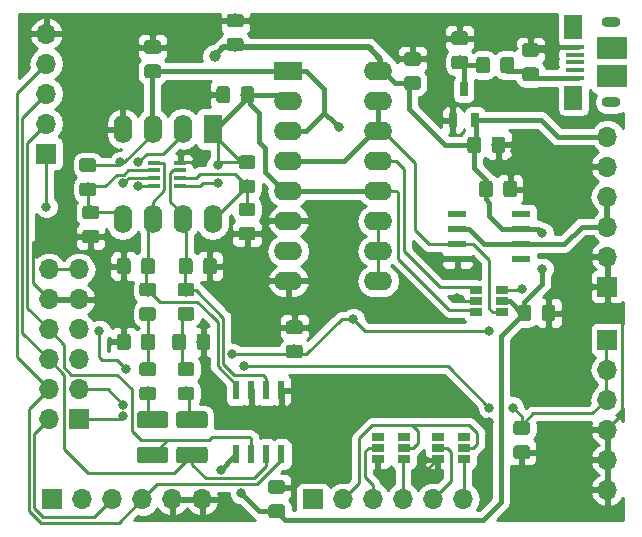
<source format=gbr>
%TF.GenerationSoftware,KiCad,Pcbnew,5.0.0+dfsg1-2*%
%TF.CreationDate,2019-12-09T14:25:11+01:00*%
%TF.ProjectId,pmod2,706D6F64322E6B696361645F70636200,rev?*%
%TF.SameCoordinates,Original*%
%TF.FileFunction,Copper,L1,Top,Signal*%
%TF.FilePolarity,Positive*%
%FSLAX46Y46*%
G04 Gerber Fmt 4.6, Leading zero omitted, Abs format (unit mm)*
G04 Created by KiCad (PCBNEW 5.0.0+dfsg1-2) date Mon Dec  9 14:25:11 2019*
%MOMM*%
%LPD*%
G01*
G04 APERTURE LIST*
%ADD10R,0.600000X1.550000*%
%ADD11C,0.100000*%
%ADD12C,1.150000*%
%ADD13R,1.550000X0.600000*%
%ADD14R,1.700000X1.700000*%
%ADD15O,1.700000X1.700000*%
%ADD16R,0.650000X1.220000*%
%ADD17R,1.060000X0.400000*%
%ADD18R,1.060000X0.650000*%
%ADD19C,1.425000*%
%ADD20R,2.400000X1.600000*%
%ADD21O,2.400000X1.600000*%
%ADD22R,1.600000X2.400000*%
%ADD23O,1.600000X2.400000*%
%ADD24R,1.500000X2.000000*%
%ADD25R,1.650000X0.400000*%
%ADD26O,1.600000X0.900000*%
%ADD27R,2.500000X1.900000*%
%ADD28C,1.000000*%
%ADD29C,0.800000*%
%ADD30C,0.500000*%
%ADD31C,0.400000*%
%ADD32C,0.250000*%
%ADD33C,0.300000*%
%ADD34C,0.254000*%
G04 APERTURE END LIST*
D10*
X143845000Y-146300000D03*
X145115000Y-146300000D03*
X146385000Y-146300000D03*
X147655000Y-146300000D03*
X147655000Y-151700000D03*
X146385000Y-151700000D03*
X145115000Y-151700000D03*
X143845000Y-151700000D03*
D11*
G36*
X131974505Y-130651204D02*
X131998773Y-130654804D01*
X132022572Y-130660765D01*
X132045671Y-130669030D01*
X132067850Y-130679520D01*
X132088893Y-130692132D01*
X132108599Y-130706747D01*
X132126777Y-130723223D01*
X132143253Y-130741401D01*
X132157868Y-130761107D01*
X132170480Y-130782150D01*
X132180970Y-130804329D01*
X132189235Y-130827428D01*
X132195196Y-130851227D01*
X132198796Y-130875495D01*
X132200000Y-130899999D01*
X132200000Y-131550001D01*
X132198796Y-131574505D01*
X132195196Y-131598773D01*
X132189235Y-131622572D01*
X132180970Y-131645671D01*
X132170480Y-131667850D01*
X132157868Y-131688893D01*
X132143253Y-131708599D01*
X132126777Y-131726777D01*
X132108599Y-131743253D01*
X132088893Y-131757868D01*
X132067850Y-131770480D01*
X132045671Y-131780970D01*
X132022572Y-131789235D01*
X131998773Y-131795196D01*
X131974505Y-131798796D01*
X131950001Y-131800000D01*
X131049999Y-131800000D01*
X131025495Y-131798796D01*
X131001227Y-131795196D01*
X130977428Y-131789235D01*
X130954329Y-131780970D01*
X130932150Y-131770480D01*
X130911107Y-131757868D01*
X130891401Y-131743253D01*
X130873223Y-131726777D01*
X130856747Y-131708599D01*
X130842132Y-131688893D01*
X130829520Y-131667850D01*
X130819030Y-131645671D01*
X130810765Y-131622572D01*
X130804804Y-131598773D01*
X130801204Y-131574505D01*
X130800000Y-131550001D01*
X130800000Y-130899999D01*
X130801204Y-130875495D01*
X130804804Y-130851227D01*
X130810765Y-130827428D01*
X130819030Y-130804329D01*
X130829520Y-130782150D01*
X130842132Y-130761107D01*
X130856747Y-130741401D01*
X130873223Y-130723223D01*
X130891401Y-130706747D01*
X130911107Y-130692132D01*
X130932150Y-130679520D01*
X130954329Y-130669030D01*
X130977428Y-130660765D01*
X131001227Y-130654804D01*
X131025495Y-130651204D01*
X131049999Y-130650000D01*
X131950001Y-130650000D01*
X131974505Y-130651204D01*
X131974505Y-130651204D01*
G37*
D12*
X131500000Y-131225000D03*
D11*
G36*
X131974505Y-132701204D02*
X131998773Y-132704804D01*
X132022572Y-132710765D01*
X132045671Y-132719030D01*
X132067850Y-132729520D01*
X132088893Y-132742132D01*
X132108599Y-132756747D01*
X132126777Y-132773223D01*
X132143253Y-132791401D01*
X132157868Y-132811107D01*
X132170480Y-132832150D01*
X132180970Y-132854329D01*
X132189235Y-132877428D01*
X132195196Y-132901227D01*
X132198796Y-132925495D01*
X132200000Y-132949999D01*
X132200000Y-133600001D01*
X132198796Y-133624505D01*
X132195196Y-133648773D01*
X132189235Y-133672572D01*
X132180970Y-133695671D01*
X132170480Y-133717850D01*
X132157868Y-133738893D01*
X132143253Y-133758599D01*
X132126777Y-133776777D01*
X132108599Y-133793253D01*
X132088893Y-133807868D01*
X132067850Y-133820480D01*
X132045671Y-133830970D01*
X132022572Y-133839235D01*
X131998773Y-133845196D01*
X131974505Y-133848796D01*
X131950001Y-133850000D01*
X131049999Y-133850000D01*
X131025495Y-133848796D01*
X131001227Y-133845196D01*
X130977428Y-133839235D01*
X130954329Y-133830970D01*
X130932150Y-133820480D01*
X130911107Y-133807868D01*
X130891401Y-133793253D01*
X130873223Y-133776777D01*
X130856747Y-133758599D01*
X130842132Y-133738893D01*
X130829520Y-133717850D01*
X130819030Y-133695671D01*
X130810765Y-133672572D01*
X130804804Y-133648773D01*
X130801204Y-133624505D01*
X130800000Y-133600001D01*
X130800000Y-132949999D01*
X130801204Y-132925495D01*
X130804804Y-132901227D01*
X130810765Y-132877428D01*
X130819030Y-132854329D01*
X130829520Y-132832150D01*
X130842132Y-132811107D01*
X130856747Y-132791401D01*
X130873223Y-132773223D01*
X130891401Y-132756747D01*
X130911107Y-132742132D01*
X130932150Y-132729520D01*
X130954329Y-132719030D01*
X130977428Y-132710765D01*
X131001227Y-132704804D01*
X131025495Y-132701204D01*
X131049999Y-132700000D01*
X131950001Y-132700000D01*
X131974505Y-132701204D01*
X131974505Y-132701204D01*
G37*
D12*
X131500000Y-133275000D03*
D11*
G36*
X145224505Y-130401204D02*
X145248773Y-130404804D01*
X145272572Y-130410765D01*
X145295671Y-130419030D01*
X145317850Y-130429520D01*
X145338893Y-130442132D01*
X145358599Y-130456747D01*
X145376777Y-130473223D01*
X145393253Y-130491401D01*
X145407868Y-130511107D01*
X145420480Y-130532150D01*
X145430970Y-130554329D01*
X145439235Y-130577428D01*
X145445196Y-130601227D01*
X145448796Y-130625495D01*
X145450000Y-130649999D01*
X145450000Y-131300001D01*
X145448796Y-131324505D01*
X145445196Y-131348773D01*
X145439235Y-131372572D01*
X145430970Y-131395671D01*
X145420480Y-131417850D01*
X145407868Y-131438893D01*
X145393253Y-131458599D01*
X145376777Y-131476777D01*
X145358599Y-131493253D01*
X145338893Y-131507868D01*
X145317850Y-131520480D01*
X145295671Y-131530970D01*
X145272572Y-131539235D01*
X145248773Y-131545196D01*
X145224505Y-131548796D01*
X145200001Y-131550000D01*
X144299999Y-131550000D01*
X144275495Y-131548796D01*
X144251227Y-131545196D01*
X144227428Y-131539235D01*
X144204329Y-131530970D01*
X144182150Y-131520480D01*
X144161107Y-131507868D01*
X144141401Y-131493253D01*
X144123223Y-131476777D01*
X144106747Y-131458599D01*
X144092132Y-131438893D01*
X144079520Y-131417850D01*
X144069030Y-131395671D01*
X144060765Y-131372572D01*
X144054804Y-131348773D01*
X144051204Y-131324505D01*
X144050000Y-131300001D01*
X144050000Y-130649999D01*
X144051204Y-130625495D01*
X144054804Y-130601227D01*
X144060765Y-130577428D01*
X144069030Y-130554329D01*
X144079520Y-130532150D01*
X144092132Y-130511107D01*
X144106747Y-130491401D01*
X144123223Y-130473223D01*
X144141401Y-130456747D01*
X144161107Y-130442132D01*
X144182150Y-130429520D01*
X144204329Y-130419030D01*
X144227428Y-130410765D01*
X144251227Y-130404804D01*
X144275495Y-130401204D01*
X144299999Y-130400000D01*
X145200001Y-130400000D01*
X145224505Y-130401204D01*
X145224505Y-130401204D01*
G37*
D12*
X144750000Y-130975000D03*
D11*
G36*
X145224505Y-132451204D02*
X145248773Y-132454804D01*
X145272572Y-132460765D01*
X145295671Y-132469030D01*
X145317850Y-132479520D01*
X145338893Y-132492132D01*
X145358599Y-132506747D01*
X145376777Y-132523223D01*
X145393253Y-132541401D01*
X145407868Y-132561107D01*
X145420480Y-132582150D01*
X145430970Y-132604329D01*
X145439235Y-132627428D01*
X145445196Y-132651227D01*
X145448796Y-132675495D01*
X145450000Y-132699999D01*
X145450000Y-133350001D01*
X145448796Y-133374505D01*
X145445196Y-133398773D01*
X145439235Y-133422572D01*
X145430970Y-133445671D01*
X145420480Y-133467850D01*
X145407868Y-133488893D01*
X145393253Y-133508599D01*
X145376777Y-133526777D01*
X145358599Y-133543253D01*
X145338893Y-133557868D01*
X145317850Y-133570480D01*
X145295671Y-133580970D01*
X145272572Y-133589235D01*
X145248773Y-133595196D01*
X145224505Y-133598796D01*
X145200001Y-133600000D01*
X144299999Y-133600000D01*
X144275495Y-133598796D01*
X144251227Y-133595196D01*
X144227428Y-133589235D01*
X144204329Y-133580970D01*
X144182150Y-133570480D01*
X144161107Y-133557868D01*
X144141401Y-133543253D01*
X144123223Y-133526777D01*
X144106747Y-133508599D01*
X144092132Y-133488893D01*
X144079520Y-133467850D01*
X144069030Y-133445671D01*
X144060765Y-133422572D01*
X144054804Y-133398773D01*
X144051204Y-133374505D01*
X144050000Y-133350001D01*
X144050000Y-132699999D01*
X144051204Y-132675495D01*
X144054804Y-132651227D01*
X144060765Y-132627428D01*
X144069030Y-132604329D01*
X144079520Y-132582150D01*
X144092132Y-132561107D01*
X144106747Y-132541401D01*
X144123223Y-132523223D01*
X144141401Y-132506747D01*
X144161107Y-132492132D01*
X144182150Y-132479520D01*
X144204329Y-132469030D01*
X144227428Y-132460765D01*
X144251227Y-132454804D01*
X144275495Y-132451204D01*
X144299999Y-132450000D01*
X145200001Y-132450000D01*
X145224505Y-132451204D01*
X145224505Y-132451204D01*
G37*
D12*
X144750000Y-133025000D03*
D11*
G36*
X145224505Y-126401204D02*
X145248773Y-126404804D01*
X145272572Y-126410765D01*
X145295671Y-126419030D01*
X145317850Y-126429520D01*
X145338893Y-126442132D01*
X145358599Y-126456747D01*
X145376777Y-126473223D01*
X145393253Y-126491401D01*
X145407868Y-126511107D01*
X145420480Y-126532150D01*
X145430970Y-126554329D01*
X145439235Y-126577428D01*
X145445196Y-126601227D01*
X145448796Y-126625495D01*
X145450000Y-126649999D01*
X145450000Y-127300001D01*
X145448796Y-127324505D01*
X145445196Y-127348773D01*
X145439235Y-127372572D01*
X145430970Y-127395671D01*
X145420480Y-127417850D01*
X145407868Y-127438893D01*
X145393253Y-127458599D01*
X145376777Y-127476777D01*
X145358599Y-127493253D01*
X145338893Y-127507868D01*
X145317850Y-127520480D01*
X145295671Y-127530970D01*
X145272572Y-127539235D01*
X145248773Y-127545196D01*
X145224505Y-127548796D01*
X145200001Y-127550000D01*
X144299999Y-127550000D01*
X144275495Y-127548796D01*
X144251227Y-127545196D01*
X144227428Y-127539235D01*
X144204329Y-127530970D01*
X144182150Y-127520480D01*
X144161107Y-127507868D01*
X144141401Y-127493253D01*
X144123223Y-127476777D01*
X144106747Y-127458599D01*
X144092132Y-127438893D01*
X144079520Y-127417850D01*
X144069030Y-127395671D01*
X144060765Y-127372572D01*
X144054804Y-127348773D01*
X144051204Y-127324505D01*
X144050000Y-127300001D01*
X144050000Y-126649999D01*
X144051204Y-126625495D01*
X144054804Y-126601227D01*
X144060765Y-126577428D01*
X144069030Y-126554329D01*
X144079520Y-126532150D01*
X144092132Y-126511107D01*
X144106747Y-126491401D01*
X144123223Y-126473223D01*
X144141401Y-126456747D01*
X144161107Y-126442132D01*
X144182150Y-126429520D01*
X144204329Y-126419030D01*
X144227428Y-126410765D01*
X144251227Y-126404804D01*
X144275495Y-126401204D01*
X144299999Y-126400000D01*
X145200001Y-126400000D01*
X145224505Y-126401204D01*
X145224505Y-126401204D01*
G37*
D12*
X144750000Y-126975000D03*
D11*
G36*
X145224505Y-128451204D02*
X145248773Y-128454804D01*
X145272572Y-128460765D01*
X145295671Y-128469030D01*
X145317850Y-128479520D01*
X145338893Y-128492132D01*
X145358599Y-128506747D01*
X145376777Y-128523223D01*
X145393253Y-128541401D01*
X145407868Y-128561107D01*
X145420480Y-128582150D01*
X145430970Y-128604329D01*
X145439235Y-128627428D01*
X145445196Y-128651227D01*
X145448796Y-128675495D01*
X145450000Y-128699999D01*
X145450000Y-129350001D01*
X145448796Y-129374505D01*
X145445196Y-129398773D01*
X145439235Y-129422572D01*
X145430970Y-129445671D01*
X145420480Y-129467850D01*
X145407868Y-129488893D01*
X145393253Y-129508599D01*
X145376777Y-129526777D01*
X145358599Y-129543253D01*
X145338893Y-129557868D01*
X145317850Y-129570480D01*
X145295671Y-129580970D01*
X145272572Y-129589235D01*
X145248773Y-129595196D01*
X145224505Y-129598796D01*
X145200001Y-129600000D01*
X144299999Y-129600000D01*
X144275495Y-129598796D01*
X144251227Y-129595196D01*
X144227428Y-129589235D01*
X144204329Y-129580970D01*
X144182150Y-129570480D01*
X144161107Y-129557868D01*
X144141401Y-129543253D01*
X144123223Y-129526777D01*
X144106747Y-129508599D01*
X144092132Y-129488893D01*
X144079520Y-129467850D01*
X144069030Y-129445671D01*
X144060765Y-129422572D01*
X144054804Y-129398773D01*
X144051204Y-129374505D01*
X144050000Y-129350001D01*
X144050000Y-128699999D01*
X144051204Y-128675495D01*
X144054804Y-128651227D01*
X144060765Y-128627428D01*
X144069030Y-128604329D01*
X144079520Y-128582150D01*
X144092132Y-128561107D01*
X144106747Y-128541401D01*
X144123223Y-128523223D01*
X144141401Y-128506747D01*
X144161107Y-128492132D01*
X144182150Y-128479520D01*
X144204329Y-128469030D01*
X144227428Y-128460765D01*
X144251227Y-128454804D01*
X144275495Y-128451204D01*
X144299999Y-128450000D01*
X145200001Y-128450000D01*
X145224505Y-128451204D01*
X145224505Y-128451204D01*
G37*
D12*
X144750000Y-129025000D03*
D11*
G36*
X145124505Y-120551204D02*
X145148773Y-120554804D01*
X145172572Y-120560765D01*
X145195671Y-120569030D01*
X145217850Y-120579520D01*
X145238893Y-120592132D01*
X145258599Y-120606747D01*
X145276777Y-120623223D01*
X145293253Y-120641401D01*
X145307868Y-120661107D01*
X145320480Y-120682150D01*
X145330970Y-120704329D01*
X145339235Y-120727428D01*
X145345196Y-120751227D01*
X145348796Y-120775495D01*
X145350000Y-120799999D01*
X145350000Y-121700001D01*
X145348796Y-121724505D01*
X145345196Y-121748773D01*
X145339235Y-121772572D01*
X145330970Y-121795671D01*
X145320480Y-121817850D01*
X145307868Y-121838893D01*
X145293253Y-121858599D01*
X145276777Y-121876777D01*
X145258599Y-121893253D01*
X145238893Y-121907868D01*
X145217850Y-121920480D01*
X145195671Y-121930970D01*
X145172572Y-121939235D01*
X145148773Y-121945196D01*
X145124505Y-121948796D01*
X145100001Y-121950000D01*
X144449999Y-121950000D01*
X144425495Y-121948796D01*
X144401227Y-121945196D01*
X144377428Y-121939235D01*
X144354329Y-121930970D01*
X144332150Y-121920480D01*
X144311107Y-121907868D01*
X144291401Y-121893253D01*
X144273223Y-121876777D01*
X144256747Y-121858599D01*
X144242132Y-121838893D01*
X144229520Y-121817850D01*
X144219030Y-121795671D01*
X144210765Y-121772572D01*
X144204804Y-121748773D01*
X144201204Y-121724505D01*
X144200000Y-121700001D01*
X144200000Y-120799999D01*
X144201204Y-120775495D01*
X144204804Y-120751227D01*
X144210765Y-120727428D01*
X144219030Y-120704329D01*
X144229520Y-120682150D01*
X144242132Y-120661107D01*
X144256747Y-120641401D01*
X144273223Y-120623223D01*
X144291401Y-120606747D01*
X144311107Y-120592132D01*
X144332150Y-120579520D01*
X144354329Y-120569030D01*
X144377428Y-120560765D01*
X144401227Y-120554804D01*
X144425495Y-120551204D01*
X144449999Y-120550000D01*
X145100001Y-120550000D01*
X145124505Y-120551204D01*
X145124505Y-120551204D01*
G37*
D12*
X144775000Y-121250000D03*
D11*
G36*
X143074505Y-120551204D02*
X143098773Y-120554804D01*
X143122572Y-120560765D01*
X143145671Y-120569030D01*
X143167850Y-120579520D01*
X143188893Y-120592132D01*
X143208599Y-120606747D01*
X143226777Y-120623223D01*
X143243253Y-120641401D01*
X143257868Y-120661107D01*
X143270480Y-120682150D01*
X143280970Y-120704329D01*
X143289235Y-120727428D01*
X143295196Y-120751227D01*
X143298796Y-120775495D01*
X143300000Y-120799999D01*
X143300000Y-121700001D01*
X143298796Y-121724505D01*
X143295196Y-121748773D01*
X143289235Y-121772572D01*
X143280970Y-121795671D01*
X143270480Y-121817850D01*
X143257868Y-121838893D01*
X143243253Y-121858599D01*
X143226777Y-121876777D01*
X143208599Y-121893253D01*
X143188893Y-121907868D01*
X143167850Y-121920480D01*
X143145671Y-121930970D01*
X143122572Y-121939235D01*
X143098773Y-121945196D01*
X143074505Y-121948796D01*
X143050001Y-121950000D01*
X142399999Y-121950000D01*
X142375495Y-121948796D01*
X142351227Y-121945196D01*
X142327428Y-121939235D01*
X142304329Y-121930970D01*
X142282150Y-121920480D01*
X142261107Y-121907868D01*
X142241401Y-121893253D01*
X142223223Y-121876777D01*
X142206747Y-121858599D01*
X142192132Y-121838893D01*
X142179520Y-121817850D01*
X142169030Y-121795671D01*
X142160765Y-121772572D01*
X142154804Y-121748773D01*
X142151204Y-121724505D01*
X142150000Y-121700001D01*
X142150000Y-120799999D01*
X142151204Y-120775495D01*
X142154804Y-120751227D01*
X142160765Y-120727428D01*
X142169030Y-120704329D01*
X142179520Y-120682150D01*
X142192132Y-120661107D01*
X142206747Y-120641401D01*
X142223223Y-120623223D01*
X142241401Y-120606747D01*
X142261107Y-120592132D01*
X142282150Y-120579520D01*
X142304329Y-120569030D01*
X142327428Y-120560765D01*
X142351227Y-120554804D01*
X142375495Y-120551204D01*
X142399999Y-120550000D01*
X143050001Y-120550000D01*
X143074505Y-120551204D01*
X143074505Y-120551204D01*
G37*
D12*
X142725000Y-121250000D03*
D11*
G36*
X137224505Y-118701204D02*
X137248773Y-118704804D01*
X137272572Y-118710765D01*
X137295671Y-118719030D01*
X137317850Y-118729520D01*
X137338893Y-118742132D01*
X137358599Y-118756747D01*
X137376777Y-118773223D01*
X137393253Y-118791401D01*
X137407868Y-118811107D01*
X137420480Y-118832150D01*
X137430970Y-118854329D01*
X137439235Y-118877428D01*
X137445196Y-118901227D01*
X137448796Y-118925495D01*
X137450000Y-118949999D01*
X137450000Y-119600001D01*
X137448796Y-119624505D01*
X137445196Y-119648773D01*
X137439235Y-119672572D01*
X137430970Y-119695671D01*
X137420480Y-119717850D01*
X137407868Y-119738893D01*
X137393253Y-119758599D01*
X137376777Y-119776777D01*
X137358599Y-119793253D01*
X137338893Y-119807868D01*
X137317850Y-119820480D01*
X137295671Y-119830970D01*
X137272572Y-119839235D01*
X137248773Y-119845196D01*
X137224505Y-119848796D01*
X137200001Y-119850000D01*
X136299999Y-119850000D01*
X136275495Y-119848796D01*
X136251227Y-119845196D01*
X136227428Y-119839235D01*
X136204329Y-119830970D01*
X136182150Y-119820480D01*
X136161107Y-119807868D01*
X136141401Y-119793253D01*
X136123223Y-119776777D01*
X136106747Y-119758599D01*
X136092132Y-119738893D01*
X136079520Y-119717850D01*
X136069030Y-119695671D01*
X136060765Y-119672572D01*
X136054804Y-119648773D01*
X136051204Y-119624505D01*
X136050000Y-119600001D01*
X136050000Y-118949999D01*
X136051204Y-118925495D01*
X136054804Y-118901227D01*
X136060765Y-118877428D01*
X136069030Y-118854329D01*
X136079520Y-118832150D01*
X136092132Y-118811107D01*
X136106747Y-118791401D01*
X136123223Y-118773223D01*
X136141401Y-118756747D01*
X136161107Y-118742132D01*
X136182150Y-118729520D01*
X136204329Y-118719030D01*
X136227428Y-118710765D01*
X136251227Y-118704804D01*
X136275495Y-118701204D01*
X136299999Y-118700000D01*
X137200001Y-118700000D01*
X137224505Y-118701204D01*
X137224505Y-118701204D01*
G37*
D12*
X136750000Y-119275000D03*
D11*
G36*
X137224505Y-116651204D02*
X137248773Y-116654804D01*
X137272572Y-116660765D01*
X137295671Y-116669030D01*
X137317850Y-116679520D01*
X137338893Y-116692132D01*
X137358599Y-116706747D01*
X137376777Y-116723223D01*
X137393253Y-116741401D01*
X137407868Y-116761107D01*
X137420480Y-116782150D01*
X137430970Y-116804329D01*
X137439235Y-116827428D01*
X137445196Y-116851227D01*
X137448796Y-116875495D01*
X137450000Y-116899999D01*
X137450000Y-117550001D01*
X137448796Y-117574505D01*
X137445196Y-117598773D01*
X137439235Y-117622572D01*
X137430970Y-117645671D01*
X137420480Y-117667850D01*
X137407868Y-117688893D01*
X137393253Y-117708599D01*
X137376777Y-117726777D01*
X137358599Y-117743253D01*
X137338893Y-117757868D01*
X137317850Y-117770480D01*
X137295671Y-117780970D01*
X137272572Y-117789235D01*
X137248773Y-117795196D01*
X137224505Y-117798796D01*
X137200001Y-117800000D01*
X136299999Y-117800000D01*
X136275495Y-117798796D01*
X136251227Y-117795196D01*
X136227428Y-117789235D01*
X136204329Y-117780970D01*
X136182150Y-117770480D01*
X136161107Y-117757868D01*
X136141401Y-117743253D01*
X136123223Y-117726777D01*
X136106747Y-117708599D01*
X136092132Y-117688893D01*
X136079520Y-117667850D01*
X136069030Y-117645671D01*
X136060765Y-117622572D01*
X136054804Y-117598773D01*
X136051204Y-117574505D01*
X136050000Y-117550001D01*
X136050000Y-116899999D01*
X136051204Y-116875495D01*
X136054804Y-116851227D01*
X136060765Y-116827428D01*
X136069030Y-116804329D01*
X136079520Y-116782150D01*
X136092132Y-116761107D01*
X136106747Y-116741401D01*
X136123223Y-116723223D01*
X136141401Y-116706747D01*
X136161107Y-116692132D01*
X136182150Y-116679520D01*
X136204329Y-116669030D01*
X136227428Y-116660765D01*
X136251227Y-116654804D01*
X136275495Y-116651204D01*
X136299999Y-116650000D01*
X137200001Y-116650000D01*
X137224505Y-116651204D01*
X137224505Y-116651204D01*
G37*
D12*
X136750000Y-117225000D03*
D11*
G36*
X131724505Y-128701204D02*
X131748773Y-128704804D01*
X131772572Y-128710765D01*
X131795671Y-128719030D01*
X131817850Y-128729520D01*
X131838893Y-128742132D01*
X131858599Y-128756747D01*
X131876777Y-128773223D01*
X131893253Y-128791401D01*
X131907868Y-128811107D01*
X131920480Y-128832150D01*
X131930970Y-128854329D01*
X131939235Y-128877428D01*
X131945196Y-128901227D01*
X131948796Y-128925495D01*
X131950000Y-128949999D01*
X131950000Y-129600001D01*
X131948796Y-129624505D01*
X131945196Y-129648773D01*
X131939235Y-129672572D01*
X131930970Y-129695671D01*
X131920480Y-129717850D01*
X131907868Y-129738893D01*
X131893253Y-129758599D01*
X131876777Y-129776777D01*
X131858599Y-129793253D01*
X131838893Y-129807868D01*
X131817850Y-129820480D01*
X131795671Y-129830970D01*
X131772572Y-129839235D01*
X131748773Y-129845196D01*
X131724505Y-129848796D01*
X131700001Y-129850000D01*
X130799999Y-129850000D01*
X130775495Y-129848796D01*
X130751227Y-129845196D01*
X130727428Y-129839235D01*
X130704329Y-129830970D01*
X130682150Y-129820480D01*
X130661107Y-129807868D01*
X130641401Y-129793253D01*
X130623223Y-129776777D01*
X130606747Y-129758599D01*
X130592132Y-129738893D01*
X130579520Y-129717850D01*
X130569030Y-129695671D01*
X130560765Y-129672572D01*
X130554804Y-129648773D01*
X130551204Y-129624505D01*
X130550000Y-129600001D01*
X130550000Y-128949999D01*
X130551204Y-128925495D01*
X130554804Y-128901227D01*
X130560765Y-128877428D01*
X130569030Y-128854329D01*
X130579520Y-128832150D01*
X130592132Y-128811107D01*
X130606747Y-128791401D01*
X130623223Y-128773223D01*
X130641401Y-128756747D01*
X130661107Y-128742132D01*
X130682150Y-128729520D01*
X130704329Y-128719030D01*
X130727428Y-128710765D01*
X130751227Y-128704804D01*
X130775495Y-128701204D01*
X130799999Y-128700000D01*
X131700001Y-128700000D01*
X131724505Y-128701204D01*
X131724505Y-128701204D01*
G37*
D12*
X131250000Y-129275000D03*
D11*
G36*
X131724505Y-126651204D02*
X131748773Y-126654804D01*
X131772572Y-126660765D01*
X131795671Y-126669030D01*
X131817850Y-126679520D01*
X131838893Y-126692132D01*
X131858599Y-126706747D01*
X131876777Y-126723223D01*
X131893253Y-126741401D01*
X131907868Y-126761107D01*
X131920480Y-126782150D01*
X131930970Y-126804329D01*
X131939235Y-126827428D01*
X131945196Y-126851227D01*
X131948796Y-126875495D01*
X131950000Y-126899999D01*
X131950000Y-127550001D01*
X131948796Y-127574505D01*
X131945196Y-127598773D01*
X131939235Y-127622572D01*
X131930970Y-127645671D01*
X131920480Y-127667850D01*
X131907868Y-127688893D01*
X131893253Y-127708599D01*
X131876777Y-127726777D01*
X131858599Y-127743253D01*
X131838893Y-127757868D01*
X131817850Y-127770480D01*
X131795671Y-127780970D01*
X131772572Y-127789235D01*
X131748773Y-127795196D01*
X131724505Y-127798796D01*
X131700001Y-127800000D01*
X130799999Y-127800000D01*
X130775495Y-127798796D01*
X130751227Y-127795196D01*
X130727428Y-127789235D01*
X130704329Y-127780970D01*
X130682150Y-127770480D01*
X130661107Y-127757868D01*
X130641401Y-127743253D01*
X130623223Y-127726777D01*
X130606747Y-127708599D01*
X130592132Y-127688893D01*
X130579520Y-127667850D01*
X130569030Y-127645671D01*
X130560765Y-127622572D01*
X130554804Y-127598773D01*
X130551204Y-127574505D01*
X130550000Y-127550001D01*
X130550000Y-126899999D01*
X130551204Y-126875495D01*
X130554804Y-126851227D01*
X130560765Y-126827428D01*
X130569030Y-126804329D01*
X130579520Y-126782150D01*
X130592132Y-126761107D01*
X130606747Y-126741401D01*
X130623223Y-126723223D01*
X130641401Y-126706747D01*
X130661107Y-126692132D01*
X130682150Y-126679520D01*
X130704329Y-126669030D01*
X130727428Y-126660765D01*
X130751227Y-126654804D01*
X130775495Y-126651204D01*
X130799999Y-126650000D01*
X131700001Y-126650000D01*
X131724505Y-126651204D01*
X131724505Y-126651204D01*
G37*
D12*
X131250000Y-127225000D03*
D13*
X162550000Y-131345000D03*
X162550000Y-132615000D03*
X162550000Y-133885000D03*
X162550000Y-135155000D03*
X167950000Y-135155000D03*
X167950000Y-133885000D03*
X167950000Y-132615000D03*
X167950000Y-131345000D03*
D11*
G36*
X159224505Y-117651204D02*
X159248773Y-117654804D01*
X159272572Y-117660765D01*
X159295671Y-117669030D01*
X159317850Y-117679520D01*
X159338893Y-117692132D01*
X159358599Y-117706747D01*
X159376777Y-117723223D01*
X159393253Y-117741401D01*
X159407868Y-117761107D01*
X159420480Y-117782150D01*
X159430970Y-117804329D01*
X159439235Y-117827428D01*
X159445196Y-117851227D01*
X159448796Y-117875495D01*
X159450000Y-117899999D01*
X159450000Y-118550001D01*
X159448796Y-118574505D01*
X159445196Y-118598773D01*
X159439235Y-118622572D01*
X159430970Y-118645671D01*
X159420480Y-118667850D01*
X159407868Y-118688893D01*
X159393253Y-118708599D01*
X159376777Y-118726777D01*
X159358599Y-118743253D01*
X159338893Y-118757868D01*
X159317850Y-118770480D01*
X159295671Y-118780970D01*
X159272572Y-118789235D01*
X159248773Y-118795196D01*
X159224505Y-118798796D01*
X159200001Y-118800000D01*
X158299999Y-118800000D01*
X158275495Y-118798796D01*
X158251227Y-118795196D01*
X158227428Y-118789235D01*
X158204329Y-118780970D01*
X158182150Y-118770480D01*
X158161107Y-118757868D01*
X158141401Y-118743253D01*
X158123223Y-118726777D01*
X158106747Y-118708599D01*
X158092132Y-118688893D01*
X158079520Y-118667850D01*
X158069030Y-118645671D01*
X158060765Y-118622572D01*
X158054804Y-118598773D01*
X158051204Y-118574505D01*
X158050000Y-118550001D01*
X158050000Y-117899999D01*
X158051204Y-117875495D01*
X158054804Y-117851227D01*
X158060765Y-117827428D01*
X158069030Y-117804329D01*
X158079520Y-117782150D01*
X158092132Y-117761107D01*
X158106747Y-117741401D01*
X158123223Y-117723223D01*
X158141401Y-117706747D01*
X158161107Y-117692132D01*
X158182150Y-117679520D01*
X158204329Y-117669030D01*
X158227428Y-117660765D01*
X158251227Y-117654804D01*
X158275495Y-117651204D01*
X158299999Y-117650000D01*
X159200001Y-117650000D01*
X159224505Y-117651204D01*
X159224505Y-117651204D01*
G37*
D12*
X158750000Y-118225000D03*
D11*
G36*
X159224505Y-119701204D02*
X159248773Y-119704804D01*
X159272572Y-119710765D01*
X159295671Y-119719030D01*
X159317850Y-119729520D01*
X159338893Y-119742132D01*
X159358599Y-119756747D01*
X159376777Y-119773223D01*
X159393253Y-119791401D01*
X159407868Y-119811107D01*
X159420480Y-119832150D01*
X159430970Y-119854329D01*
X159439235Y-119877428D01*
X159445196Y-119901227D01*
X159448796Y-119925495D01*
X159450000Y-119949999D01*
X159450000Y-120600001D01*
X159448796Y-120624505D01*
X159445196Y-120648773D01*
X159439235Y-120672572D01*
X159430970Y-120695671D01*
X159420480Y-120717850D01*
X159407868Y-120738893D01*
X159393253Y-120758599D01*
X159376777Y-120776777D01*
X159358599Y-120793253D01*
X159338893Y-120807868D01*
X159317850Y-120820480D01*
X159295671Y-120830970D01*
X159272572Y-120839235D01*
X159248773Y-120845196D01*
X159224505Y-120848796D01*
X159200001Y-120850000D01*
X158299999Y-120850000D01*
X158275495Y-120848796D01*
X158251227Y-120845196D01*
X158227428Y-120839235D01*
X158204329Y-120830970D01*
X158182150Y-120820480D01*
X158161107Y-120807868D01*
X158141401Y-120793253D01*
X158123223Y-120776777D01*
X158106747Y-120758599D01*
X158092132Y-120738893D01*
X158079520Y-120717850D01*
X158069030Y-120695671D01*
X158060765Y-120672572D01*
X158054804Y-120648773D01*
X158051204Y-120624505D01*
X158050000Y-120600001D01*
X158050000Y-119949999D01*
X158051204Y-119925495D01*
X158054804Y-119901227D01*
X158060765Y-119877428D01*
X158069030Y-119854329D01*
X158079520Y-119832150D01*
X158092132Y-119811107D01*
X158106747Y-119791401D01*
X158123223Y-119773223D01*
X158141401Y-119756747D01*
X158161107Y-119742132D01*
X158182150Y-119729520D01*
X158204329Y-119719030D01*
X158227428Y-119710765D01*
X158251227Y-119704804D01*
X158275495Y-119701204D01*
X158299999Y-119700000D01*
X159200001Y-119700000D01*
X159224505Y-119701204D01*
X159224505Y-119701204D01*
G37*
D12*
X158750000Y-120275000D03*
D11*
G36*
X147724505Y-155951204D02*
X147748773Y-155954804D01*
X147772572Y-155960765D01*
X147795671Y-155969030D01*
X147817850Y-155979520D01*
X147838893Y-155992132D01*
X147858599Y-156006747D01*
X147876777Y-156023223D01*
X147893253Y-156041401D01*
X147907868Y-156061107D01*
X147920480Y-156082150D01*
X147930970Y-156104329D01*
X147939235Y-156127428D01*
X147945196Y-156151227D01*
X147948796Y-156175495D01*
X147950000Y-156199999D01*
X147950000Y-156850001D01*
X147948796Y-156874505D01*
X147945196Y-156898773D01*
X147939235Y-156922572D01*
X147930970Y-156945671D01*
X147920480Y-156967850D01*
X147907868Y-156988893D01*
X147893253Y-157008599D01*
X147876777Y-157026777D01*
X147858599Y-157043253D01*
X147838893Y-157057868D01*
X147817850Y-157070480D01*
X147795671Y-157080970D01*
X147772572Y-157089235D01*
X147748773Y-157095196D01*
X147724505Y-157098796D01*
X147700001Y-157100000D01*
X146799999Y-157100000D01*
X146775495Y-157098796D01*
X146751227Y-157095196D01*
X146727428Y-157089235D01*
X146704329Y-157080970D01*
X146682150Y-157070480D01*
X146661107Y-157057868D01*
X146641401Y-157043253D01*
X146623223Y-157026777D01*
X146606747Y-157008599D01*
X146592132Y-156988893D01*
X146579520Y-156967850D01*
X146569030Y-156945671D01*
X146560765Y-156922572D01*
X146554804Y-156898773D01*
X146551204Y-156874505D01*
X146550000Y-156850001D01*
X146550000Y-156199999D01*
X146551204Y-156175495D01*
X146554804Y-156151227D01*
X146560765Y-156127428D01*
X146569030Y-156104329D01*
X146579520Y-156082150D01*
X146592132Y-156061107D01*
X146606747Y-156041401D01*
X146623223Y-156023223D01*
X146641401Y-156006747D01*
X146661107Y-155992132D01*
X146682150Y-155979520D01*
X146704329Y-155969030D01*
X146727428Y-155960765D01*
X146751227Y-155954804D01*
X146775495Y-155951204D01*
X146799999Y-155950000D01*
X147700001Y-155950000D01*
X147724505Y-155951204D01*
X147724505Y-155951204D01*
G37*
D12*
X147250000Y-156525000D03*
D11*
G36*
X147724505Y-153901204D02*
X147748773Y-153904804D01*
X147772572Y-153910765D01*
X147795671Y-153919030D01*
X147817850Y-153929520D01*
X147838893Y-153942132D01*
X147858599Y-153956747D01*
X147876777Y-153973223D01*
X147893253Y-153991401D01*
X147907868Y-154011107D01*
X147920480Y-154032150D01*
X147930970Y-154054329D01*
X147939235Y-154077428D01*
X147945196Y-154101227D01*
X147948796Y-154125495D01*
X147950000Y-154149999D01*
X147950000Y-154800001D01*
X147948796Y-154824505D01*
X147945196Y-154848773D01*
X147939235Y-154872572D01*
X147930970Y-154895671D01*
X147920480Y-154917850D01*
X147907868Y-154938893D01*
X147893253Y-154958599D01*
X147876777Y-154976777D01*
X147858599Y-154993253D01*
X147838893Y-155007868D01*
X147817850Y-155020480D01*
X147795671Y-155030970D01*
X147772572Y-155039235D01*
X147748773Y-155045196D01*
X147724505Y-155048796D01*
X147700001Y-155050000D01*
X146799999Y-155050000D01*
X146775495Y-155048796D01*
X146751227Y-155045196D01*
X146727428Y-155039235D01*
X146704329Y-155030970D01*
X146682150Y-155020480D01*
X146661107Y-155007868D01*
X146641401Y-154993253D01*
X146623223Y-154976777D01*
X146606747Y-154958599D01*
X146592132Y-154938893D01*
X146579520Y-154917850D01*
X146569030Y-154895671D01*
X146560765Y-154872572D01*
X146554804Y-154848773D01*
X146551204Y-154824505D01*
X146550000Y-154800001D01*
X146550000Y-154149999D01*
X146551204Y-154125495D01*
X146554804Y-154101227D01*
X146560765Y-154077428D01*
X146569030Y-154054329D01*
X146579520Y-154032150D01*
X146592132Y-154011107D01*
X146606747Y-153991401D01*
X146623223Y-153973223D01*
X146641401Y-153956747D01*
X146661107Y-153942132D01*
X146682150Y-153929520D01*
X146704329Y-153919030D01*
X146727428Y-153910765D01*
X146751227Y-153904804D01*
X146775495Y-153901204D01*
X146799999Y-153900000D01*
X147700001Y-153900000D01*
X147724505Y-153901204D01*
X147724505Y-153901204D01*
G37*
D12*
X147250000Y-154475000D03*
D11*
G36*
X144224505Y-114401204D02*
X144248773Y-114404804D01*
X144272572Y-114410765D01*
X144295671Y-114419030D01*
X144317850Y-114429520D01*
X144338893Y-114442132D01*
X144358599Y-114456747D01*
X144376777Y-114473223D01*
X144393253Y-114491401D01*
X144407868Y-114511107D01*
X144420480Y-114532150D01*
X144430970Y-114554329D01*
X144439235Y-114577428D01*
X144445196Y-114601227D01*
X144448796Y-114625495D01*
X144450000Y-114649999D01*
X144450000Y-115300001D01*
X144448796Y-115324505D01*
X144445196Y-115348773D01*
X144439235Y-115372572D01*
X144430970Y-115395671D01*
X144420480Y-115417850D01*
X144407868Y-115438893D01*
X144393253Y-115458599D01*
X144376777Y-115476777D01*
X144358599Y-115493253D01*
X144338893Y-115507868D01*
X144317850Y-115520480D01*
X144295671Y-115530970D01*
X144272572Y-115539235D01*
X144248773Y-115545196D01*
X144224505Y-115548796D01*
X144200001Y-115550000D01*
X143299999Y-115550000D01*
X143275495Y-115548796D01*
X143251227Y-115545196D01*
X143227428Y-115539235D01*
X143204329Y-115530970D01*
X143182150Y-115520480D01*
X143161107Y-115507868D01*
X143141401Y-115493253D01*
X143123223Y-115476777D01*
X143106747Y-115458599D01*
X143092132Y-115438893D01*
X143079520Y-115417850D01*
X143069030Y-115395671D01*
X143060765Y-115372572D01*
X143054804Y-115348773D01*
X143051204Y-115324505D01*
X143050000Y-115300001D01*
X143050000Y-114649999D01*
X143051204Y-114625495D01*
X143054804Y-114601227D01*
X143060765Y-114577428D01*
X143069030Y-114554329D01*
X143079520Y-114532150D01*
X143092132Y-114511107D01*
X143106747Y-114491401D01*
X143123223Y-114473223D01*
X143141401Y-114456747D01*
X143161107Y-114442132D01*
X143182150Y-114429520D01*
X143204329Y-114419030D01*
X143227428Y-114410765D01*
X143251227Y-114404804D01*
X143275495Y-114401204D01*
X143299999Y-114400000D01*
X144200001Y-114400000D01*
X144224505Y-114401204D01*
X144224505Y-114401204D01*
G37*
D12*
X143750000Y-114975000D03*
D11*
G36*
X144224505Y-116451204D02*
X144248773Y-116454804D01*
X144272572Y-116460765D01*
X144295671Y-116469030D01*
X144317850Y-116479520D01*
X144338893Y-116492132D01*
X144358599Y-116506747D01*
X144376777Y-116523223D01*
X144393253Y-116541401D01*
X144407868Y-116561107D01*
X144420480Y-116582150D01*
X144430970Y-116604329D01*
X144439235Y-116627428D01*
X144445196Y-116651227D01*
X144448796Y-116675495D01*
X144450000Y-116699999D01*
X144450000Y-117350001D01*
X144448796Y-117374505D01*
X144445196Y-117398773D01*
X144439235Y-117422572D01*
X144430970Y-117445671D01*
X144420480Y-117467850D01*
X144407868Y-117488893D01*
X144393253Y-117508599D01*
X144376777Y-117526777D01*
X144358599Y-117543253D01*
X144338893Y-117557868D01*
X144317850Y-117570480D01*
X144295671Y-117580970D01*
X144272572Y-117589235D01*
X144248773Y-117595196D01*
X144224505Y-117598796D01*
X144200001Y-117600000D01*
X143299999Y-117600000D01*
X143275495Y-117598796D01*
X143251227Y-117595196D01*
X143227428Y-117589235D01*
X143204329Y-117580970D01*
X143182150Y-117570480D01*
X143161107Y-117557868D01*
X143141401Y-117543253D01*
X143123223Y-117526777D01*
X143106747Y-117508599D01*
X143092132Y-117488893D01*
X143079520Y-117467850D01*
X143069030Y-117445671D01*
X143060765Y-117422572D01*
X143054804Y-117398773D01*
X143051204Y-117374505D01*
X143050000Y-117350001D01*
X143050000Y-116699999D01*
X143051204Y-116675495D01*
X143054804Y-116651227D01*
X143060765Y-116627428D01*
X143069030Y-116604329D01*
X143079520Y-116582150D01*
X143092132Y-116561107D01*
X143106747Y-116541401D01*
X143123223Y-116523223D01*
X143141401Y-116506747D01*
X143161107Y-116492132D01*
X143182150Y-116479520D01*
X143204329Y-116469030D01*
X143227428Y-116460765D01*
X143251227Y-116454804D01*
X143275495Y-116451204D01*
X143299999Y-116450000D01*
X144200001Y-116450000D01*
X144224505Y-116451204D01*
X144224505Y-116451204D01*
G37*
D12*
X143750000Y-117025000D03*
D11*
G36*
X170624505Y-139051204D02*
X170648773Y-139054804D01*
X170672572Y-139060765D01*
X170695671Y-139069030D01*
X170717850Y-139079520D01*
X170738893Y-139092132D01*
X170758599Y-139106747D01*
X170776777Y-139123223D01*
X170793253Y-139141401D01*
X170807868Y-139161107D01*
X170820480Y-139182150D01*
X170830970Y-139204329D01*
X170839235Y-139227428D01*
X170845196Y-139251227D01*
X170848796Y-139275495D01*
X170850000Y-139299999D01*
X170850000Y-140200001D01*
X170848796Y-140224505D01*
X170845196Y-140248773D01*
X170839235Y-140272572D01*
X170830970Y-140295671D01*
X170820480Y-140317850D01*
X170807868Y-140338893D01*
X170793253Y-140358599D01*
X170776777Y-140376777D01*
X170758599Y-140393253D01*
X170738893Y-140407868D01*
X170717850Y-140420480D01*
X170695671Y-140430970D01*
X170672572Y-140439235D01*
X170648773Y-140445196D01*
X170624505Y-140448796D01*
X170600001Y-140450000D01*
X169949999Y-140450000D01*
X169925495Y-140448796D01*
X169901227Y-140445196D01*
X169877428Y-140439235D01*
X169854329Y-140430970D01*
X169832150Y-140420480D01*
X169811107Y-140407868D01*
X169791401Y-140393253D01*
X169773223Y-140376777D01*
X169756747Y-140358599D01*
X169742132Y-140338893D01*
X169729520Y-140317850D01*
X169719030Y-140295671D01*
X169710765Y-140272572D01*
X169704804Y-140248773D01*
X169701204Y-140224505D01*
X169700000Y-140200001D01*
X169700000Y-139299999D01*
X169701204Y-139275495D01*
X169704804Y-139251227D01*
X169710765Y-139227428D01*
X169719030Y-139204329D01*
X169729520Y-139182150D01*
X169742132Y-139161107D01*
X169756747Y-139141401D01*
X169773223Y-139123223D01*
X169791401Y-139106747D01*
X169811107Y-139092132D01*
X169832150Y-139079520D01*
X169854329Y-139069030D01*
X169877428Y-139060765D01*
X169901227Y-139054804D01*
X169925495Y-139051204D01*
X169949999Y-139050000D01*
X170600001Y-139050000D01*
X170624505Y-139051204D01*
X170624505Y-139051204D01*
G37*
D12*
X170275000Y-139750000D03*
D11*
G36*
X168574505Y-139051204D02*
X168598773Y-139054804D01*
X168622572Y-139060765D01*
X168645671Y-139069030D01*
X168667850Y-139079520D01*
X168688893Y-139092132D01*
X168708599Y-139106747D01*
X168726777Y-139123223D01*
X168743253Y-139141401D01*
X168757868Y-139161107D01*
X168770480Y-139182150D01*
X168780970Y-139204329D01*
X168789235Y-139227428D01*
X168795196Y-139251227D01*
X168798796Y-139275495D01*
X168800000Y-139299999D01*
X168800000Y-140200001D01*
X168798796Y-140224505D01*
X168795196Y-140248773D01*
X168789235Y-140272572D01*
X168780970Y-140295671D01*
X168770480Y-140317850D01*
X168757868Y-140338893D01*
X168743253Y-140358599D01*
X168726777Y-140376777D01*
X168708599Y-140393253D01*
X168688893Y-140407868D01*
X168667850Y-140420480D01*
X168645671Y-140430970D01*
X168622572Y-140439235D01*
X168598773Y-140445196D01*
X168574505Y-140448796D01*
X168550001Y-140450000D01*
X167899999Y-140450000D01*
X167875495Y-140448796D01*
X167851227Y-140445196D01*
X167827428Y-140439235D01*
X167804329Y-140430970D01*
X167782150Y-140420480D01*
X167761107Y-140407868D01*
X167741401Y-140393253D01*
X167723223Y-140376777D01*
X167706747Y-140358599D01*
X167692132Y-140338893D01*
X167679520Y-140317850D01*
X167669030Y-140295671D01*
X167660765Y-140272572D01*
X167654804Y-140248773D01*
X167651204Y-140224505D01*
X167650000Y-140200001D01*
X167650000Y-139299999D01*
X167651204Y-139275495D01*
X167654804Y-139251227D01*
X167660765Y-139227428D01*
X167669030Y-139204329D01*
X167679520Y-139182150D01*
X167692132Y-139161107D01*
X167706747Y-139141401D01*
X167723223Y-139123223D01*
X167741401Y-139106747D01*
X167761107Y-139092132D01*
X167782150Y-139079520D01*
X167804329Y-139069030D01*
X167827428Y-139060765D01*
X167851227Y-139054804D01*
X167875495Y-139051204D01*
X167899999Y-139050000D01*
X168550001Y-139050000D01*
X168574505Y-139051204D01*
X168574505Y-139051204D01*
G37*
D12*
X168225000Y-139750000D03*
D14*
X150327862Y-155515305D03*
D15*
X152867862Y-155515305D03*
X155407862Y-155515305D03*
X157947862Y-155515305D03*
X160487862Y-155515305D03*
X163027862Y-155515305D03*
D14*
X127750000Y-126250000D03*
D15*
X127750000Y-123710000D03*
X127750000Y-121170000D03*
X127750000Y-118630000D03*
X127750000Y-116090000D03*
D11*
G36*
X167374505Y-128551204D02*
X167398773Y-128554804D01*
X167422572Y-128560765D01*
X167445671Y-128569030D01*
X167467850Y-128579520D01*
X167488893Y-128592132D01*
X167508599Y-128606747D01*
X167526777Y-128623223D01*
X167543253Y-128641401D01*
X167557868Y-128661107D01*
X167570480Y-128682150D01*
X167580970Y-128704329D01*
X167589235Y-128727428D01*
X167595196Y-128751227D01*
X167598796Y-128775495D01*
X167600000Y-128799999D01*
X167600000Y-129700001D01*
X167598796Y-129724505D01*
X167595196Y-129748773D01*
X167589235Y-129772572D01*
X167580970Y-129795671D01*
X167570480Y-129817850D01*
X167557868Y-129838893D01*
X167543253Y-129858599D01*
X167526777Y-129876777D01*
X167508599Y-129893253D01*
X167488893Y-129907868D01*
X167467850Y-129920480D01*
X167445671Y-129930970D01*
X167422572Y-129939235D01*
X167398773Y-129945196D01*
X167374505Y-129948796D01*
X167350001Y-129950000D01*
X166699999Y-129950000D01*
X166675495Y-129948796D01*
X166651227Y-129945196D01*
X166627428Y-129939235D01*
X166604329Y-129930970D01*
X166582150Y-129920480D01*
X166561107Y-129907868D01*
X166541401Y-129893253D01*
X166523223Y-129876777D01*
X166506747Y-129858599D01*
X166492132Y-129838893D01*
X166479520Y-129817850D01*
X166469030Y-129795671D01*
X166460765Y-129772572D01*
X166454804Y-129748773D01*
X166451204Y-129724505D01*
X166450000Y-129700001D01*
X166450000Y-128799999D01*
X166451204Y-128775495D01*
X166454804Y-128751227D01*
X166460765Y-128727428D01*
X166469030Y-128704329D01*
X166479520Y-128682150D01*
X166492132Y-128661107D01*
X166506747Y-128641401D01*
X166523223Y-128623223D01*
X166541401Y-128606747D01*
X166561107Y-128592132D01*
X166582150Y-128579520D01*
X166604329Y-128569030D01*
X166627428Y-128560765D01*
X166651227Y-128554804D01*
X166675495Y-128551204D01*
X166699999Y-128550000D01*
X167350001Y-128550000D01*
X167374505Y-128551204D01*
X167374505Y-128551204D01*
G37*
D12*
X167025000Y-129250000D03*
D11*
G36*
X165324505Y-128551204D02*
X165348773Y-128554804D01*
X165372572Y-128560765D01*
X165395671Y-128569030D01*
X165417850Y-128579520D01*
X165438893Y-128592132D01*
X165458599Y-128606747D01*
X165476777Y-128623223D01*
X165493253Y-128641401D01*
X165507868Y-128661107D01*
X165520480Y-128682150D01*
X165530970Y-128704329D01*
X165539235Y-128727428D01*
X165545196Y-128751227D01*
X165548796Y-128775495D01*
X165550000Y-128799999D01*
X165550000Y-129700001D01*
X165548796Y-129724505D01*
X165545196Y-129748773D01*
X165539235Y-129772572D01*
X165530970Y-129795671D01*
X165520480Y-129817850D01*
X165507868Y-129838893D01*
X165493253Y-129858599D01*
X165476777Y-129876777D01*
X165458599Y-129893253D01*
X165438893Y-129907868D01*
X165417850Y-129920480D01*
X165395671Y-129930970D01*
X165372572Y-129939235D01*
X165348773Y-129945196D01*
X165324505Y-129948796D01*
X165300001Y-129950000D01*
X164649999Y-129950000D01*
X164625495Y-129948796D01*
X164601227Y-129945196D01*
X164577428Y-129939235D01*
X164554329Y-129930970D01*
X164532150Y-129920480D01*
X164511107Y-129907868D01*
X164491401Y-129893253D01*
X164473223Y-129876777D01*
X164456747Y-129858599D01*
X164442132Y-129838893D01*
X164429520Y-129817850D01*
X164419030Y-129795671D01*
X164410765Y-129772572D01*
X164404804Y-129748773D01*
X164401204Y-129724505D01*
X164400000Y-129700001D01*
X164400000Y-128799999D01*
X164401204Y-128775495D01*
X164404804Y-128751227D01*
X164410765Y-128727428D01*
X164419030Y-128704329D01*
X164429520Y-128682150D01*
X164442132Y-128661107D01*
X164456747Y-128641401D01*
X164473223Y-128623223D01*
X164491401Y-128606747D01*
X164511107Y-128592132D01*
X164532150Y-128579520D01*
X164554329Y-128569030D01*
X164577428Y-128560765D01*
X164601227Y-128554804D01*
X164625495Y-128551204D01*
X164649999Y-128550000D01*
X165300001Y-128550000D01*
X165324505Y-128551204D01*
X165324505Y-128551204D01*
G37*
D12*
X164975000Y-129250000D03*
D16*
X162143269Y-123409926D03*
X164043269Y-123409926D03*
X163093269Y-120789926D03*
D17*
X139100000Y-128980000D03*
X139100000Y-128330000D03*
X139100000Y-127670000D03*
X139100000Y-127020000D03*
X136900000Y-127020000D03*
X136900000Y-127670000D03*
X136900000Y-128330000D03*
X136900000Y-128980000D03*
D18*
X160902862Y-150215305D03*
X160902862Y-151165305D03*
X160902862Y-152115305D03*
X163102862Y-152115305D03*
X163102862Y-150215305D03*
X163102862Y-151165305D03*
X155827862Y-150215305D03*
X155827862Y-151165305D03*
X155827862Y-152115305D03*
X158027862Y-152115305D03*
X158027862Y-150215305D03*
X158027862Y-151165305D03*
X164150000Y-137800000D03*
X164150000Y-138750000D03*
X164150000Y-139700000D03*
X166350000Y-139700000D03*
X166350000Y-137800000D03*
X166350000Y-138750000D03*
D11*
G36*
X141957262Y-135074557D02*
X141981530Y-135078157D01*
X142005329Y-135084118D01*
X142028428Y-135092383D01*
X142050607Y-135102873D01*
X142071650Y-135115485D01*
X142091356Y-135130100D01*
X142109534Y-135146576D01*
X142126010Y-135164754D01*
X142140625Y-135184460D01*
X142153237Y-135205503D01*
X142163727Y-135227682D01*
X142171992Y-135250781D01*
X142177953Y-135274580D01*
X142181553Y-135298848D01*
X142182757Y-135323352D01*
X142182757Y-136223354D01*
X142181553Y-136247858D01*
X142177953Y-136272126D01*
X142171992Y-136295925D01*
X142163727Y-136319024D01*
X142153237Y-136341203D01*
X142140625Y-136362246D01*
X142126010Y-136381952D01*
X142109534Y-136400130D01*
X142091356Y-136416606D01*
X142071650Y-136431221D01*
X142050607Y-136443833D01*
X142028428Y-136454323D01*
X142005329Y-136462588D01*
X141981530Y-136468549D01*
X141957262Y-136472149D01*
X141932758Y-136473353D01*
X141282756Y-136473353D01*
X141258252Y-136472149D01*
X141233984Y-136468549D01*
X141210185Y-136462588D01*
X141187086Y-136454323D01*
X141164907Y-136443833D01*
X141143864Y-136431221D01*
X141124158Y-136416606D01*
X141105980Y-136400130D01*
X141089504Y-136381952D01*
X141074889Y-136362246D01*
X141062277Y-136341203D01*
X141051787Y-136319024D01*
X141043522Y-136295925D01*
X141037561Y-136272126D01*
X141033961Y-136247858D01*
X141032757Y-136223354D01*
X141032757Y-135323352D01*
X141033961Y-135298848D01*
X141037561Y-135274580D01*
X141043522Y-135250781D01*
X141051787Y-135227682D01*
X141062277Y-135205503D01*
X141074889Y-135184460D01*
X141089504Y-135164754D01*
X141105980Y-135146576D01*
X141124158Y-135130100D01*
X141143864Y-135115485D01*
X141164907Y-135102873D01*
X141187086Y-135092383D01*
X141210185Y-135084118D01*
X141233984Y-135078157D01*
X141258252Y-135074557D01*
X141282756Y-135073353D01*
X141932758Y-135073353D01*
X141957262Y-135074557D01*
X141957262Y-135074557D01*
G37*
D12*
X141607757Y-135773353D03*
D11*
G36*
X139907262Y-135074557D02*
X139931530Y-135078157D01*
X139955329Y-135084118D01*
X139978428Y-135092383D01*
X140000607Y-135102873D01*
X140021650Y-135115485D01*
X140041356Y-135130100D01*
X140059534Y-135146576D01*
X140076010Y-135164754D01*
X140090625Y-135184460D01*
X140103237Y-135205503D01*
X140113727Y-135227682D01*
X140121992Y-135250781D01*
X140127953Y-135274580D01*
X140131553Y-135298848D01*
X140132757Y-135323352D01*
X140132757Y-136223354D01*
X140131553Y-136247858D01*
X140127953Y-136272126D01*
X140121992Y-136295925D01*
X140113727Y-136319024D01*
X140103237Y-136341203D01*
X140090625Y-136362246D01*
X140076010Y-136381952D01*
X140059534Y-136400130D01*
X140041356Y-136416606D01*
X140021650Y-136431221D01*
X140000607Y-136443833D01*
X139978428Y-136454323D01*
X139955329Y-136462588D01*
X139931530Y-136468549D01*
X139907262Y-136472149D01*
X139882758Y-136473353D01*
X139232756Y-136473353D01*
X139208252Y-136472149D01*
X139183984Y-136468549D01*
X139160185Y-136462588D01*
X139137086Y-136454323D01*
X139114907Y-136443833D01*
X139093864Y-136431221D01*
X139074158Y-136416606D01*
X139055980Y-136400130D01*
X139039504Y-136381952D01*
X139024889Y-136362246D01*
X139012277Y-136341203D01*
X139001787Y-136319024D01*
X138993522Y-136295925D01*
X138987561Y-136272126D01*
X138983961Y-136247858D01*
X138982757Y-136223354D01*
X138982757Y-135323352D01*
X138983961Y-135298848D01*
X138987561Y-135274580D01*
X138993522Y-135250781D01*
X139001787Y-135227682D01*
X139012277Y-135205503D01*
X139024889Y-135184460D01*
X139039504Y-135164754D01*
X139055980Y-135146576D01*
X139074158Y-135130100D01*
X139093864Y-135115485D01*
X139114907Y-135102873D01*
X139137086Y-135092383D01*
X139160185Y-135084118D01*
X139183984Y-135078157D01*
X139208252Y-135074557D01*
X139232756Y-135073353D01*
X139882758Y-135073353D01*
X139907262Y-135074557D01*
X139907262Y-135074557D01*
G37*
D12*
X139557757Y-135773353D03*
D11*
G36*
X136707262Y-135074557D02*
X136731530Y-135078157D01*
X136755329Y-135084118D01*
X136778428Y-135092383D01*
X136800607Y-135102873D01*
X136821650Y-135115485D01*
X136841356Y-135130100D01*
X136859534Y-135146576D01*
X136876010Y-135164754D01*
X136890625Y-135184460D01*
X136903237Y-135205503D01*
X136913727Y-135227682D01*
X136921992Y-135250781D01*
X136927953Y-135274580D01*
X136931553Y-135298848D01*
X136932757Y-135323352D01*
X136932757Y-136223354D01*
X136931553Y-136247858D01*
X136927953Y-136272126D01*
X136921992Y-136295925D01*
X136913727Y-136319024D01*
X136903237Y-136341203D01*
X136890625Y-136362246D01*
X136876010Y-136381952D01*
X136859534Y-136400130D01*
X136841356Y-136416606D01*
X136821650Y-136431221D01*
X136800607Y-136443833D01*
X136778428Y-136454323D01*
X136755329Y-136462588D01*
X136731530Y-136468549D01*
X136707262Y-136472149D01*
X136682758Y-136473353D01*
X136032756Y-136473353D01*
X136008252Y-136472149D01*
X135983984Y-136468549D01*
X135960185Y-136462588D01*
X135937086Y-136454323D01*
X135914907Y-136443833D01*
X135893864Y-136431221D01*
X135874158Y-136416606D01*
X135855980Y-136400130D01*
X135839504Y-136381952D01*
X135824889Y-136362246D01*
X135812277Y-136341203D01*
X135801787Y-136319024D01*
X135793522Y-136295925D01*
X135787561Y-136272126D01*
X135783961Y-136247858D01*
X135782757Y-136223354D01*
X135782757Y-135323352D01*
X135783961Y-135298848D01*
X135787561Y-135274580D01*
X135793522Y-135250781D01*
X135801787Y-135227682D01*
X135812277Y-135205503D01*
X135824889Y-135184460D01*
X135839504Y-135164754D01*
X135855980Y-135146576D01*
X135874158Y-135130100D01*
X135893864Y-135115485D01*
X135914907Y-135102873D01*
X135937086Y-135092383D01*
X135960185Y-135084118D01*
X135983984Y-135078157D01*
X136008252Y-135074557D01*
X136032756Y-135073353D01*
X136682758Y-135073353D01*
X136707262Y-135074557D01*
X136707262Y-135074557D01*
G37*
D12*
X136357757Y-135773353D03*
D11*
G36*
X134657262Y-135074557D02*
X134681530Y-135078157D01*
X134705329Y-135084118D01*
X134728428Y-135092383D01*
X134750607Y-135102873D01*
X134771650Y-135115485D01*
X134791356Y-135130100D01*
X134809534Y-135146576D01*
X134826010Y-135164754D01*
X134840625Y-135184460D01*
X134853237Y-135205503D01*
X134863727Y-135227682D01*
X134871992Y-135250781D01*
X134877953Y-135274580D01*
X134881553Y-135298848D01*
X134882757Y-135323352D01*
X134882757Y-136223354D01*
X134881553Y-136247858D01*
X134877953Y-136272126D01*
X134871992Y-136295925D01*
X134863727Y-136319024D01*
X134853237Y-136341203D01*
X134840625Y-136362246D01*
X134826010Y-136381952D01*
X134809534Y-136400130D01*
X134791356Y-136416606D01*
X134771650Y-136431221D01*
X134750607Y-136443833D01*
X134728428Y-136454323D01*
X134705329Y-136462588D01*
X134681530Y-136468549D01*
X134657262Y-136472149D01*
X134632758Y-136473353D01*
X133982756Y-136473353D01*
X133958252Y-136472149D01*
X133933984Y-136468549D01*
X133910185Y-136462588D01*
X133887086Y-136454323D01*
X133864907Y-136443833D01*
X133843864Y-136431221D01*
X133824158Y-136416606D01*
X133805980Y-136400130D01*
X133789504Y-136381952D01*
X133774889Y-136362246D01*
X133762277Y-136341203D01*
X133751787Y-136319024D01*
X133743522Y-136295925D01*
X133737561Y-136272126D01*
X133733961Y-136247858D01*
X133732757Y-136223354D01*
X133732757Y-135323352D01*
X133733961Y-135298848D01*
X133737561Y-135274580D01*
X133743522Y-135250781D01*
X133751787Y-135227682D01*
X133762277Y-135205503D01*
X133774889Y-135184460D01*
X133789504Y-135164754D01*
X133805980Y-135146576D01*
X133824158Y-135130100D01*
X133843864Y-135115485D01*
X133864907Y-135102873D01*
X133887086Y-135092383D01*
X133910185Y-135084118D01*
X133933984Y-135078157D01*
X133958252Y-135074557D01*
X133982756Y-135073353D01*
X134632758Y-135073353D01*
X134657262Y-135074557D01*
X134657262Y-135074557D01*
G37*
D12*
X134307757Y-135773353D03*
D11*
G36*
X140057262Y-139239073D02*
X140081530Y-139242673D01*
X140105329Y-139248634D01*
X140128428Y-139256899D01*
X140150607Y-139267389D01*
X140171650Y-139280001D01*
X140191356Y-139294616D01*
X140209534Y-139311092D01*
X140226010Y-139329270D01*
X140240625Y-139348976D01*
X140253237Y-139370019D01*
X140263727Y-139392198D01*
X140271992Y-139415297D01*
X140277953Y-139439096D01*
X140281553Y-139463364D01*
X140282757Y-139487868D01*
X140282757Y-140137870D01*
X140281553Y-140162374D01*
X140277953Y-140186642D01*
X140271992Y-140210441D01*
X140263727Y-140233540D01*
X140253237Y-140255719D01*
X140240625Y-140276762D01*
X140226010Y-140296468D01*
X140209534Y-140314646D01*
X140191356Y-140331122D01*
X140171650Y-140345737D01*
X140150607Y-140358349D01*
X140128428Y-140368839D01*
X140105329Y-140377104D01*
X140081530Y-140383065D01*
X140057262Y-140386665D01*
X140032758Y-140387869D01*
X139132756Y-140387869D01*
X139108252Y-140386665D01*
X139083984Y-140383065D01*
X139060185Y-140377104D01*
X139037086Y-140368839D01*
X139014907Y-140358349D01*
X138993864Y-140345737D01*
X138974158Y-140331122D01*
X138955980Y-140314646D01*
X138939504Y-140296468D01*
X138924889Y-140276762D01*
X138912277Y-140255719D01*
X138901787Y-140233540D01*
X138893522Y-140210441D01*
X138887561Y-140186642D01*
X138883961Y-140162374D01*
X138882757Y-140137870D01*
X138882757Y-139487868D01*
X138883961Y-139463364D01*
X138887561Y-139439096D01*
X138893522Y-139415297D01*
X138901787Y-139392198D01*
X138912277Y-139370019D01*
X138924889Y-139348976D01*
X138939504Y-139329270D01*
X138955980Y-139311092D01*
X138974158Y-139294616D01*
X138993864Y-139280001D01*
X139014907Y-139267389D01*
X139037086Y-139256899D01*
X139060185Y-139248634D01*
X139083984Y-139242673D01*
X139108252Y-139239073D01*
X139132756Y-139237869D01*
X140032758Y-139237869D01*
X140057262Y-139239073D01*
X140057262Y-139239073D01*
G37*
D12*
X139582757Y-139812869D03*
D11*
G36*
X140057262Y-137189073D02*
X140081530Y-137192673D01*
X140105329Y-137198634D01*
X140128428Y-137206899D01*
X140150607Y-137217389D01*
X140171650Y-137230001D01*
X140191356Y-137244616D01*
X140209534Y-137261092D01*
X140226010Y-137279270D01*
X140240625Y-137298976D01*
X140253237Y-137320019D01*
X140263727Y-137342198D01*
X140271992Y-137365297D01*
X140277953Y-137389096D01*
X140281553Y-137413364D01*
X140282757Y-137437868D01*
X140282757Y-138087870D01*
X140281553Y-138112374D01*
X140277953Y-138136642D01*
X140271992Y-138160441D01*
X140263727Y-138183540D01*
X140253237Y-138205719D01*
X140240625Y-138226762D01*
X140226010Y-138246468D01*
X140209534Y-138264646D01*
X140191356Y-138281122D01*
X140171650Y-138295737D01*
X140150607Y-138308349D01*
X140128428Y-138318839D01*
X140105329Y-138327104D01*
X140081530Y-138333065D01*
X140057262Y-138336665D01*
X140032758Y-138337869D01*
X139132756Y-138337869D01*
X139108252Y-138336665D01*
X139083984Y-138333065D01*
X139060185Y-138327104D01*
X139037086Y-138318839D01*
X139014907Y-138308349D01*
X138993864Y-138295737D01*
X138974158Y-138281122D01*
X138955980Y-138264646D01*
X138939504Y-138246468D01*
X138924889Y-138226762D01*
X138912277Y-138205719D01*
X138901787Y-138183540D01*
X138893522Y-138160441D01*
X138887561Y-138136642D01*
X138883961Y-138112374D01*
X138882757Y-138087870D01*
X138882757Y-137437868D01*
X138883961Y-137413364D01*
X138887561Y-137389096D01*
X138893522Y-137365297D01*
X138901787Y-137342198D01*
X138912277Y-137320019D01*
X138924889Y-137298976D01*
X138939504Y-137279270D01*
X138955980Y-137261092D01*
X138974158Y-137244616D01*
X138993864Y-137230001D01*
X139014907Y-137217389D01*
X139037086Y-137206899D01*
X139060185Y-137198634D01*
X139083984Y-137192673D01*
X139108252Y-137189073D01*
X139132756Y-137187869D01*
X140032758Y-137187869D01*
X140057262Y-137189073D01*
X140057262Y-137189073D01*
G37*
D12*
X139582757Y-137762869D03*
D11*
G36*
X136807262Y-137189073D02*
X136831530Y-137192673D01*
X136855329Y-137198634D01*
X136878428Y-137206899D01*
X136900607Y-137217389D01*
X136921650Y-137230001D01*
X136941356Y-137244616D01*
X136959534Y-137261092D01*
X136976010Y-137279270D01*
X136990625Y-137298976D01*
X137003237Y-137320019D01*
X137013727Y-137342198D01*
X137021992Y-137365297D01*
X137027953Y-137389096D01*
X137031553Y-137413364D01*
X137032757Y-137437868D01*
X137032757Y-138087870D01*
X137031553Y-138112374D01*
X137027953Y-138136642D01*
X137021992Y-138160441D01*
X137013727Y-138183540D01*
X137003237Y-138205719D01*
X136990625Y-138226762D01*
X136976010Y-138246468D01*
X136959534Y-138264646D01*
X136941356Y-138281122D01*
X136921650Y-138295737D01*
X136900607Y-138308349D01*
X136878428Y-138318839D01*
X136855329Y-138327104D01*
X136831530Y-138333065D01*
X136807262Y-138336665D01*
X136782758Y-138337869D01*
X135882756Y-138337869D01*
X135858252Y-138336665D01*
X135833984Y-138333065D01*
X135810185Y-138327104D01*
X135787086Y-138318839D01*
X135764907Y-138308349D01*
X135743864Y-138295737D01*
X135724158Y-138281122D01*
X135705980Y-138264646D01*
X135689504Y-138246468D01*
X135674889Y-138226762D01*
X135662277Y-138205719D01*
X135651787Y-138183540D01*
X135643522Y-138160441D01*
X135637561Y-138136642D01*
X135633961Y-138112374D01*
X135632757Y-138087870D01*
X135632757Y-137437868D01*
X135633961Y-137413364D01*
X135637561Y-137389096D01*
X135643522Y-137365297D01*
X135651787Y-137342198D01*
X135662277Y-137320019D01*
X135674889Y-137298976D01*
X135689504Y-137279270D01*
X135705980Y-137261092D01*
X135724158Y-137244616D01*
X135743864Y-137230001D01*
X135764907Y-137217389D01*
X135787086Y-137206899D01*
X135810185Y-137198634D01*
X135833984Y-137192673D01*
X135858252Y-137189073D01*
X135882756Y-137187869D01*
X136782758Y-137187869D01*
X136807262Y-137189073D01*
X136807262Y-137189073D01*
G37*
D12*
X136332757Y-137762869D03*
D11*
G36*
X136807262Y-139239073D02*
X136831530Y-139242673D01*
X136855329Y-139248634D01*
X136878428Y-139256899D01*
X136900607Y-139267389D01*
X136921650Y-139280001D01*
X136941356Y-139294616D01*
X136959534Y-139311092D01*
X136976010Y-139329270D01*
X136990625Y-139348976D01*
X137003237Y-139370019D01*
X137013727Y-139392198D01*
X137021992Y-139415297D01*
X137027953Y-139439096D01*
X137031553Y-139463364D01*
X137032757Y-139487868D01*
X137032757Y-140137870D01*
X137031553Y-140162374D01*
X137027953Y-140186642D01*
X137021992Y-140210441D01*
X137013727Y-140233540D01*
X137003237Y-140255719D01*
X136990625Y-140276762D01*
X136976010Y-140296468D01*
X136959534Y-140314646D01*
X136941356Y-140331122D01*
X136921650Y-140345737D01*
X136900607Y-140358349D01*
X136878428Y-140368839D01*
X136855329Y-140377104D01*
X136831530Y-140383065D01*
X136807262Y-140386665D01*
X136782758Y-140387869D01*
X135882756Y-140387869D01*
X135858252Y-140386665D01*
X135833984Y-140383065D01*
X135810185Y-140377104D01*
X135787086Y-140368839D01*
X135764907Y-140358349D01*
X135743864Y-140345737D01*
X135724158Y-140331122D01*
X135705980Y-140314646D01*
X135689504Y-140296468D01*
X135674889Y-140276762D01*
X135662277Y-140255719D01*
X135651787Y-140233540D01*
X135643522Y-140210441D01*
X135637561Y-140186642D01*
X135633961Y-140162374D01*
X135632757Y-140137870D01*
X135632757Y-139487868D01*
X135633961Y-139463364D01*
X135637561Y-139439096D01*
X135643522Y-139415297D01*
X135651787Y-139392198D01*
X135662277Y-139370019D01*
X135674889Y-139348976D01*
X135689504Y-139329270D01*
X135705980Y-139311092D01*
X135724158Y-139294616D01*
X135743864Y-139280001D01*
X135764907Y-139267389D01*
X135787086Y-139256899D01*
X135810185Y-139248634D01*
X135833984Y-139242673D01*
X135858252Y-139239073D01*
X135882756Y-139237869D01*
X136782758Y-139237869D01*
X136807262Y-139239073D01*
X136807262Y-139239073D01*
G37*
D12*
X136332757Y-139812869D03*
D14*
X128250000Y-155500000D03*
D15*
X130790000Y-155500000D03*
X133330000Y-155500000D03*
X135870000Y-155500000D03*
X138410000Y-155500000D03*
X140950000Y-155500000D03*
D11*
G36*
X165074505Y-118051204D02*
X165098773Y-118054804D01*
X165122572Y-118060765D01*
X165145671Y-118069030D01*
X165167850Y-118079520D01*
X165188893Y-118092132D01*
X165208599Y-118106747D01*
X165226777Y-118123223D01*
X165243253Y-118141401D01*
X165257868Y-118161107D01*
X165270480Y-118182150D01*
X165280970Y-118204329D01*
X165289235Y-118227428D01*
X165295196Y-118251227D01*
X165298796Y-118275495D01*
X165300000Y-118299999D01*
X165300000Y-119200001D01*
X165298796Y-119224505D01*
X165295196Y-119248773D01*
X165289235Y-119272572D01*
X165280970Y-119295671D01*
X165270480Y-119317850D01*
X165257868Y-119338893D01*
X165243253Y-119358599D01*
X165226777Y-119376777D01*
X165208599Y-119393253D01*
X165188893Y-119407868D01*
X165167850Y-119420480D01*
X165145671Y-119430970D01*
X165122572Y-119439235D01*
X165098773Y-119445196D01*
X165074505Y-119448796D01*
X165050001Y-119450000D01*
X164399999Y-119450000D01*
X164375495Y-119448796D01*
X164351227Y-119445196D01*
X164327428Y-119439235D01*
X164304329Y-119430970D01*
X164282150Y-119420480D01*
X164261107Y-119407868D01*
X164241401Y-119393253D01*
X164223223Y-119376777D01*
X164206747Y-119358599D01*
X164192132Y-119338893D01*
X164179520Y-119317850D01*
X164169030Y-119295671D01*
X164160765Y-119272572D01*
X164154804Y-119248773D01*
X164151204Y-119224505D01*
X164150000Y-119200001D01*
X164150000Y-118299999D01*
X164151204Y-118275495D01*
X164154804Y-118251227D01*
X164160765Y-118227428D01*
X164169030Y-118204329D01*
X164179520Y-118182150D01*
X164192132Y-118161107D01*
X164206747Y-118141401D01*
X164223223Y-118123223D01*
X164241401Y-118106747D01*
X164261107Y-118092132D01*
X164282150Y-118079520D01*
X164304329Y-118069030D01*
X164327428Y-118060765D01*
X164351227Y-118054804D01*
X164375495Y-118051204D01*
X164399999Y-118050000D01*
X165050001Y-118050000D01*
X165074505Y-118051204D01*
X165074505Y-118051204D01*
G37*
D12*
X164725000Y-118750000D03*
D11*
G36*
X167124505Y-118051204D02*
X167148773Y-118054804D01*
X167172572Y-118060765D01*
X167195671Y-118069030D01*
X167217850Y-118079520D01*
X167238893Y-118092132D01*
X167258599Y-118106747D01*
X167276777Y-118123223D01*
X167293253Y-118141401D01*
X167307868Y-118161107D01*
X167320480Y-118182150D01*
X167330970Y-118204329D01*
X167339235Y-118227428D01*
X167345196Y-118251227D01*
X167348796Y-118275495D01*
X167350000Y-118299999D01*
X167350000Y-119200001D01*
X167348796Y-119224505D01*
X167345196Y-119248773D01*
X167339235Y-119272572D01*
X167330970Y-119295671D01*
X167320480Y-119317850D01*
X167307868Y-119338893D01*
X167293253Y-119358599D01*
X167276777Y-119376777D01*
X167258599Y-119393253D01*
X167238893Y-119407868D01*
X167217850Y-119420480D01*
X167195671Y-119430970D01*
X167172572Y-119439235D01*
X167148773Y-119445196D01*
X167124505Y-119448796D01*
X167100001Y-119450000D01*
X166449999Y-119450000D01*
X166425495Y-119448796D01*
X166401227Y-119445196D01*
X166377428Y-119439235D01*
X166354329Y-119430970D01*
X166332150Y-119420480D01*
X166311107Y-119407868D01*
X166291401Y-119393253D01*
X166273223Y-119376777D01*
X166256747Y-119358599D01*
X166242132Y-119338893D01*
X166229520Y-119317850D01*
X166219030Y-119295671D01*
X166210765Y-119272572D01*
X166204804Y-119248773D01*
X166201204Y-119224505D01*
X166200000Y-119200001D01*
X166200000Y-118299999D01*
X166201204Y-118275495D01*
X166204804Y-118251227D01*
X166210765Y-118227428D01*
X166219030Y-118204329D01*
X166229520Y-118182150D01*
X166242132Y-118161107D01*
X166256747Y-118141401D01*
X166273223Y-118123223D01*
X166291401Y-118106747D01*
X166311107Y-118092132D01*
X166332150Y-118079520D01*
X166354329Y-118069030D01*
X166377428Y-118060765D01*
X166401227Y-118054804D01*
X166425495Y-118051204D01*
X166449999Y-118050000D01*
X167100001Y-118050000D01*
X167124505Y-118051204D01*
X167124505Y-118051204D01*
G37*
D12*
X166775000Y-118750000D03*
D11*
G36*
X163224505Y-115901204D02*
X163248773Y-115904804D01*
X163272572Y-115910765D01*
X163295671Y-115919030D01*
X163317850Y-115929520D01*
X163338893Y-115942132D01*
X163358599Y-115956747D01*
X163376777Y-115973223D01*
X163393253Y-115991401D01*
X163407868Y-116011107D01*
X163420480Y-116032150D01*
X163430970Y-116054329D01*
X163439235Y-116077428D01*
X163445196Y-116101227D01*
X163448796Y-116125495D01*
X163450000Y-116149999D01*
X163450000Y-116800001D01*
X163448796Y-116824505D01*
X163445196Y-116848773D01*
X163439235Y-116872572D01*
X163430970Y-116895671D01*
X163420480Y-116917850D01*
X163407868Y-116938893D01*
X163393253Y-116958599D01*
X163376777Y-116976777D01*
X163358599Y-116993253D01*
X163338893Y-117007868D01*
X163317850Y-117020480D01*
X163295671Y-117030970D01*
X163272572Y-117039235D01*
X163248773Y-117045196D01*
X163224505Y-117048796D01*
X163200001Y-117050000D01*
X162299999Y-117050000D01*
X162275495Y-117048796D01*
X162251227Y-117045196D01*
X162227428Y-117039235D01*
X162204329Y-117030970D01*
X162182150Y-117020480D01*
X162161107Y-117007868D01*
X162141401Y-116993253D01*
X162123223Y-116976777D01*
X162106747Y-116958599D01*
X162092132Y-116938893D01*
X162079520Y-116917850D01*
X162069030Y-116895671D01*
X162060765Y-116872572D01*
X162054804Y-116848773D01*
X162051204Y-116824505D01*
X162050000Y-116800001D01*
X162050000Y-116149999D01*
X162051204Y-116125495D01*
X162054804Y-116101227D01*
X162060765Y-116077428D01*
X162069030Y-116054329D01*
X162079520Y-116032150D01*
X162092132Y-116011107D01*
X162106747Y-115991401D01*
X162123223Y-115973223D01*
X162141401Y-115956747D01*
X162161107Y-115942132D01*
X162182150Y-115929520D01*
X162204329Y-115919030D01*
X162227428Y-115910765D01*
X162251227Y-115904804D01*
X162275495Y-115901204D01*
X162299999Y-115900000D01*
X163200001Y-115900000D01*
X163224505Y-115901204D01*
X163224505Y-115901204D01*
G37*
D12*
X162750000Y-116475000D03*
D11*
G36*
X163224505Y-117951204D02*
X163248773Y-117954804D01*
X163272572Y-117960765D01*
X163295671Y-117969030D01*
X163317850Y-117979520D01*
X163338893Y-117992132D01*
X163358599Y-118006747D01*
X163376777Y-118023223D01*
X163393253Y-118041401D01*
X163407868Y-118061107D01*
X163420480Y-118082150D01*
X163430970Y-118104329D01*
X163439235Y-118127428D01*
X163445196Y-118151227D01*
X163448796Y-118175495D01*
X163450000Y-118199999D01*
X163450000Y-118850001D01*
X163448796Y-118874505D01*
X163445196Y-118898773D01*
X163439235Y-118922572D01*
X163430970Y-118945671D01*
X163420480Y-118967850D01*
X163407868Y-118988893D01*
X163393253Y-119008599D01*
X163376777Y-119026777D01*
X163358599Y-119043253D01*
X163338893Y-119057868D01*
X163317850Y-119070480D01*
X163295671Y-119080970D01*
X163272572Y-119089235D01*
X163248773Y-119095196D01*
X163224505Y-119098796D01*
X163200001Y-119100000D01*
X162299999Y-119100000D01*
X162275495Y-119098796D01*
X162251227Y-119095196D01*
X162227428Y-119089235D01*
X162204329Y-119080970D01*
X162182150Y-119070480D01*
X162161107Y-119057868D01*
X162141401Y-119043253D01*
X162123223Y-119026777D01*
X162106747Y-119008599D01*
X162092132Y-118988893D01*
X162079520Y-118967850D01*
X162069030Y-118945671D01*
X162060765Y-118922572D01*
X162054804Y-118898773D01*
X162051204Y-118874505D01*
X162050000Y-118850001D01*
X162050000Y-118199999D01*
X162051204Y-118175495D01*
X162054804Y-118151227D01*
X162060765Y-118127428D01*
X162069030Y-118104329D01*
X162079520Y-118082150D01*
X162092132Y-118061107D01*
X162106747Y-118041401D01*
X162123223Y-118023223D01*
X162141401Y-118006747D01*
X162161107Y-117992132D01*
X162182150Y-117979520D01*
X162204329Y-117969030D01*
X162227428Y-117960765D01*
X162251227Y-117954804D01*
X162275495Y-117951204D01*
X162299999Y-117950000D01*
X163200001Y-117950000D01*
X163224505Y-117951204D01*
X163224505Y-117951204D01*
G37*
D12*
X162750000Y-118525000D03*
D11*
G36*
X168474505Y-150951204D02*
X168498773Y-150954804D01*
X168522572Y-150960765D01*
X168545671Y-150969030D01*
X168567850Y-150979520D01*
X168588893Y-150992132D01*
X168608599Y-151006747D01*
X168626777Y-151023223D01*
X168643253Y-151041401D01*
X168657868Y-151061107D01*
X168670480Y-151082150D01*
X168680970Y-151104329D01*
X168689235Y-151127428D01*
X168695196Y-151151227D01*
X168698796Y-151175495D01*
X168700000Y-151199999D01*
X168700000Y-151850001D01*
X168698796Y-151874505D01*
X168695196Y-151898773D01*
X168689235Y-151922572D01*
X168680970Y-151945671D01*
X168670480Y-151967850D01*
X168657868Y-151988893D01*
X168643253Y-152008599D01*
X168626777Y-152026777D01*
X168608599Y-152043253D01*
X168588893Y-152057868D01*
X168567850Y-152070480D01*
X168545671Y-152080970D01*
X168522572Y-152089235D01*
X168498773Y-152095196D01*
X168474505Y-152098796D01*
X168450001Y-152100000D01*
X167549999Y-152100000D01*
X167525495Y-152098796D01*
X167501227Y-152095196D01*
X167477428Y-152089235D01*
X167454329Y-152080970D01*
X167432150Y-152070480D01*
X167411107Y-152057868D01*
X167391401Y-152043253D01*
X167373223Y-152026777D01*
X167356747Y-152008599D01*
X167342132Y-151988893D01*
X167329520Y-151967850D01*
X167319030Y-151945671D01*
X167310765Y-151922572D01*
X167304804Y-151898773D01*
X167301204Y-151874505D01*
X167300000Y-151850001D01*
X167300000Y-151199999D01*
X167301204Y-151175495D01*
X167304804Y-151151227D01*
X167310765Y-151127428D01*
X167319030Y-151104329D01*
X167329520Y-151082150D01*
X167342132Y-151061107D01*
X167356747Y-151041401D01*
X167373223Y-151023223D01*
X167391401Y-151006747D01*
X167411107Y-150992132D01*
X167432150Y-150979520D01*
X167454329Y-150969030D01*
X167477428Y-150960765D01*
X167501227Y-150954804D01*
X167525495Y-150951204D01*
X167549999Y-150950000D01*
X168450001Y-150950000D01*
X168474505Y-150951204D01*
X168474505Y-150951204D01*
G37*
D12*
X168000000Y-151525000D03*
D11*
G36*
X168474505Y-148901204D02*
X168498773Y-148904804D01*
X168522572Y-148910765D01*
X168545671Y-148919030D01*
X168567850Y-148929520D01*
X168588893Y-148942132D01*
X168608599Y-148956747D01*
X168626777Y-148973223D01*
X168643253Y-148991401D01*
X168657868Y-149011107D01*
X168670480Y-149032150D01*
X168680970Y-149054329D01*
X168689235Y-149077428D01*
X168695196Y-149101227D01*
X168698796Y-149125495D01*
X168700000Y-149149999D01*
X168700000Y-149800001D01*
X168698796Y-149824505D01*
X168695196Y-149848773D01*
X168689235Y-149872572D01*
X168680970Y-149895671D01*
X168670480Y-149917850D01*
X168657868Y-149938893D01*
X168643253Y-149958599D01*
X168626777Y-149976777D01*
X168608599Y-149993253D01*
X168588893Y-150007868D01*
X168567850Y-150020480D01*
X168545671Y-150030970D01*
X168522572Y-150039235D01*
X168498773Y-150045196D01*
X168474505Y-150048796D01*
X168450001Y-150050000D01*
X167549999Y-150050000D01*
X167525495Y-150048796D01*
X167501227Y-150045196D01*
X167477428Y-150039235D01*
X167454329Y-150030970D01*
X167432150Y-150020480D01*
X167411107Y-150007868D01*
X167391401Y-149993253D01*
X167373223Y-149976777D01*
X167356747Y-149958599D01*
X167342132Y-149938893D01*
X167329520Y-149917850D01*
X167319030Y-149895671D01*
X167310765Y-149872572D01*
X167304804Y-149848773D01*
X167301204Y-149824505D01*
X167300000Y-149800001D01*
X167300000Y-149149999D01*
X167301204Y-149125495D01*
X167304804Y-149101227D01*
X167310765Y-149077428D01*
X167319030Y-149054329D01*
X167329520Y-149032150D01*
X167342132Y-149011107D01*
X167356747Y-148991401D01*
X167373223Y-148973223D01*
X167391401Y-148956747D01*
X167411107Y-148942132D01*
X167432150Y-148929520D01*
X167454329Y-148919030D01*
X167477428Y-148910765D01*
X167501227Y-148904804D01*
X167525495Y-148901204D01*
X167549999Y-148900000D01*
X168450001Y-148900000D01*
X168474505Y-148901204D01*
X168474505Y-148901204D01*
G37*
D12*
X168000000Y-149475000D03*
D14*
X175250000Y-137500000D03*
D15*
X175250000Y-134960000D03*
X175250000Y-132420000D03*
X175250000Y-129880000D03*
X175250000Y-127340000D03*
X175250000Y-124800000D03*
X175250000Y-154689415D03*
X175250000Y-152149415D03*
X175250000Y-149609415D03*
X175250000Y-147069415D03*
X175250000Y-144529415D03*
D14*
X175250000Y-141989415D03*
D11*
G36*
X141399505Y-141488221D02*
X141423773Y-141491821D01*
X141447572Y-141497782D01*
X141470671Y-141506047D01*
X141492850Y-141516537D01*
X141513893Y-141529149D01*
X141533599Y-141543764D01*
X141551777Y-141560240D01*
X141568253Y-141578418D01*
X141582868Y-141598124D01*
X141595480Y-141619167D01*
X141605970Y-141641346D01*
X141614235Y-141664445D01*
X141620196Y-141688244D01*
X141623796Y-141712512D01*
X141625000Y-141737016D01*
X141625000Y-142637018D01*
X141623796Y-142661522D01*
X141620196Y-142685790D01*
X141614235Y-142709589D01*
X141605970Y-142732688D01*
X141595480Y-142754867D01*
X141582868Y-142775910D01*
X141568253Y-142795616D01*
X141551777Y-142813794D01*
X141533599Y-142830270D01*
X141513893Y-142844885D01*
X141492850Y-142857497D01*
X141470671Y-142867987D01*
X141447572Y-142876252D01*
X141423773Y-142882213D01*
X141399505Y-142885813D01*
X141375001Y-142887017D01*
X140724999Y-142887017D01*
X140700495Y-142885813D01*
X140676227Y-142882213D01*
X140652428Y-142876252D01*
X140629329Y-142867987D01*
X140607150Y-142857497D01*
X140586107Y-142844885D01*
X140566401Y-142830270D01*
X140548223Y-142813794D01*
X140531747Y-142795616D01*
X140517132Y-142775910D01*
X140504520Y-142754867D01*
X140494030Y-142732688D01*
X140485765Y-142709589D01*
X140479804Y-142685790D01*
X140476204Y-142661522D01*
X140475000Y-142637018D01*
X140475000Y-141737016D01*
X140476204Y-141712512D01*
X140479804Y-141688244D01*
X140485765Y-141664445D01*
X140494030Y-141641346D01*
X140504520Y-141619167D01*
X140517132Y-141598124D01*
X140531747Y-141578418D01*
X140548223Y-141560240D01*
X140566401Y-141543764D01*
X140586107Y-141529149D01*
X140607150Y-141516537D01*
X140629329Y-141506047D01*
X140652428Y-141497782D01*
X140676227Y-141491821D01*
X140700495Y-141488221D01*
X140724999Y-141487017D01*
X141375001Y-141487017D01*
X141399505Y-141488221D01*
X141399505Y-141488221D01*
G37*
D12*
X141050000Y-142187017D03*
D11*
G36*
X139349505Y-141488221D02*
X139373773Y-141491821D01*
X139397572Y-141497782D01*
X139420671Y-141506047D01*
X139442850Y-141516537D01*
X139463893Y-141529149D01*
X139483599Y-141543764D01*
X139501777Y-141560240D01*
X139518253Y-141578418D01*
X139532868Y-141598124D01*
X139545480Y-141619167D01*
X139555970Y-141641346D01*
X139564235Y-141664445D01*
X139570196Y-141688244D01*
X139573796Y-141712512D01*
X139575000Y-141737016D01*
X139575000Y-142637018D01*
X139573796Y-142661522D01*
X139570196Y-142685790D01*
X139564235Y-142709589D01*
X139555970Y-142732688D01*
X139545480Y-142754867D01*
X139532868Y-142775910D01*
X139518253Y-142795616D01*
X139501777Y-142813794D01*
X139483599Y-142830270D01*
X139463893Y-142844885D01*
X139442850Y-142857497D01*
X139420671Y-142867987D01*
X139397572Y-142876252D01*
X139373773Y-142882213D01*
X139349505Y-142885813D01*
X139325001Y-142887017D01*
X138674999Y-142887017D01*
X138650495Y-142885813D01*
X138626227Y-142882213D01*
X138602428Y-142876252D01*
X138579329Y-142867987D01*
X138557150Y-142857497D01*
X138536107Y-142844885D01*
X138516401Y-142830270D01*
X138498223Y-142813794D01*
X138481747Y-142795616D01*
X138467132Y-142775910D01*
X138454520Y-142754867D01*
X138444030Y-142732688D01*
X138435765Y-142709589D01*
X138429804Y-142685790D01*
X138426204Y-142661522D01*
X138425000Y-142637018D01*
X138425000Y-141737016D01*
X138426204Y-141712512D01*
X138429804Y-141688244D01*
X138435765Y-141664445D01*
X138444030Y-141641346D01*
X138454520Y-141619167D01*
X138467132Y-141598124D01*
X138481747Y-141578418D01*
X138498223Y-141560240D01*
X138516401Y-141543764D01*
X138536107Y-141529149D01*
X138557150Y-141516537D01*
X138579329Y-141506047D01*
X138602428Y-141497782D01*
X138626227Y-141491821D01*
X138650495Y-141488221D01*
X138674999Y-141487017D01*
X139325001Y-141487017D01*
X139349505Y-141488221D01*
X139349505Y-141488221D01*
G37*
D12*
X139000000Y-142187017D03*
D11*
G36*
X136706659Y-141488221D02*
X136730927Y-141491821D01*
X136754726Y-141497782D01*
X136777825Y-141506047D01*
X136800004Y-141516537D01*
X136821047Y-141529149D01*
X136840753Y-141543764D01*
X136858931Y-141560240D01*
X136875407Y-141578418D01*
X136890022Y-141598124D01*
X136902634Y-141619167D01*
X136913124Y-141641346D01*
X136921389Y-141664445D01*
X136927350Y-141688244D01*
X136930950Y-141712512D01*
X136932154Y-141737016D01*
X136932154Y-142637018D01*
X136930950Y-142661522D01*
X136927350Y-142685790D01*
X136921389Y-142709589D01*
X136913124Y-142732688D01*
X136902634Y-142754867D01*
X136890022Y-142775910D01*
X136875407Y-142795616D01*
X136858931Y-142813794D01*
X136840753Y-142830270D01*
X136821047Y-142844885D01*
X136800004Y-142857497D01*
X136777825Y-142867987D01*
X136754726Y-142876252D01*
X136730927Y-142882213D01*
X136706659Y-142885813D01*
X136682155Y-142887017D01*
X136032153Y-142887017D01*
X136007649Y-142885813D01*
X135983381Y-142882213D01*
X135959582Y-142876252D01*
X135936483Y-142867987D01*
X135914304Y-142857497D01*
X135893261Y-142844885D01*
X135873555Y-142830270D01*
X135855377Y-142813794D01*
X135838901Y-142795616D01*
X135824286Y-142775910D01*
X135811674Y-142754867D01*
X135801184Y-142732688D01*
X135792919Y-142709589D01*
X135786958Y-142685790D01*
X135783358Y-142661522D01*
X135782154Y-142637018D01*
X135782154Y-141737016D01*
X135783358Y-141712512D01*
X135786958Y-141688244D01*
X135792919Y-141664445D01*
X135801184Y-141641346D01*
X135811674Y-141619167D01*
X135824286Y-141598124D01*
X135838901Y-141578418D01*
X135855377Y-141560240D01*
X135873555Y-141543764D01*
X135893261Y-141529149D01*
X135914304Y-141516537D01*
X135936483Y-141506047D01*
X135959582Y-141497782D01*
X135983381Y-141491821D01*
X136007649Y-141488221D01*
X136032153Y-141487017D01*
X136682155Y-141487017D01*
X136706659Y-141488221D01*
X136706659Y-141488221D01*
G37*
D12*
X136357154Y-142187017D03*
D11*
G36*
X134656659Y-141488221D02*
X134680927Y-141491821D01*
X134704726Y-141497782D01*
X134727825Y-141506047D01*
X134750004Y-141516537D01*
X134771047Y-141529149D01*
X134790753Y-141543764D01*
X134808931Y-141560240D01*
X134825407Y-141578418D01*
X134840022Y-141598124D01*
X134852634Y-141619167D01*
X134863124Y-141641346D01*
X134871389Y-141664445D01*
X134877350Y-141688244D01*
X134880950Y-141712512D01*
X134882154Y-141737016D01*
X134882154Y-142637018D01*
X134880950Y-142661522D01*
X134877350Y-142685790D01*
X134871389Y-142709589D01*
X134863124Y-142732688D01*
X134852634Y-142754867D01*
X134840022Y-142775910D01*
X134825407Y-142795616D01*
X134808931Y-142813794D01*
X134790753Y-142830270D01*
X134771047Y-142844885D01*
X134750004Y-142857497D01*
X134727825Y-142867987D01*
X134704726Y-142876252D01*
X134680927Y-142882213D01*
X134656659Y-142885813D01*
X134632155Y-142887017D01*
X133982153Y-142887017D01*
X133957649Y-142885813D01*
X133933381Y-142882213D01*
X133909582Y-142876252D01*
X133886483Y-142867987D01*
X133864304Y-142857497D01*
X133843261Y-142844885D01*
X133823555Y-142830270D01*
X133805377Y-142813794D01*
X133788901Y-142795616D01*
X133774286Y-142775910D01*
X133761674Y-142754867D01*
X133751184Y-142732688D01*
X133742919Y-142709589D01*
X133736958Y-142685790D01*
X133733358Y-142661522D01*
X133732154Y-142637018D01*
X133732154Y-141737016D01*
X133733358Y-141712512D01*
X133736958Y-141688244D01*
X133742919Y-141664445D01*
X133751184Y-141641346D01*
X133761674Y-141619167D01*
X133774286Y-141598124D01*
X133788901Y-141578418D01*
X133805377Y-141560240D01*
X133823555Y-141543764D01*
X133843261Y-141529149D01*
X133864304Y-141516537D01*
X133886483Y-141506047D01*
X133909582Y-141497782D01*
X133933381Y-141491821D01*
X133957649Y-141488221D01*
X133982153Y-141487017D01*
X134632155Y-141487017D01*
X134656659Y-141488221D01*
X134656659Y-141488221D01*
G37*
D12*
X134307154Y-142187017D03*
D11*
G36*
X164324505Y-124801204D02*
X164348773Y-124804804D01*
X164372572Y-124810765D01*
X164395671Y-124819030D01*
X164417850Y-124829520D01*
X164438893Y-124842132D01*
X164458599Y-124856747D01*
X164476777Y-124873223D01*
X164493253Y-124891401D01*
X164507868Y-124911107D01*
X164520480Y-124932150D01*
X164530970Y-124954329D01*
X164539235Y-124977428D01*
X164545196Y-125001227D01*
X164548796Y-125025495D01*
X164550000Y-125049999D01*
X164550000Y-125950001D01*
X164548796Y-125974505D01*
X164545196Y-125998773D01*
X164539235Y-126022572D01*
X164530970Y-126045671D01*
X164520480Y-126067850D01*
X164507868Y-126088893D01*
X164493253Y-126108599D01*
X164476777Y-126126777D01*
X164458599Y-126143253D01*
X164438893Y-126157868D01*
X164417850Y-126170480D01*
X164395671Y-126180970D01*
X164372572Y-126189235D01*
X164348773Y-126195196D01*
X164324505Y-126198796D01*
X164300001Y-126200000D01*
X163649999Y-126200000D01*
X163625495Y-126198796D01*
X163601227Y-126195196D01*
X163577428Y-126189235D01*
X163554329Y-126180970D01*
X163532150Y-126170480D01*
X163511107Y-126157868D01*
X163491401Y-126143253D01*
X163473223Y-126126777D01*
X163456747Y-126108599D01*
X163442132Y-126088893D01*
X163429520Y-126067850D01*
X163419030Y-126045671D01*
X163410765Y-126022572D01*
X163404804Y-125998773D01*
X163401204Y-125974505D01*
X163400000Y-125950001D01*
X163400000Y-125049999D01*
X163401204Y-125025495D01*
X163404804Y-125001227D01*
X163410765Y-124977428D01*
X163419030Y-124954329D01*
X163429520Y-124932150D01*
X163442132Y-124911107D01*
X163456747Y-124891401D01*
X163473223Y-124873223D01*
X163491401Y-124856747D01*
X163511107Y-124842132D01*
X163532150Y-124829520D01*
X163554329Y-124819030D01*
X163577428Y-124810765D01*
X163601227Y-124804804D01*
X163625495Y-124801204D01*
X163649999Y-124800000D01*
X164300001Y-124800000D01*
X164324505Y-124801204D01*
X164324505Y-124801204D01*
G37*
D12*
X163975000Y-125500000D03*
D11*
G36*
X166374505Y-124801204D02*
X166398773Y-124804804D01*
X166422572Y-124810765D01*
X166445671Y-124819030D01*
X166467850Y-124829520D01*
X166488893Y-124842132D01*
X166508599Y-124856747D01*
X166526777Y-124873223D01*
X166543253Y-124891401D01*
X166557868Y-124911107D01*
X166570480Y-124932150D01*
X166580970Y-124954329D01*
X166589235Y-124977428D01*
X166595196Y-125001227D01*
X166598796Y-125025495D01*
X166600000Y-125049999D01*
X166600000Y-125950001D01*
X166598796Y-125974505D01*
X166595196Y-125998773D01*
X166589235Y-126022572D01*
X166580970Y-126045671D01*
X166570480Y-126067850D01*
X166557868Y-126088893D01*
X166543253Y-126108599D01*
X166526777Y-126126777D01*
X166508599Y-126143253D01*
X166488893Y-126157868D01*
X166467850Y-126170480D01*
X166445671Y-126180970D01*
X166422572Y-126189235D01*
X166398773Y-126195196D01*
X166374505Y-126198796D01*
X166350001Y-126200000D01*
X165699999Y-126200000D01*
X165675495Y-126198796D01*
X165651227Y-126195196D01*
X165627428Y-126189235D01*
X165604329Y-126180970D01*
X165582150Y-126170480D01*
X165561107Y-126157868D01*
X165541401Y-126143253D01*
X165523223Y-126126777D01*
X165506747Y-126108599D01*
X165492132Y-126088893D01*
X165479520Y-126067850D01*
X165469030Y-126045671D01*
X165460765Y-126022572D01*
X165454804Y-125998773D01*
X165451204Y-125974505D01*
X165450000Y-125950001D01*
X165450000Y-125049999D01*
X165451204Y-125025495D01*
X165454804Y-125001227D01*
X165460765Y-124977428D01*
X165469030Y-124954329D01*
X165479520Y-124932150D01*
X165492132Y-124911107D01*
X165506747Y-124891401D01*
X165523223Y-124873223D01*
X165541401Y-124856747D01*
X165561107Y-124842132D01*
X165582150Y-124829520D01*
X165604329Y-124819030D01*
X165627428Y-124810765D01*
X165651227Y-124804804D01*
X165675495Y-124801204D01*
X165699999Y-124800000D01*
X166350001Y-124800000D01*
X166374505Y-124801204D01*
X166374505Y-124801204D01*
G37*
D12*
X166025000Y-125500000D03*
D11*
G36*
X169224505Y-116901204D02*
X169248773Y-116904804D01*
X169272572Y-116910765D01*
X169295671Y-116919030D01*
X169317850Y-116929520D01*
X169338893Y-116942132D01*
X169358599Y-116956747D01*
X169376777Y-116973223D01*
X169393253Y-116991401D01*
X169407868Y-117011107D01*
X169420480Y-117032150D01*
X169430970Y-117054329D01*
X169439235Y-117077428D01*
X169445196Y-117101227D01*
X169448796Y-117125495D01*
X169450000Y-117149999D01*
X169450000Y-117800001D01*
X169448796Y-117824505D01*
X169445196Y-117848773D01*
X169439235Y-117872572D01*
X169430970Y-117895671D01*
X169420480Y-117917850D01*
X169407868Y-117938893D01*
X169393253Y-117958599D01*
X169376777Y-117976777D01*
X169358599Y-117993253D01*
X169338893Y-118007868D01*
X169317850Y-118020480D01*
X169295671Y-118030970D01*
X169272572Y-118039235D01*
X169248773Y-118045196D01*
X169224505Y-118048796D01*
X169200001Y-118050000D01*
X168299999Y-118050000D01*
X168275495Y-118048796D01*
X168251227Y-118045196D01*
X168227428Y-118039235D01*
X168204329Y-118030970D01*
X168182150Y-118020480D01*
X168161107Y-118007868D01*
X168141401Y-117993253D01*
X168123223Y-117976777D01*
X168106747Y-117958599D01*
X168092132Y-117938893D01*
X168079520Y-117917850D01*
X168069030Y-117895671D01*
X168060765Y-117872572D01*
X168054804Y-117848773D01*
X168051204Y-117824505D01*
X168050000Y-117800001D01*
X168050000Y-117149999D01*
X168051204Y-117125495D01*
X168054804Y-117101227D01*
X168060765Y-117077428D01*
X168069030Y-117054329D01*
X168079520Y-117032150D01*
X168092132Y-117011107D01*
X168106747Y-116991401D01*
X168123223Y-116973223D01*
X168141401Y-116956747D01*
X168161107Y-116942132D01*
X168182150Y-116929520D01*
X168204329Y-116919030D01*
X168227428Y-116910765D01*
X168251227Y-116904804D01*
X168275495Y-116901204D01*
X168299999Y-116900000D01*
X169200001Y-116900000D01*
X169224505Y-116901204D01*
X169224505Y-116901204D01*
G37*
D12*
X168750000Y-117475000D03*
D11*
G36*
X169224505Y-118951204D02*
X169248773Y-118954804D01*
X169272572Y-118960765D01*
X169295671Y-118969030D01*
X169317850Y-118979520D01*
X169338893Y-118992132D01*
X169358599Y-119006747D01*
X169376777Y-119023223D01*
X169393253Y-119041401D01*
X169407868Y-119061107D01*
X169420480Y-119082150D01*
X169430970Y-119104329D01*
X169439235Y-119127428D01*
X169445196Y-119151227D01*
X169448796Y-119175495D01*
X169450000Y-119199999D01*
X169450000Y-119850001D01*
X169448796Y-119874505D01*
X169445196Y-119898773D01*
X169439235Y-119922572D01*
X169430970Y-119945671D01*
X169420480Y-119967850D01*
X169407868Y-119988893D01*
X169393253Y-120008599D01*
X169376777Y-120026777D01*
X169358599Y-120043253D01*
X169338893Y-120057868D01*
X169317850Y-120070480D01*
X169295671Y-120080970D01*
X169272572Y-120089235D01*
X169248773Y-120095196D01*
X169224505Y-120098796D01*
X169200001Y-120100000D01*
X168299999Y-120100000D01*
X168275495Y-120098796D01*
X168251227Y-120095196D01*
X168227428Y-120089235D01*
X168204329Y-120080970D01*
X168182150Y-120070480D01*
X168161107Y-120057868D01*
X168141401Y-120043253D01*
X168123223Y-120026777D01*
X168106747Y-120008599D01*
X168092132Y-119988893D01*
X168079520Y-119967850D01*
X168069030Y-119945671D01*
X168060765Y-119922572D01*
X168054804Y-119898773D01*
X168051204Y-119874505D01*
X168050000Y-119850001D01*
X168050000Y-119199999D01*
X168051204Y-119175495D01*
X168054804Y-119151227D01*
X168060765Y-119127428D01*
X168069030Y-119104329D01*
X168079520Y-119082150D01*
X168092132Y-119061107D01*
X168106747Y-119041401D01*
X168123223Y-119023223D01*
X168141401Y-119006747D01*
X168161107Y-118992132D01*
X168182150Y-118979520D01*
X168204329Y-118969030D01*
X168227428Y-118960765D01*
X168251227Y-118954804D01*
X168275495Y-118951204D01*
X168299999Y-118950000D01*
X169200001Y-118950000D01*
X169224505Y-118951204D01*
X169224505Y-118951204D01*
G37*
D12*
X168750000Y-119525000D03*
D14*
X130500000Y-148750000D03*
D15*
X127960000Y-148750000D03*
X130500000Y-146210000D03*
X127960000Y-146210000D03*
X130500000Y-143670000D03*
X127960000Y-143670000D03*
X130500000Y-141130000D03*
X127960000Y-141130000D03*
X130500000Y-138590000D03*
X127960000Y-138590000D03*
X130500000Y-136050000D03*
X127960000Y-136050000D03*
D11*
G36*
X137849504Y-151049192D02*
X137873773Y-151052792D01*
X137897571Y-151058753D01*
X137920671Y-151067018D01*
X137942849Y-151077508D01*
X137963893Y-151090121D01*
X137983598Y-151104735D01*
X138001777Y-151121211D01*
X138018253Y-151139390D01*
X138032867Y-151159095D01*
X138045480Y-151180139D01*
X138055970Y-151202317D01*
X138064235Y-151225417D01*
X138070196Y-151249215D01*
X138073796Y-151273484D01*
X138075000Y-151297988D01*
X138075000Y-152222988D01*
X138073796Y-152247492D01*
X138070196Y-152271761D01*
X138064235Y-152295559D01*
X138055970Y-152318659D01*
X138045480Y-152340837D01*
X138032867Y-152361881D01*
X138018253Y-152381586D01*
X138001777Y-152399765D01*
X137983598Y-152416241D01*
X137963893Y-152430855D01*
X137942849Y-152443468D01*
X137920671Y-152453958D01*
X137897571Y-152462223D01*
X137873773Y-152468184D01*
X137849504Y-152471784D01*
X137825000Y-152472988D01*
X135675000Y-152472988D01*
X135650496Y-152471784D01*
X135626227Y-152468184D01*
X135602429Y-152462223D01*
X135579329Y-152453958D01*
X135557151Y-152443468D01*
X135536107Y-152430855D01*
X135516402Y-152416241D01*
X135498223Y-152399765D01*
X135481747Y-152381586D01*
X135467133Y-152361881D01*
X135454520Y-152340837D01*
X135444030Y-152318659D01*
X135435765Y-152295559D01*
X135429804Y-152271761D01*
X135426204Y-152247492D01*
X135425000Y-152222988D01*
X135425000Y-151297988D01*
X135426204Y-151273484D01*
X135429804Y-151249215D01*
X135435765Y-151225417D01*
X135444030Y-151202317D01*
X135454520Y-151180139D01*
X135467133Y-151159095D01*
X135481747Y-151139390D01*
X135498223Y-151121211D01*
X135516402Y-151104735D01*
X135536107Y-151090121D01*
X135557151Y-151077508D01*
X135579329Y-151067018D01*
X135602429Y-151058753D01*
X135626227Y-151052792D01*
X135650496Y-151049192D01*
X135675000Y-151047988D01*
X137825000Y-151047988D01*
X137849504Y-151049192D01*
X137849504Y-151049192D01*
G37*
D19*
X136750000Y-151760488D03*
D11*
G36*
X137849504Y-148074192D02*
X137873773Y-148077792D01*
X137897571Y-148083753D01*
X137920671Y-148092018D01*
X137942849Y-148102508D01*
X137963893Y-148115121D01*
X137983598Y-148129735D01*
X138001777Y-148146211D01*
X138018253Y-148164390D01*
X138032867Y-148184095D01*
X138045480Y-148205139D01*
X138055970Y-148227317D01*
X138064235Y-148250417D01*
X138070196Y-148274215D01*
X138073796Y-148298484D01*
X138075000Y-148322988D01*
X138075000Y-149247988D01*
X138073796Y-149272492D01*
X138070196Y-149296761D01*
X138064235Y-149320559D01*
X138055970Y-149343659D01*
X138045480Y-149365837D01*
X138032867Y-149386881D01*
X138018253Y-149406586D01*
X138001777Y-149424765D01*
X137983598Y-149441241D01*
X137963893Y-149455855D01*
X137942849Y-149468468D01*
X137920671Y-149478958D01*
X137897571Y-149487223D01*
X137873773Y-149493184D01*
X137849504Y-149496784D01*
X137825000Y-149497988D01*
X135675000Y-149497988D01*
X135650496Y-149496784D01*
X135626227Y-149493184D01*
X135602429Y-149487223D01*
X135579329Y-149478958D01*
X135557151Y-149468468D01*
X135536107Y-149455855D01*
X135516402Y-149441241D01*
X135498223Y-149424765D01*
X135481747Y-149406586D01*
X135467133Y-149386881D01*
X135454520Y-149365837D01*
X135444030Y-149343659D01*
X135435765Y-149320559D01*
X135429804Y-149296761D01*
X135426204Y-149272492D01*
X135425000Y-149247988D01*
X135425000Y-148322988D01*
X135426204Y-148298484D01*
X135429804Y-148274215D01*
X135435765Y-148250417D01*
X135444030Y-148227317D01*
X135454520Y-148205139D01*
X135467133Y-148184095D01*
X135481747Y-148164390D01*
X135498223Y-148146211D01*
X135516402Y-148129735D01*
X135536107Y-148115121D01*
X135557151Y-148102508D01*
X135579329Y-148092018D01*
X135602429Y-148083753D01*
X135626227Y-148077792D01*
X135650496Y-148074192D01*
X135675000Y-148072988D01*
X137825000Y-148072988D01*
X137849504Y-148074192D01*
X137849504Y-148074192D01*
G37*
D19*
X136750000Y-148785488D03*
D11*
G36*
X141181658Y-148074192D02*
X141205927Y-148077792D01*
X141229725Y-148083753D01*
X141252825Y-148092018D01*
X141275003Y-148102508D01*
X141296047Y-148115121D01*
X141315752Y-148129735D01*
X141333931Y-148146211D01*
X141350407Y-148164390D01*
X141365021Y-148184095D01*
X141377634Y-148205139D01*
X141388124Y-148227317D01*
X141396389Y-148250417D01*
X141402350Y-148274215D01*
X141405950Y-148298484D01*
X141407154Y-148322988D01*
X141407154Y-149247988D01*
X141405950Y-149272492D01*
X141402350Y-149296761D01*
X141396389Y-149320559D01*
X141388124Y-149343659D01*
X141377634Y-149365837D01*
X141365021Y-149386881D01*
X141350407Y-149406586D01*
X141333931Y-149424765D01*
X141315752Y-149441241D01*
X141296047Y-149455855D01*
X141275003Y-149468468D01*
X141252825Y-149478958D01*
X141229725Y-149487223D01*
X141205927Y-149493184D01*
X141181658Y-149496784D01*
X141157154Y-149497988D01*
X139007154Y-149497988D01*
X138982650Y-149496784D01*
X138958381Y-149493184D01*
X138934583Y-149487223D01*
X138911483Y-149478958D01*
X138889305Y-149468468D01*
X138868261Y-149455855D01*
X138848556Y-149441241D01*
X138830377Y-149424765D01*
X138813901Y-149406586D01*
X138799287Y-149386881D01*
X138786674Y-149365837D01*
X138776184Y-149343659D01*
X138767919Y-149320559D01*
X138761958Y-149296761D01*
X138758358Y-149272492D01*
X138757154Y-149247988D01*
X138757154Y-148322988D01*
X138758358Y-148298484D01*
X138761958Y-148274215D01*
X138767919Y-148250417D01*
X138776184Y-148227317D01*
X138786674Y-148205139D01*
X138799287Y-148184095D01*
X138813901Y-148164390D01*
X138830377Y-148146211D01*
X138848556Y-148129735D01*
X138868261Y-148115121D01*
X138889305Y-148102508D01*
X138911483Y-148092018D01*
X138934583Y-148083753D01*
X138958381Y-148077792D01*
X138982650Y-148074192D01*
X139007154Y-148072988D01*
X141157154Y-148072988D01*
X141181658Y-148074192D01*
X141181658Y-148074192D01*
G37*
D19*
X140082154Y-148785488D03*
D11*
G36*
X141181658Y-151049192D02*
X141205927Y-151052792D01*
X141229725Y-151058753D01*
X141252825Y-151067018D01*
X141275003Y-151077508D01*
X141296047Y-151090121D01*
X141315752Y-151104735D01*
X141333931Y-151121211D01*
X141350407Y-151139390D01*
X141365021Y-151159095D01*
X141377634Y-151180139D01*
X141388124Y-151202317D01*
X141396389Y-151225417D01*
X141402350Y-151249215D01*
X141405950Y-151273484D01*
X141407154Y-151297988D01*
X141407154Y-152222988D01*
X141405950Y-152247492D01*
X141402350Y-152271761D01*
X141396389Y-152295559D01*
X141388124Y-152318659D01*
X141377634Y-152340837D01*
X141365021Y-152361881D01*
X141350407Y-152381586D01*
X141333931Y-152399765D01*
X141315752Y-152416241D01*
X141296047Y-152430855D01*
X141275003Y-152443468D01*
X141252825Y-152453958D01*
X141229725Y-152462223D01*
X141205927Y-152468184D01*
X141181658Y-152471784D01*
X141157154Y-152472988D01*
X139007154Y-152472988D01*
X138982650Y-152471784D01*
X138958381Y-152468184D01*
X138934583Y-152462223D01*
X138911483Y-152453958D01*
X138889305Y-152443468D01*
X138868261Y-152430855D01*
X138848556Y-152416241D01*
X138830377Y-152399765D01*
X138813901Y-152381586D01*
X138799287Y-152361881D01*
X138786674Y-152340837D01*
X138776184Y-152318659D01*
X138767919Y-152295559D01*
X138761958Y-152271761D01*
X138758358Y-152247492D01*
X138757154Y-152222988D01*
X138757154Y-151297988D01*
X138758358Y-151273484D01*
X138761958Y-151249215D01*
X138767919Y-151225417D01*
X138776184Y-151202317D01*
X138786674Y-151180139D01*
X138799287Y-151159095D01*
X138813901Y-151139390D01*
X138830377Y-151121211D01*
X138848556Y-151104735D01*
X138868261Y-151090121D01*
X138889305Y-151077508D01*
X138911483Y-151067018D01*
X138934583Y-151058753D01*
X138958381Y-151052792D01*
X138982650Y-151049192D01*
X139007154Y-151047988D01*
X141157154Y-151047988D01*
X141181658Y-151049192D01*
X141181658Y-151049192D01*
G37*
D19*
X140082154Y-151760488D03*
D20*
X148250000Y-119250000D03*
D21*
X155870000Y-137030000D03*
X148250000Y-121790000D03*
X155870000Y-134490000D03*
X148250000Y-124330000D03*
X155870000Y-131950000D03*
X148250000Y-126870000D03*
X155870000Y-129410000D03*
X148250000Y-129410000D03*
X155870000Y-126870000D03*
X148250000Y-131950000D03*
X155870000Y-124330000D03*
X148250000Y-134490000D03*
X155870000Y-121790000D03*
X148250000Y-137030000D03*
X155870000Y-119250000D03*
D22*
X141836336Y-124164029D03*
D23*
X134216336Y-131784029D03*
X139296336Y-124164029D03*
X136756336Y-131784029D03*
X136756336Y-124164029D03*
X139296336Y-131784029D03*
X134216336Y-124164029D03*
X141836336Y-131784029D03*
D11*
G36*
X140056659Y-143924192D02*
X140080927Y-143927792D01*
X140104726Y-143933753D01*
X140127825Y-143942018D01*
X140150004Y-143952508D01*
X140171047Y-143965120D01*
X140190753Y-143979735D01*
X140208931Y-143996211D01*
X140225407Y-144014389D01*
X140240022Y-144034095D01*
X140252634Y-144055138D01*
X140263124Y-144077317D01*
X140271389Y-144100416D01*
X140277350Y-144124215D01*
X140280950Y-144148483D01*
X140282154Y-144172987D01*
X140282154Y-144822989D01*
X140280950Y-144847493D01*
X140277350Y-144871761D01*
X140271389Y-144895560D01*
X140263124Y-144918659D01*
X140252634Y-144940838D01*
X140240022Y-144961881D01*
X140225407Y-144981587D01*
X140208931Y-144999765D01*
X140190753Y-145016241D01*
X140171047Y-145030856D01*
X140150004Y-145043468D01*
X140127825Y-145053958D01*
X140104726Y-145062223D01*
X140080927Y-145068184D01*
X140056659Y-145071784D01*
X140032155Y-145072988D01*
X139132153Y-145072988D01*
X139107649Y-145071784D01*
X139083381Y-145068184D01*
X139059582Y-145062223D01*
X139036483Y-145053958D01*
X139014304Y-145043468D01*
X138993261Y-145030856D01*
X138973555Y-145016241D01*
X138955377Y-144999765D01*
X138938901Y-144981587D01*
X138924286Y-144961881D01*
X138911674Y-144940838D01*
X138901184Y-144918659D01*
X138892919Y-144895560D01*
X138886958Y-144871761D01*
X138883358Y-144847493D01*
X138882154Y-144822989D01*
X138882154Y-144172987D01*
X138883358Y-144148483D01*
X138886958Y-144124215D01*
X138892919Y-144100416D01*
X138901184Y-144077317D01*
X138911674Y-144055138D01*
X138924286Y-144034095D01*
X138938901Y-144014389D01*
X138955377Y-143996211D01*
X138973555Y-143979735D01*
X138993261Y-143965120D01*
X139014304Y-143952508D01*
X139036483Y-143942018D01*
X139059582Y-143933753D01*
X139083381Y-143927792D01*
X139107649Y-143924192D01*
X139132153Y-143922988D01*
X140032155Y-143922988D01*
X140056659Y-143924192D01*
X140056659Y-143924192D01*
G37*
D12*
X139582154Y-144497988D03*
D11*
G36*
X140056659Y-145974192D02*
X140080927Y-145977792D01*
X140104726Y-145983753D01*
X140127825Y-145992018D01*
X140150004Y-146002508D01*
X140171047Y-146015120D01*
X140190753Y-146029735D01*
X140208931Y-146046211D01*
X140225407Y-146064389D01*
X140240022Y-146084095D01*
X140252634Y-146105138D01*
X140263124Y-146127317D01*
X140271389Y-146150416D01*
X140277350Y-146174215D01*
X140280950Y-146198483D01*
X140282154Y-146222987D01*
X140282154Y-146872989D01*
X140280950Y-146897493D01*
X140277350Y-146921761D01*
X140271389Y-146945560D01*
X140263124Y-146968659D01*
X140252634Y-146990838D01*
X140240022Y-147011881D01*
X140225407Y-147031587D01*
X140208931Y-147049765D01*
X140190753Y-147066241D01*
X140171047Y-147080856D01*
X140150004Y-147093468D01*
X140127825Y-147103958D01*
X140104726Y-147112223D01*
X140080927Y-147118184D01*
X140056659Y-147121784D01*
X140032155Y-147122988D01*
X139132153Y-147122988D01*
X139107649Y-147121784D01*
X139083381Y-147118184D01*
X139059582Y-147112223D01*
X139036483Y-147103958D01*
X139014304Y-147093468D01*
X138993261Y-147080856D01*
X138973555Y-147066241D01*
X138955377Y-147049765D01*
X138938901Y-147031587D01*
X138924286Y-147011881D01*
X138911674Y-146990838D01*
X138901184Y-146968659D01*
X138892919Y-146945560D01*
X138886958Y-146921761D01*
X138883358Y-146897493D01*
X138882154Y-146872989D01*
X138882154Y-146222987D01*
X138883358Y-146198483D01*
X138886958Y-146174215D01*
X138892919Y-146150416D01*
X138901184Y-146127317D01*
X138911674Y-146105138D01*
X138924286Y-146084095D01*
X138938901Y-146064389D01*
X138955377Y-146046211D01*
X138973555Y-146029735D01*
X138993261Y-146015120D01*
X139014304Y-146002508D01*
X139036483Y-145992018D01*
X139059582Y-145983753D01*
X139083381Y-145977792D01*
X139107649Y-145974192D01*
X139132153Y-145972988D01*
X140032155Y-145972988D01*
X140056659Y-145974192D01*
X140056659Y-145974192D01*
G37*
D12*
X139582154Y-146547988D03*
D11*
G36*
X136806659Y-145974192D02*
X136830927Y-145977792D01*
X136854726Y-145983753D01*
X136877825Y-145992018D01*
X136900004Y-146002508D01*
X136921047Y-146015120D01*
X136940753Y-146029735D01*
X136958931Y-146046211D01*
X136975407Y-146064389D01*
X136990022Y-146084095D01*
X137002634Y-146105138D01*
X137013124Y-146127317D01*
X137021389Y-146150416D01*
X137027350Y-146174215D01*
X137030950Y-146198483D01*
X137032154Y-146222987D01*
X137032154Y-146872989D01*
X137030950Y-146897493D01*
X137027350Y-146921761D01*
X137021389Y-146945560D01*
X137013124Y-146968659D01*
X137002634Y-146990838D01*
X136990022Y-147011881D01*
X136975407Y-147031587D01*
X136958931Y-147049765D01*
X136940753Y-147066241D01*
X136921047Y-147080856D01*
X136900004Y-147093468D01*
X136877825Y-147103958D01*
X136854726Y-147112223D01*
X136830927Y-147118184D01*
X136806659Y-147121784D01*
X136782155Y-147122988D01*
X135882153Y-147122988D01*
X135857649Y-147121784D01*
X135833381Y-147118184D01*
X135809582Y-147112223D01*
X135786483Y-147103958D01*
X135764304Y-147093468D01*
X135743261Y-147080856D01*
X135723555Y-147066241D01*
X135705377Y-147049765D01*
X135688901Y-147031587D01*
X135674286Y-147011881D01*
X135661674Y-146990838D01*
X135651184Y-146968659D01*
X135642919Y-146945560D01*
X135636958Y-146921761D01*
X135633358Y-146897493D01*
X135632154Y-146872989D01*
X135632154Y-146222987D01*
X135633358Y-146198483D01*
X135636958Y-146174215D01*
X135642919Y-146150416D01*
X135651184Y-146127317D01*
X135661674Y-146105138D01*
X135674286Y-146084095D01*
X135688901Y-146064389D01*
X135705377Y-146046211D01*
X135723555Y-146029735D01*
X135743261Y-146015120D01*
X135764304Y-146002508D01*
X135786483Y-145992018D01*
X135809582Y-145983753D01*
X135833381Y-145977792D01*
X135857649Y-145974192D01*
X135882153Y-145972988D01*
X136782155Y-145972988D01*
X136806659Y-145974192D01*
X136806659Y-145974192D01*
G37*
D12*
X136332154Y-146547988D03*
D11*
G36*
X136806659Y-143924192D02*
X136830927Y-143927792D01*
X136854726Y-143933753D01*
X136877825Y-143942018D01*
X136900004Y-143952508D01*
X136921047Y-143965120D01*
X136940753Y-143979735D01*
X136958931Y-143996211D01*
X136975407Y-144014389D01*
X136990022Y-144034095D01*
X137002634Y-144055138D01*
X137013124Y-144077317D01*
X137021389Y-144100416D01*
X137027350Y-144124215D01*
X137030950Y-144148483D01*
X137032154Y-144172987D01*
X137032154Y-144822989D01*
X137030950Y-144847493D01*
X137027350Y-144871761D01*
X137021389Y-144895560D01*
X137013124Y-144918659D01*
X137002634Y-144940838D01*
X136990022Y-144961881D01*
X136975407Y-144981587D01*
X136958931Y-144999765D01*
X136940753Y-145016241D01*
X136921047Y-145030856D01*
X136900004Y-145043468D01*
X136877825Y-145053958D01*
X136854726Y-145062223D01*
X136830927Y-145068184D01*
X136806659Y-145071784D01*
X136782155Y-145072988D01*
X135882153Y-145072988D01*
X135857649Y-145071784D01*
X135833381Y-145068184D01*
X135809582Y-145062223D01*
X135786483Y-145053958D01*
X135764304Y-145043468D01*
X135743261Y-145030856D01*
X135723555Y-145016241D01*
X135705377Y-144999765D01*
X135688901Y-144981587D01*
X135674286Y-144961881D01*
X135661674Y-144940838D01*
X135651184Y-144918659D01*
X135642919Y-144895560D01*
X135636958Y-144871761D01*
X135633358Y-144847493D01*
X135632154Y-144822989D01*
X135632154Y-144172987D01*
X135633358Y-144148483D01*
X135636958Y-144124215D01*
X135642919Y-144100416D01*
X135651184Y-144077317D01*
X135661674Y-144055138D01*
X135674286Y-144034095D01*
X135688901Y-144014389D01*
X135705377Y-143996211D01*
X135723555Y-143979735D01*
X135743261Y-143965120D01*
X135764304Y-143952508D01*
X135786483Y-143942018D01*
X135809582Y-143933753D01*
X135833381Y-143927792D01*
X135857649Y-143924192D01*
X135882153Y-143922988D01*
X136782155Y-143922988D01*
X136806659Y-143924192D01*
X136806659Y-143924192D01*
G37*
D12*
X136332154Y-144497988D03*
D11*
G36*
X149224505Y-140376204D02*
X149248773Y-140379804D01*
X149272572Y-140385765D01*
X149295671Y-140394030D01*
X149317850Y-140404520D01*
X149338893Y-140417132D01*
X149358599Y-140431747D01*
X149376777Y-140448223D01*
X149393253Y-140466401D01*
X149407868Y-140486107D01*
X149420480Y-140507150D01*
X149430970Y-140529329D01*
X149439235Y-140552428D01*
X149445196Y-140576227D01*
X149448796Y-140600495D01*
X149450000Y-140624999D01*
X149450000Y-141275001D01*
X149448796Y-141299505D01*
X149445196Y-141323773D01*
X149439235Y-141347572D01*
X149430970Y-141370671D01*
X149420480Y-141392850D01*
X149407868Y-141413893D01*
X149393253Y-141433599D01*
X149376777Y-141451777D01*
X149358599Y-141468253D01*
X149338893Y-141482868D01*
X149317850Y-141495480D01*
X149295671Y-141505970D01*
X149272572Y-141514235D01*
X149248773Y-141520196D01*
X149224505Y-141523796D01*
X149200001Y-141525000D01*
X148299999Y-141525000D01*
X148275495Y-141523796D01*
X148251227Y-141520196D01*
X148227428Y-141514235D01*
X148204329Y-141505970D01*
X148182150Y-141495480D01*
X148161107Y-141482868D01*
X148141401Y-141468253D01*
X148123223Y-141451777D01*
X148106747Y-141433599D01*
X148092132Y-141413893D01*
X148079520Y-141392850D01*
X148069030Y-141370671D01*
X148060765Y-141347572D01*
X148054804Y-141323773D01*
X148051204Y-141299505D01*
X148050000Y-141275001D01*
X148050000Y-140624999D01*
X148051204Y-140600495D01*
X148054804Y-140576227D01*
X148060765Y-140552428D01*
X148069030Y-140529329D01*
X148079520Y-140507150D01*
X148092132Y-140486107D01*
X148106747Y-140466401D01*
X148123223Y-140448223D01*
X148141401Y-140431747D01*
X148161107Y-140417132D01*
X148182150Y-140404520D01*
X148204329Y-140394030D01*
X148227428Y-140385765D01*
X148251227Y-140379804D01*
X148275495Y-140376204D01*
X148299999Y-140375000D01*
X149200001Y-140375000D01*
X149224505Y-140376204D01*
X149224505Y-140376204D01*
G37*
D12*
X148750000Y-140950000D03*
D11*
G36*
X149224505Y-142426204D02*
X149248773Y-142429804D01*
X149272572Y-142435765D01*
X149295671Y-142444030D01*
X149317850Y-142454520D01*
X149338893Y-142467132D01*
X149358599Y-142481747D01*
X149376777Y-142498223D01*
X149393253Y-142516401D01*
X149407868Y-142536107D01*
X149420480Y-142557150D01*
X149430970Y-142579329D01*
X149439235Y-142602428D01*
X149445196Y-142626227D01*
X149448796Y-142650495D01*
X149450000Y-142674999D01*
X149450000Y-143325001D01*
X149448796Y-143349505D01*
X149445196Y-143373773D01*
X149439235Y-143397572D01*
X149430970Y-143420671D01*
X149420480Y-143442850D01*
X149407868Y-143463893D01*
X149393253Y-143483599D01*
X149376777Y-143501777D01*
X149358599Y-143518253D01*
X149338893Y-143532868D01*
X149317850Y-143545480D01*
X149295671Y-143555970D01*
X149272572Y-143564235D01*
X149248773Y-143570196D01*
X149224505Y-143573796D01*
X149200001Y-143575000D01*
X148299999Y-143575000D01*
X148275495Y-143573796D01*
X148251227Y-143570196D01*
X148227428Y-143564235D01*
X148204329Y-143555970D01*
X148182150Y-143545480D01*
X148161107Y-143532868D01*
X148141401Y-143518253D01*
X148123223Y-143501777D01*
X148106747Y-143483599D01*
X148092132Y-143463893D01*
X148079520Y-143442850D01*
X148069030Y-143420671D01*
X148060765Y-143397572D01*
X148054804Y-143373773D01*
X148051204Y-143349505D01*
X148050000Y-143325001D01*
X148050000Y-142674999D01*
X148051204Y-142650495D01*
X148054804Y-142626227D01*
X148060765Y-142602428D01*
X148069030Y-142579329D01*
X148079520Y-142557150D01*
X148092132Y-142536107D01*
X148106747Y-142516401D01*
X148123223Y-142498223D01*
X148141401Y-142481747D01*
X148161107Y-142467132D01*
X148182150Y-142454520D01*
X148204329Y-142444030D01*
X148227428Y-142435765D01*
X148251227Y-142429804D01*
X148275495Y-142426204D01*
X148299999Y-142425000D01*
X149200001Y-142425000D01*
X149224505Y-142426204D01*
X149224505Y-142426204D01*
G37*
D12*
X148750000Y-143000000D03*
D24*
X172385000Y-121500000D03*
X172365000Y-115500000D03*
D25*
X172485000Y-119825000D03*
X172485000Y-119175000D03*
X172485000Y-118525000D03*
X172485000Y-117875000D03*
X172485000Y-117225000D03*
D26*
X175550000Y-121900000D03*
X175550000Y-115100000D03*
D27*
X175635000Y-119685000D03*
X175635000Y-117300000D03*
D28*
X142000000Y-118000000D03*
D29*
X135520000Y-129000000D03*
X135551169Y-126945000D03*
X142500000Y-153000000D03*
X144250000Y-155000000D03*
X169750000Y-133000000D03*
X169750000Y-136000000D03*
X140500000Y-127000000D03*
D28*
X168750000Y-115750000D03*
X167500000Y-126000000D03*
D29*
X143250000Y-135750000D03*
X141250000Y-144000000D03*
X156250000Y-153500000D03*
X159500000Y-153500000D03*
X162500000Y-138500000D03*
X149250000Y-146250000D03*
X165250000Y-149000000D03*
X160750000Y-135000000D03*
X141250000Y-121250000D03*
X160750000Y-123000000D03*
X134250000Y-147500000D03*
X143500000Y-143250000D03*
X132250000Y-141250000D03*
X134500000Y-144500000D03*
X127750000Y-130750000D03*
X153750000Y-140250000D03*
X168000000Y-137750000D03*
X165250000Y-141250000D03*
X134250000Y-148500000D03*
X144500000Y-144250000D03*
X167250000Y-147750000D03*
X165250000Y-147750000D03*
X152500000Y-124000000D03*
X134000000Y-127000000D03*
X134250000Y-128750000D03*
X142250000Y-128750000D03*
X142250000Y-127250000D03*
D30*
X156000000Y-118250000D02*
X156000000Y-119300000D01*
X155050000Y-117250000D02*
X156000000Y-118200000D01*
D31*
X164118269Y-123599926D02*
X164118269Y-125599926D01*
D30*
X142750000Y-117250000D02*
X142000000Y-118000000D01*
X155050000Y-117250000D02*
X142750000Y-117250000D01*
D32*
X136900000Y-128980000D02*
X135520000Y-128980000D01*
X135520000Y-128980000D02*
X135500000Y-129000000D01*
X139296336Y-124564029D02*
X139296336Y-124164029D01*
X135551169Y-126945000D02*
X136246169Y-126250000D01*
X137610365Y-126250000D02*
X138360365Y-125500000D01*
X138171326Y-125689039D02*
X138360365Y-125500000D01*
X136246169Y-126250000D02*
X137610365Y-126250000D01*
X138360365Y-125500000D02*
X139296336Y-124564029D01*
D31*
X175250000Y-124800000D02*
X171050000Y-124800000D01*
X169659926Y-123409926D02*
X171050000Y-124800000D01*
X164043269Y-123409926D02*
X169659926Y-123409926D01*
X163975000Y-125500000D02*
X161500000Y-125500000D01*
X158500000Y-122500000D02*
X161500000Y-125500000D01*
X158500000Y-120430000D02*
X158500000Y-122500000D01*
D32*
X143845000Y-151950000D02*
X143550000Y-151950000D01*
D31*
X143550000Y-151950000D02*
X142500000Y-153000000D01*
X164500000Y-157250000D02*
X164750000Y-157250000D01*
X153500000Y-157250000D02*
X164500000Y-157250000D01*
X164750000Y-157250000D02*
X166250000Y-155750000D01*
X147975000Y-157250000D02*
X147250000Y-156525000D01*
X149250000Y-157250000D02*
X147975000Y-157250000D01*
X149250000Y-157250000D02*
X153500000Y-157250000D01*
X148250000Y-157250000D02*
X149250000Y-157250000D01*
X145775000Y-156525000D02*
X144250000Y-155000000D01*
X147250000Y-156525000D02*
X145775000Y-156525000D01*
X165250000Y-130390000D02*
X165250000Y-131500000D01*
X166365000Y-132615000D02*
X167950000Y-132615000D01*
X165250000Y-131500000D02*
X166365000Y-132615000D01*
X166250000Y-155750000D02*
X166250000Y-147000000D01*
X166250000Y-147000000D02*
X166250000Y-146500000D01*
X166975000Y-138750000D02*
X166350000Y-138750000D01*
X168225000Y-140000000D02*
X166975000Y-138750000D01*
X166250000Y-141725000D02*
X166250000Y-142250000D01*
X168225000Y-139750000D02*
X166250000Y-141725000D01*
X166250000Y-146500000D02*
X166250000Y-142250000D01*
X168225000Y-138775000D02*
X168225000Y-139750000D01*
X169750000Y-137250000D02*
X168225000Y-138775000D01*
X158750000Y-120275000D02*
X157525000Y-120275000D01*
D32*
X155870000Y-119250000D02*
X156250000Y-119250000D01*
D31*
X157275000Y-120275000D02*
X158750000Y-120275000D01*
X156250000Y-119250000D02*
X157275000Y-120275000D01*
X164975000Y-130115000D02*
X164975000Y-129250000D01*
X165250000Y-130390000D02*
X164975000Y-130115000D01*
X164975000Y-128450000D02*
X163975000Y-127450000D01*
X164975000Y-129250000D02*
X164975000Y-128450000D01*
X163975000Y-125500000D02*
X163975000Y-127000000D01*
X163975000Y-127450000D02*
X163975000Y-127000000D01*
X169750000Y-137250000D02*
X169750000Y-136000000D01*
X169365000Y-132615000D02*
X169750000Y-133000000D01*
X167950000Y-132615000D02*
X169365000Y-132615000D01*
D32*
X126750000Y-133750000D02*
X126750000Y-135000000D01*
D31*
X170985000Y-117225000D02*
X168750000Y-117225000D01*
D32*
X139120000Y-127000000D02*
X139100000Y-127020000D01*
X140500000Y-127000000D02*
X139120000Y-127000000D01*
X127960000Y-138590000D02*
X126600020Y-137230020D01*
X126605039Y-136105039D02*
X126600020Y-136100020D01*
X126600020Y-137230020D02*
X126605039Y-137225001D01*
X126605039Y-137225001D02*
X126605039Y-136105039D01*
X126600020Y-134500000D02*
X126600020Y-133750000D01*
X126600020Y-136100020D02*
X126600020Y-134500000D01*
X155827862Y-152115305D02*
X155827862Y-153077862D01*
X155827862Y-153077862D02*
X156250000Y-153500000D01*
X160902862Y-152115305D02*
X160884695Y-152115305D01*
X160884695Y-152115305D02*
X159500000Y-153500000D01*
X129297919Y-138590000D02*
X127960000Y-138590000D01*
X130500000Y-138590000D02*
X129297919Y-138590000D01*
D31*
X172750000Y-117225000D02*
X170515000Y-117225000D01*
D32*
X176500000Y-148359415D02*
X176500000Y-147750000D01*
D33*
X175250000Y-149609415D02*
X176500000Y-148359415D01*
D32*
X176500000Y-147750000D02*
X176500000Y-139750000D01*
X162750000Y-138750000D02*
X162500000Y-138500000D01*
X164150000Y-138750000D02*
X162750000Y-138750000D01*
X156610000Y-134750000D02*
X156870000Y-134490000D01*
X156470000Y-134490000D02*
X156870000Y-134490000D01*
X155870000Y-137030000D02*
X155870000Y-134490000D01*
X155870000Y-134490000D02*
X155870000Y-131950000D01*
X130500000Y-146210000D02*
X132710000Y-146210000D01*
X132960000Y-146210000D02*
X134250000Y-147500000D01*
X130500000Y-146210000D02*
X132960000Y-146210000D01*
X132250000Y-141250000D02*
X132250000Y-141815685D01*
X132250000Y-141815685D02*
X132250000Y-143500000D01*
X132250000Y-143500000D02*
X132500000Y-143750000D01*
X132500000Y-143750000D02*
X133750000Y-143750000D01*
X133750000Y-143750000D02*
X134500000Y-144500000D01*
X127750000Y-126250000D02*
X127750000Y-129250000D01*
X153750000Y-140250000D02*
X152750000Y-140250000D01*
X152750000Y-140250000D02*
X149750000Y-143250000D01*
X147500000Y-143250000D02*
X143500000Y-143250000D01*
X166350000Y-137800000D02*
X167950000Y-137800000D01*
X167950000Y-137800000D02*
X168000000Y-137750000D01*
X154750000Y-141250000D02*
X153750000Y-140250000D01*
X165250000Y-141250000D02*
X154750000Y-141250000D01*
X148500000Y-143250000D02*
X148750000Y-143000000D01*
X148000000Y-143250000D02*
X148500000Y-143250000D01*
X148000000Y-143250000D02*
X147500000Y-143250000D01*
X149750000Y-143250000D02*
X148000000Y-143250000D01*
X127750000Y-129250000D02*
X127750000Y-130750000D01*
X136332154Y-148535488D02*
X136082154Y-148785488D01*
X136332154Y-146547988D02*
X136332154Y-148535488D01*
X136588490Y-135392017D02*
X136207154Y-135773353D01*
X136332757Y-131807382D02*
X136332757Y-135392017D01*
X136193490Y-135787017D02*
X136207154Y-135773353D01*
X136193490Y-137937382D02*
X136193490Y-135787017D01*
X136756336Y-131784029D02*
X136756336Y-131506336D01*
X136756336Y-130334029D02*
X136756336Y-131784029D01*
X137755001Y-129335364D02*
X136756336Y-130334029D01*
X137680000Y-127020000D02*
X137755001Y-127095001D01*
X137755001Y-127095001D02*
X137755001Y-129335364D01*
X136900000Y-127020000D02*
X137680000Y-127020000D01*
X136956129Y-138386241D02*
X136332757Y-137762869D01*
X140020957Y-138775000D02*
X139250000Y-138775000D01*
X137344888Y-138775000D02*
X137750000Y-138775000D01*
X139250000Y-138775000D02*
X137750000Y-138775000D01*
X136332757Y-137762869D02*
X137344888Y-138775000D01*
X140500000Y-138775000D02*
X139500000Y-138775000D01*
X139500000Y-138775000D02*
X139250000Y-138775000D01*
X140133078Y-138775000D02*
X139500000Y-138775000D01*
X143845000Y-146300000D02*
X143845000Y-145825000D01*
X142250000Y-140525000D02*
X141750000Y-140025000D01*
X143845000Y-145825000D02*
X142250000Y-144230000D01*
X142250000Y-144230000D02*
X142250000Y-140525000D01*
X141750000Y-140025000D02*
X140500000Y-138775000D01*
X139128490Y-135444689D02*
X139457154Y-135773353D01*
X139582757Y-131650197D02*
X139582757Y-135287504D01*
X139457154Y-135773353D02*
X139457154Y-137751046D01*
X139296336Y-131784029D02*
X139296336Y-131453664D01*
X139296336Y-131384029D02*
X139296336Y-131784029D01*
X138244999Y-130332692D02*
X139296336Y-131384029D01*
X138244999Y-127869999D02*
X138244999Y-130332692D01*
X138444998Y-127670000D02*
X138244999Y-127869999D01*
X139100000Y-127670000D02*
X138444998Y-127670000D01*
X140382757Y-137762869D02*
X139582757Y-137762869D01*
X146385000Y-146300000D02*
X146385000Y-145275000D01*
X146385000Y-145275000D02*
X146110000Y-145000000D01*
X142750000Y-144093590D02*
X142750000Y-140130112D01*
X146110000Y-145000000D02*
X143656410Y-145000000D01*
X143656410Y-145000000D02*
X142750000Y-144093590D01*
X142750000Y-140130112D02*
X140382757Y-137762869D01*
X139832154Y-146797988D02*
X139582154Y-146547988D01*
X139832154Y-148785488D02*
X139832154Y-146797988D01*
D30*
X175250000Y-132420000D02*
X175250000Y-129880000D01*
D31*
X167950000Y-133885000D02*
X171615000Y-133885000D01*
X173080000Y-132420000D02*
X175250000Y-132420000D01*
X171615000Y-133885000D02*
X173080000Y-132420000D01*
X166925000Y-133885000D02*
X167950000Y-133885000D01*
X163575000Y-132615000D02*
X164845000Y-133885000D01*
X164845000Y-133885000D02*
X166925000Y-133885000D01*
X162550000Y-132615000D02*
X163575000Y-132615000D01*
X148250000Y-126870000D02*
X151840000Y-126870000D01*
D32*
X155470000Y-124330000D02*
X155870000Y-124330000D01*
D31*
X152930000Y-126870000D02*
X155470000Y-124330000D01*
X151840000Y-126870000D02*
X152930000Y-126870000D01*
X155870000Y-121790000D02*
X155870000Y-124330000D01*
D32*
X131250000Y-153250000D02*
X138592642Y-153250000D01*
X129250000Y-151250000D02*
X131250000Y-153250000D01*
X138592642Y-153250000D02*
X140082154Y-151760488D01*
X127960000Y-143670000D02*
X129250000Y-144960000D01*
X129250000Y-144960000D02*
X129250000Y-151250000D01*
X126900001Y-122019999D02*
X127750000Y-121170000D01*
X125700001Y-123219999D02*
X126900001Y-122019999D01*
X125700001Y-141410001D02*
X125700001Y-123219999D01*
X127960000Y-143670000D02*
X125700001Y-141410001D01*
X140082154Y-152572988D02*
X141259166Y-153750000D01*
X140082154Y-151760488D02*
X140082154Y-152572988D01*
X141259166Y-153750000D02*
X144000000Y-153750000D01*
X144000000Y-153750000D02*
X144250000Y-153750000D01*
X146385000Y-152725000D02*
X145360000Y-153750000D01*
X144000000Y-153750000D02*
X144500000Y-153750000D01*
X145360000Y-153750000D02*
X144500000Y-153750000D01*
X146385000Y-151700000D02*
X146385000Y-152725000D01*
X144500000Y-153750000D02*
X144750000Y-153750000D01*
X129250000Y-142420000D02*
X127960000Y-141130000D01*
X129250000Y-144323590D02*
X129250000Y-142420000D01*
X129876410Y-144950000D02*
X129250000Y-144323590D01*
X126900001Y-124559999D02*
X127750000Y-123710000D01*
X126150010Y-125309990D02*
X126900001Y-124559999D01*
X126150010Y-139320010D02*
X126150010Y-125309990D01*
X127960000Y-141130000D02*
X126150010Y-139320010D01*
X141172356Y-150500000D02*
X141000000Y-150500000D01*
X141000000Y-150500000D02*
X140500000Y-150500000D01*
X131450000Y-144950000D02*
X130250000Y-144950000D01*
X130250000Y-144950000D02*
X129876410Y-144950000D01*
X138000000Y-150510488D02*
X136750000Y-151760488D01*
X138000000Y-150500000D02*
X138000000Y-150510488D01*
X138500000Y-150500000D02*
X138000000Y-150500000D01*
X140500000Y-150500000D02*
X138500000Y-150500000D01*
X132000000Y-144950000D02*
X130250000Y-144950000D01*
X132523002Y-144950000D02*
X132000000Y-144950000D01*
X138500000Y-150500000D02*
X135750000Y-150500000D01*
X133773002Y-144950000D02*
X133250000Y-144950000D01*
X135000000Y-146176998D02*
X133773002Y-144950000D01*
X135000000Y-149750000D02*
X135000000Y-146176998D01*
X133450000Y-144950000D02*
X133250000Y-144950000D01*
X135750000Y-150500000D02*
X135000000Y-149750000D01*
X133250000Y-144950000D02*
X132000000Y-144950000D01*
X145115000Y-151700000D02*
X145115000Y-150385000D01*
X145115000Y-150385000D02*
X144980000Y-150250000D01*
X141750000Y-150250000D02*
X141500000Y-150500000D01*
X144980000Y-150250000D02*
X141750000Y-150250000D01*
X141500000Y-150500000D02*
X141000000Y-150500000D01*
X175123803Y-147319415D02*
X175123803Y-144779415D01*
X175123803Y-143339415D02*
X175123803Y-144779415D01*
X175123803Y-142239415D02*
X175123803Y-143339415D01*
X175123803Y-147069415D02*
X173943218Y-148250000D01*
X168975000Y-148250000D02*
X168000000Y-149225000D01*
X173943218Y-148250000D02*
X168975000Y-148250000D01*
X130500000Y-148750000D02*
X131600000Y-148750000D01*
X134000000Y-148750000D02*
X134250000Y-148500000D01*
X130500000Y-148750000D02*
X134000000Y-148750000D01*
X168000000Y-148500000D02*
X167250000Y-147750000D01*
X168000000Y-149475000D02*
X168000000Y-148500000D01*
X161750000Y-144250000D02*
X161500000Y-144250000D01*
X165250000Y-147750000D02*
X161750000Y-144250000D01*
X161500000Y-144250000D02*
X144500000Y-144250000D01*
X163882862Y-151165305D02*
X164250000Y-150798167D01*
X163102862Y-151165305D02*
X163882862Y-151165305D01*
X164250000Y-149922441D02*
X163577559Y-149250000D01*
X164250000Y-150798167D02*
X164250000Y-149922441D01*
X158807862Y-151165305D02*
X159250000Y-150723167D01*
X158027862Y-151165305D02*
X158807862Y-151165305D01*
X159250000Y-150723167D02*
X159250000Y-149997441D01*
X159250000Y-149997441D02*
X159250000Y-149750000D01*
X159250000Y-149750000D02*
X159000000Y-149500000D01*
X159000000Y-149500000D02*
X158750000Y-149250000D01*
X160250000Y-149250000D02*
X157750000Y-149250000D01*
X160250000Y-149250000D02*
X159500000Y-149250000D01*
X158750000Y-149250000D02*
X157750000Y-149250000D01*
X163577559Y-149250000D02*
X160250000Y-149250000D01*
X154250000Y-154133167D02*
X152867862Y-155515305D01*
X154250000Y-150353165D02*
X154250000Y-154133167D01*
X157750000Y-149250000D02*
X155353165Y-149250000D01*
X155353165Y-149250000D02*
X154250000Y-150353165D01*
X127960000Y-136050000D02*
X130500000Y-136050000D01*
D31*
X172750000Y-119825000D02*
X170565000Y-119825000D01*
X166775000Y-119250000D02*
X168725000Y-119250000D01*
X171500000Y-119825000D02*
X169315000Y-119825000D01*
D32*
X131830000Y-157000000D02*
X133330000Y-155500000D01*
X127464998Y-157000000D02*
X131830000Y-157000000D01*
X126750000Y-156285002D02*
X127464998Y-157000000D01*
X126750000Y-149960000D02*
X126750000Y-156285002D01*
X127960000Y-148750000D02*
X126750000Y-149960000D01*
X136332154Y-142325681D02*
X136193490Y-142187017D01*
X136332154Y-144497988D02*
X136332154Y-142325681D01*
X136332757Y-139538234D02*
X136332757Y-141787869D01*
X139643490Y-144436652D02*
X139582154Y-144497988D01*
X139250000Y-142187017D02*
X139250000Y-144436652D01*
X139250000Y-139788234D02*
X139250000Y-142037869D01*
D31*
X138775000Y-119250000D02*
X149250000Y-119250000D01*
X149700000Y-119250000D02*
X151250000Y-120800000D01*
X148250000Y-119250000D02*
X149700000Y-119250000D01*
X149700000Y-124330000D02*
X151250000Y-122780000D01*
X148250000Y-124330000D02*
X149700000Y-124330000D01*
X152070001Y-123600001D02*
X151250000Y-122780000D01*
D32*
X152100001Y-123600001D02*
X152070001Y-123600001D01*
D31*
X152500000Y-124000000D02*
X152100001Y-123600001D01*
X151250000Y-120800000D02*
X151250000Y-122780000D01*
D32*
X163250000Y-137550000D02*
X164150000Y-137550000D01*
X162500000Y-137550000D02*
X163250000Y-137550000D01*
X158020010Y-127570010D02*
X157320000Y-126870000D01*
X158020010Y-134520010D02*
X158020010Y-127570010D01*
X161050000Y-137550000D02*
X158020010Y-134520010D01*
X157320000Y-126870000D02*
X155870000Y-126870000D01*
X163250000Y-137550000D02*
X161050000Y-137550000D01*
X148710000Y-121250000D02*
X149250000Y-121790000D01*
D31*
X149700000Y-129410000D02*
X155870000Y-129410000D01*
X148250000Y-129410000D02*
X149700000Y-129410000D01*
X145775010Y-123000010D02*
X145775010Y-125275010D01*
X145775010Y-125275010D02*
X146250000Y-125750000D01*
D32*
X147850000Y-129410000D02*
X148250000Y-129410000D01*
D31*
X146250000Y-127810000D02*
X147850000Y-129410000D01*
X146250000Y-125750000D02*
X146250000Y-127810000D01*
D32*
X163370000Y-139450000D02*
X164150000Y-139450000D01*
X161860000Y-139450000D02*
X163370000Y-139450000D01*
X157570000Y-135160000D02*
X161860000Y-139450000D01*
X157410000Y-129410000D02*
X157570000Y-129570000D01*
X155870000Y-129410000D02*
X157410000Y-129410000D01*
X157570000Y-129570000D02*
X157570000Y-130250000D01*
X157570000Y-135160000D02*
X157570000Y-130250000D01*
X157570000Y-130250000D02*
X157570000Y-130070000D01*
X155047862Y-151165305D02*
X154750000Y-151463167D01*
X155827862Y-151165305D02*
X155047862Y-151165305D01*
X155407862Y-154313224D02*
X155407862Y-155515305D01*
X154750000Y-153655362D02*
X155407862Y-154313224D01*
X154750000Y-151463167D02*
X154750000Y-153655362D01*
X157947862Y-152195305D02*
X158027862Y-152115305D01*
X157947862Y-155515305D02*
X157947862Y-152195305D01*
X161682862Y-151165305D02*
X162000000Y-151482443D01*
X160902862Y-151165305D02*
X161682862Y-151165305D01*
X162000000Y-154003167D02*
X160487862Y-155515305D01*
X162000000Y-151482443D02*
X162000000Y-154003167D01*
X163102862Y-155440305D02*
X163027862Y-155515305D01*
X163102862Y-152115305D02*
X163102862Y-155440305D01*
D31*
X164750000Y-118750000D02*
X162800000Y-118750000D01*
X163093269Y-120671657D02*
X163093269Y-118750000D01*
D32*
X133870000Y-157500000D02*
X135870000Y-155500000D01*
X127328588Y-157500000D02*
X133870000Y-157500000D01*
X135870000Y-155500000D02*
X137120000Y-154250000D01*
X127110001Y-147059999D02*
X127960000Y-146210000D01*
X126299991Y-147870009D02*
X127110001Y-147059999D01*
X126299991Y-156471403D02*
X126299991Y-147870009D01*
X127328588Y-157500000D02*
X126299991Y-156471403D01*
X127110001Y-145360001D02*
X127960000Y-146210000D01*
X125250000Y-121130000D02*
X125250000Y-143500000D01*
X125250000Y-143500000D02*
X127110001Y-145360001D01*
X127750000Y-118630000D02*
X125250000Y-121130000D01*
X145380000Y-154250000D02*
X144500000Y-154250000D01*
X137120000Y-154250000D02*
X144500000Y-154250000D01*
X144500000Y-154250000D02*
X144830000Y-154250000D01*
X145580000Y-154250000D02*
X145380000Y-154250000D01*
X147655000Y-152175000D02*
X145580000Y-154250000D01*
X147655000Y-151700000D02*
X147655000Y-152175000D01*
X133845000Y-131784029D02*
X134216336Y-131784029D01*
X131250000Y-131225000D02*
X131250000Y-129275000D01*
X136900000Y-127670000D02*
X135330000Y-127670000D01*
X135330000Y-127670000D02*
X134693590Y-127670000D01*
X134693590Y-127670000D02*
X134338591Y-128024999D01*
X132749999Y-129025000D02*
X133750000Y-128024999D01*
X132250000Y-129025000D02*
X132749999Y-129025000D01*
X134338591Y-128024999D02*
X133750000Y-128024999D01*
X132250000Y-129025000D02*
X131250000Y-129025000D01*
X132725000Y-129025000D02*
X132250000Y-129025000D01*
X133657307Y-131225000D02*
X134216336Y-131784029D01*
X131500000Y-131225000D02*
X133657307Y-131225000D01*
X136725000Y-124132693D02*
X136756336Y-124164029D01*
D31*
X136725000Y-119250000D02*
X136725000Y-124132693D01*
D32*
X134725001Y-128274999D02*
X134500000Y-128500000D01*
X136064999Y-128274999D02*
X134725001Y-128274999D01*
X136900000Y-128330000D02*
X136120000Y-128330000D01*
X136120000Y-128330000D02*
X136064999Y-128274999D01*
D31*
X138750000Y-119275000D02*
X136750000Y-119275000D01*
D32*
X138775000Y-119250000D02*
X138750000Y-119275000D01*
X134320365Y-127000000D02*
X134000000Y-127000000D01*
X136756336Y-124564029D02*
X134320365Y-127000000D01*
X136756336Y-124164029D02*
X136756336Y-124564029D01*
X133775000Y-127225000D02*
X134000000Y-127000000D01*
X131250000Y-127225000D02*
X133775000Y-127225000D01*
X144247307Y-126975000D02*
X144750000Y-126975000D01*
X141836336Y-124564029D02*
X144247307Y-126975000D01*
X141836336Y-124164029D02*
X141836336Y-124564029D01*
X142250000Y-124577693D02*
X141836336Y-124164029D01*
X142250000Y-127250000D02*
X142250000Y-124577693D01*
X139100000Y-128980000D02*
X140770000Y-128980000D01*
X141000000Y-128750000D02*
X142250000Y-128750000D01*
X140770000Y-128980000D02*
X141000000Y-128750000D01*
X142110971Y-124164029D02*
X141836336Y-124164029D01*
D31*
X145025000Y-121250000D02*
X142110971Y-124164029D01*
D32*
X147710000Y-121250000D02*
X148250000Y-121790000D01*
D31*
X145025000Y-121250000D02*
X147710000Y-121250000D01*
X145025000Y-122050000D02*
X145775010Y-122800010D01*
X145775010Y-122800010D02*
X145775010Y-123000010D01*
X145025000Y-121250000D02*
X145025000Y-122050000D01*
D32*
X142525000Y-126975000D02*
X142250000Y-127250000D01*
X144750000Y-126975000D02*
X142525000Y-126975000D01*
X141990971Y-131784029D02*
X141836336Y-131784029D01*
X144750000Y-129025000D02*
X141990971Y-131784029D01*
X143725000Y-128000000D02*
X143000000Y-128000000D01*
X144750000Y-129025000D02*
X143725000Y-128000000D01*
X140420000Y-128330000D02*
X140750000Y-128000000D01*
X143000000Y-128000000D02*
X140750000Y-128000000D01*
X139100000Y-128330000D02*
X140420000Y-128330000D01*
X144750000Y-130975000D02*
X144750000Y-129025000D01*
X156270000Y-124330000D02*
X159000000Y-127060000D01*
X155870000Y-124330000D02*
X156270000Y-124330000D01*
X159000000Y-127060000D02*
X159000000Y-132750000D01*
X160135000Y-133885000D02*
X162550000Y-133885000D01*
X159000000Y-132750000D02*
X160135000Y-133885000D01*
X165570000Y-139700000D02*
X165250000Y-139380000D01*
X166350000Y-139700000D02*
X165570000Y-139700000D01*
X163885000Y-133885000D02*
X162550000Y-133885000D01*
X165250000Y-135250000D02*
X163885000Y-133885000D01*
X165250000Y-139380000D02*
X165250000Y-139000000D01*
X165250000Y-139130000D02*
X165250000Y-139000000D01*
X165250000Y-139000000D02*
X165250000Y-135250000D01*
D34*
G36*
X143215000Y-155205874D02*
X143372569Y-155586280D01*
X143663720Y-155877431D01*
X144044126Y-156035000D01*
X144104133Y-156035000D01*
X145126415Y-157057283D01*
X145172999Y-157127001D01*
X145416944Y-157290000D01*
X135154801Y-157290000D01*
X135503592Y-156941209D01*
X135723744Y-156985000D01*
X136016256Y-156985000D01*
X136449418Y-156898839D01*
X136940625Y-156570625D01*
X137153843Y-156251522D01*
X137214817Y-156381358D01*
X137643076Y-156771645D01*
X138053110Y-156941476D01*
X138283000Y-156820155D01*
X138283000Y-155627000D01*
X138537000Y-155627000D01*
X138537000Y-156820155D01*
X138766890Y-156941476D01*
X139176924Y-156771645D01*
X139605183Y-156381358D01*
X139680000Y-156222046D01*
X139754817Y-156381358D01*
X140183076Y-156771645D01*
X140593110Y-156941476D01*
X140823000Y-156820155D01*
X140823000Y-155627000D01*
X141077000Y-155627000D01*
X141077000Y-156820155D01*
X141306890Y-156941476D01*
X141716924Y-156771645D01*
X142145183Y-156381358D01*
X142391486Y-155856892D01*
X142270819Y-155627000D01*
X141077000Y-155627000D01*
X140823000Y-155627000D01*
X138537000Y-155627000D01*
X138283000Y-155627000D01*
X138263000Y-155627000D01*
X138263000Y-155373000D01*
X138283000Y-155373000D01*
X138283000Y-155353000D01*
X138537000Y-155353000D01*
X138537000Y-155373000D01*
X140823000Y-155373000D01*
X140823000Y-155353000D01*
X141077000Y-155353000D01*
X141077000Y-155373000D01*
X142270819Y-155373000D01*
X142391486Y-155143108D01*
X142328975Y-155010000D01*
X143215000Y-155010000D01*
X143215000Y-155205874D01*
X143215000Y-155205874D01*
G37*
X143215000Y-155205874D02*
X143372569Y-155586280D01*
X143663720Y-155877431D01*
X144044126Y-156035000D01*
X144104133Y-156035000D01*
X145126415Y-157057283D01*
X145172999Y-157127001D01*
X145416944Y-157290000D01*
X135154801Y-157290000D01*
X135503592Y-156941209D01*
X135723744Y-156985000D01*
X136016256Y-156985000D01*
X136449418Y-156898839D01*
X136940625Y-156570625D01*
X137153843Y-156251522D01*
X137214817Y-156381358D01*
X137643076Y-156771645D01*
X138053110Y-156941476D01*
X138283000Y-156820155D01*
X138283000Y-155627000D01*
X138537000Y-155627000D01*
X138537000Y-156820155D01*
X138766890Y-156941476D01*
X139176924Y-156771645D01*
X139605183Y-156381358D01*
X139680000Y-156222046D01*
X139754817Y-156381358D01*
X140183076Y-156771645D01*
X140593110Y-156941476D01*
X140823000Y-156820155D01*
X140823000Y-155627000D01*
X141077000Y-155627000D01*
X141077000Y-156820155D01*
X141306890Y-156941476D01*
X141716924Y-156771645D01*
X142145183Y-156381358D01*
X142391486Y-155856892D01*
X142270819Y-155627000D01*
X141077000Y-155627000D01*
X140823000Y-155627000D01*
X138537000Y-155627000D01*
X138283000Y-155627000D01*
X138263000Y-155627000D01*
X138263000Y-155373000D01*
X138283000Y-155373000D01*
X138283000Y-155353000D01*
X138537000Y-155353000D01*
X138537000Y-155373000D01*
X140823000Y-155373000D01*
X140823000Y-155353000D01*
X141077000Y-155353000D01*
X141077000Y-155373000D01*
X142270819Y-155373000D01*
X142391486Y-155143108D01*
X142328975Y-155010000D01*
X143215000Y-155010000D01*
X143215000Y-155205874D01*
G36*
X173905884Y-149017462D02*
X173808524Y-149252525D01*
X173929845Y-149482415D01*
X175123000Y-149482415D01*
X175123000Y-149462415D01*
X175377000Y-149462415D01*
X175377000Y-149482415D01*
X175397000Y-149482415D01*
X175397000Y-149736415D01*
X175377000Y-149736415D01*
X175377000Y-152022415D01*
X175397000Y-152022415D01*
X175397000Y-152276415D01*
X175377000Y-152276415D01*
X175377000Y-154562415D01*
X175397000Y-154562415D01*
X175397000Y-154816415D01*
X175377000Y-154816415D01*
X175377000Y-156010234D01*
X175606892Y-156130901D01*
X176131358Y-155884598D01*
X176521645Y-155456339D01*
X176540001Y-155412021D01*
X176540001Y-157290000D01*
X165890868Y-157290000D01*
X166782286Y-156398583D01*
X166852001Y-156352001D01*
X166903527Y-156274888D01*
X167036552Y-156075801D01*
X167049594Y-156010234D01*
X167085000Y-155832237D01*
X167085000Y-155832234D01*
X167101357Y-155750001D01*
X167085000Y-155667768D01*
X167085000Y-155046305D01*
X173808524Y-155046305D01*
X173978355Y-155456339D01*
X174368642Y-155884598D01*
X174893108Y-156130901D01*
X175123000Y-156010234D01*
X175123000Y-154816415D01*
X173929845Y-154816415D01*
X173808524Y-155046305D01*
X167085000Y-155046305D01*
X167085000Y-152698263D01*
X167173690Y-152735000D01*
X167714250Y-152735000D01*
X167873000Y-152576250D01*
X167873000Y-151652000D01*
X168127000Y-151652000D01*
X168127000Y-152576250D01*
X168285750Y-152735000D01*
X168826310Y-152735000D01*
X169059699Y-152638327D01*
X169191720Y-152506305D01*
X173808524Y-152506305D01*
X173978355Y-152916339D01*
X174368642Y-153344598D01*
X174527954Y-153419415D01*
X174368642Y-153494232D01*
X173978355Y-153922491D01*
X173808524Y-154332525D01*
X173929845Y-154562415D01*
X175123000Y-154562415D01*
X175123000Y-152276415D01*
X173929845Y-152276415D01*
X173808524Y-152506305D01*
X169191720Y-152506305D01*
X169238327Y-152459698D01*
X169335000Y-152226309D01*
X169335000Y-151810750D01*
X169176250Y-151652000D01*
X168127000Y-151652000D01*
X167873000Y-151652000D01*
X167853000Y-151652000D01*
X167853000Y-151398000D01*
X167873000Y-151398000D01*
X167873000Y-151378000D01*
X168127000Y-151378000D01*
X168127000Y-151398000D01*
X169176250Y-151398000D01*
X169335000Y-151239250D01*
X169335000Y-150823691D01*
X169238327Y-150590302D01*
X169083403Y-150435377D01*
X169084586Y-150434586D01*
X169279127Y-150143436D01*
X169314360Y-149966305D01*
X173808524Y-149966305D01*
X173978355Y-150376339D01*
X174368642Y-150804598D01*
X174527954Y-150879415D01*
X174368642Y-150954232D01*
X173978355Y-151382491D01*
X173808524Y-151792525D01*
X173929845Y-152022415D01*
X175123000Y-152022415D01*
X175123000Y-149736415D01*
X173929845Y-149736415D01*
X173808524Y-149966305D01*
X169314360Y-149966305D01*
X169347440Y-149800001D01*
X169347440Y-149149999D01*
X169319593Y-149010000D01*
X173868371Y-149010000D01*
X173905884Y-149017462D01*
X173905884Y-149017462D01*
G37*
X173905884Y-149017462D02*
X173808524Y-149252525D01*
X173929845Y-149482415D01*
X175123000Y-149482415D01*
X175123000Y-149462415D01*
X175377000Y-149462415D01*
X175377000Y-149482415D01*
X175397000Y-149482415D01*
X175397000Y-149736415D01*
X175377000Y-149736415D01*
X175377000Y-152022415D01*
X175397000Y-152022415D01*
X175397000Y-152276415D01*
X175377000Y-152276415D01*
X175377000Y-154562415D01*
X175397000Y-154562415D01*
X175397000Y-154816415D01*
X175377000Y-154816415D01*
X175377000Y-156010234D01*
X175606892Y-156130901D01*
X176131358Y-155884598D01*
X176521645Y-155456339D01*
X176540001Y-155412021D01*
X176540001Y-157290000D01*
X165890868Y-157290000D01*
X166782286Y-156398583D01*
X166852001Y-156352001D01*
X166903527Y-156274888D01*
X167036552Y-156075801D01*
X167049594Y-156010234D01*
X167085000Y-155832237D01*
X167085000Y-155832234D01*
X167101357Y-155750001D01*
X167085000Y-155667768D01*
X167085000Y-155046305D01*
X173808524Y-155046305D01*
X173978355Y-155456339D01*
X174368642Y-155884598D01*
X174893108Y-156130901D01*
X175123000Y-156010234D01*
X175123000Y-154816415D01*
X173929845Y-154816415D01*
X173808524Y-155046305D01*
X167085000Y-155046305D01*
X167085000Y-152698263D01*
X167173690Y-152735000D01*
X167714250Y-152735000D01*
X167873000Y-152576250D01*
X167873000Y-151652000D01*
X168127000Y-151652000D01*
X168127000Y-152576250D01*
X168285750Y-152735000D01*
X168826310Y-152735000D01*
X169059699Y-152638327D01*
X169191720Y-152506305D01*
X173808524Y-152506305D01*
X173978355Y-152916339D01*
X174368642Y-153344598D01*
X174527954Y-153419415D01*
X174368642Y-153494232D01*
X173978355Y-153922491D01*
X173808524Y-154332525D01*
X173929845Y-154562415D01*
X175123000Y-154562415D01*
X175123000Y-152276415D01*
X173929845Y-152276415D01*
X173808524Y-152506305D01*
X169191720Y-152506305D01*
X169238327Y-152459698D01*
X169335000Y-152226309D01*
X169335000Y-151810750D01*
X169176250Y-151652000D01*
X168127000Y-151652000D01*
X167873000Y-151652000D01*
X167853000Y-151652000D01*
X167853000Y-151398000D01*
X167873000Y-151398000D01*
X167873000Y-151378000D01*
X168127000Y-151378000D01*
X168127000Y-151398000D01*
X169176250Y-151398000D01*
X169335000Y-151239250D01*
X169335000Y-150823691D01*
X169238327Y-150590302D01*
X169083403Y-150435377D01*
X169084586Y-150434586D01*
X169279127Y-150143436D01*
X169314360Y-149966305D01*
X173808524Y-149966305D01*
X173978355Y-150376339D01*
X174368642Y-150804598D01*
X174527954Y-150879415D01*
X174368642Y-150954232D01*
X173978355Y-151382491D01*
X173808524Y-151792525D01*
X173929845Y-152022415D01*
X175123000Y-152022415D01*
X175123000Y-149736415D01*
X173929845Y-149736415D01*
X173808524Y-149966305D01*
X169314360Y-149966305D01*
X169347440Y-149800001D01*
X169347440Y-149149999D01*
X169319593Y-149010000D01*
X173868371Y-149010000D01*
X173905884Y-149017462D01*
G36*
X141265529Y-140615331D02*
X141490001Y-140839802D01*
X141490001Y-140852017D01*
X141335750Y-140852017D01*
X141177000Y-141010767D01*
X141177000Y-142060017D01*
X141197000Y-142060017D01*
X141197000Y-142314017D01*
X141177000Y-142314017D01*
X141177000Y-143363267D01*
X141335750Y-143522017D01*
X141490000Y-143522017D01*
X141490000Y-144155153D01*
X141475112Y-144230000D01*
X141490000Y-144304847D01*
X141490000Y-144304851D01*
X141534096Y-144526536D01*
X141702071Y-144777929D01*
X141765530Y-144820331D01*
X142897560Y-145952362D01*
X142897560Y-147075000D01*
X142946843Y-147322765D01*
X143087191Y-147532809D01*
X143297235Y-147673157D01*
X143545000Y-147722440D01*
X144145000Y-147722440D01*
X144392765Y-147673157D01*
X144471972Y-147620232D01*
X144688690Y-147710000D01*
X144829250Y-147710000D01*
X144988000Y-147551250D01*
X144988000Y-146427000D01*
X144968000Y-146427000D01*
X144968000Y-146173000D01*
X144988000Y-146173000D01*
X144988000Y-146153000D01*
X145242000Y-146153000D01*
X145242000Y-146173000D01*
X145262000Y-146173000D01*
X145262000Y-146427000D01*
X145242000Y-146427000D01*
X145242000Y-147551250D01*
X145400750Y-147710000D01*
X145541310Y-147710000D01*
X145758028Y-147620232D01*
X145837235Y-147673157D01*
X146085000Y-147722440D01*
X146685000Y-147722440D01*
X146932765Y-147673157D01*
X147011972Y-147620232D01*
X147228690Y-147710000D01*
X147369250Y-147710000D01*
X147528000Y-147551250D01*
X147528000Y-146427000D01*
X147782000Y-146427000D01*
X147782000Y-147551250D01*
X147940750Y-147710000D01*
X148081310Y-147710000D01*
X148314699Y-147613327D01*
X148493327Y-147434698D01*
X148590000Y-147201309D01*
X148590000Y-146585750D01*
X148431250Y-146427000D01*
X147782000Y-146427000D01*
X147528000Y-146427000D01*
X147508000Y-146427000D01*
X147508000Y-146173000D01*
X147528000Y-146173000D01*
X147528000Y-146153000D01*
X147782000Y-146153000D01*
X147782000Y-146173000D01*
X148431250Y-146173000D01*
X148590000Y-146014250D01*
X148590000Y-145398691D01*
X148493327Y-145165302D01*
X148338026Y-145010000D01*
X161435199Y-145010000D01*
X164215000Y-147789803D01*
X164215000Y-147955874D01*
X164372569Y-148336280D01*
X164663720Y-148627431D01*
X165044126Y-148785000D01*
X165415001Y-148785000D01*
X165415000Y-155404131D01*
X164404133Y-156415000D01*
X164212699Y-156415000D01*
X164426701Y-156094723D01*
X164541954Y-155515305D01*
X164426701Y-154935887D01*
X164098487Y-154444680D01*
X163862862Y-154287240D01*
X163862862Y-153041996D01*
X163880627Y-153038462D01*
X164090671Y-152898114D01*
X164231019Y-152688070D01*
X164280302Y-152440305D01*
X164280302Y-151813788D01*
X164430791Y-151713234D01*
X164473193Y-151649775D01*
X164734470Y-151388498D01*
X164797929Y-151346096D01*
X164965904Y-151094704D01*
X165010000Y-150873019D01*
X165010000Y-150873015D01*
X165024888Y-150798167D01*
X165010000Y-150723319D01*
X165010000Y-149997287D01*
X165024888Y-149922440D01*
X165010000Y-149847593D01*
X165010000Y-149847589D01*
X164965904Y-149625904D01*
X164797929Y-149374512D01*
X164734473Y-149332112D01*
X164167890Y-148765530D01*
X164125488Y-148702071D01*
X163874096Y-148534096D01*
X163652411Y-148490000D01*
X163652406Y-148490000D01*
X163577559Y-148475112D01*
X163502712Y-148490000D01*
X158824847Y-148490000D01*
X158750000Y-148475112D01*
X158675153Y-148490000D01*
X155428012Y-148490000D01*
X155353165Y-148475112D01*
X155278318Y-148490000D01*
X155278313Y-148490000D01*
X155056628Y-148534096D01*
X154805236Y-148702071D01*
X154762836Y-148765527D01*
X153765530Y-149762834D01*
X153702071Y-149805236D01*
X153534096Y-150056629D01*
X153490000Y-150278314D01*
X153490000Y-150278318D01*
X153475112Y-150353165D01*
X153490000Y-150428012D01*
X153490001Y-153818363D01*
X153234269Y-154074096D01*
X153014118Y-154030305D01*
X152721606Y-154030305D01*
X152288444Y-154116466D01*
X151797237Y-154444680D01*
X151785046Y-154462924D01*
X151776019Y-154417540D01*
X151635671Y-154207496D01*
X151425627Y-154067148D01*
X151177862Y-154017865D01*
X149477862Y-154017865D01*
X149230097Y-154067148D01*
X149020053Y-154207496D01*
X148879705Y-154417540D01*
X148830422Y-154665305D01*
X148830422Y-156365305D01*
X148840307Y-156415000D01*
X148597440Y-156415000D01*
X148597440Y-156199999D01*
X148529127Y-155856564D01*
X148334586Y-155565414D01*
X148333403Y-155564623D01*
X148488327Y-155409698D01*
X148585000Y-155176309D01*
X148585000Y-154760750D01*
X148426250Y-154602000D01*
X147377000Y-154602000D01*
X147377000Y-154622000D01*
X147123000Y-154622000D01*
X147123000Y-154602000D01*
X147103000Y-154602000D01*
X147103000Y-154348000D01*
X147123000Y-154348000D01*
X147123000Y-154328000D01*
X147377000Y-154328000D01*
X147377000Y-154348000D01*
X148426250Y-154348000D01*
X148585000Y-154189250D01*
X148585000Y-153773691D01*
X148488327Y-153540302D01*
X148309699Y-153361673D01*
X148076310Y-153265000D01*
X147639802Y-153265000D01*
X147782362Y-153122440D01*
X147955000Y-153122440D01*
X148202765Y-153073157D01*
X148412809Y-152932809D01*
X148553157Y-152722765D01*
X148602440Y-152475000D01*
X148602440Y-150925000D01*
X148553157Y-150677235D01*
X148412809Y-150467191D01*
X148202765Y-150326843D01*
X147955000Y-150277560D01*
X147355000Y-150277560D01*
X147107235Y-150326843D01*
X147020000Y-150385132D01*
X146932765Y-150326843D01*
X146685000Y-150277560D01*
X146085000Y-150277560D01*
X145876756Y-150318982D01*
X145875000Y-150310152D01*
X145875000Y-150310148D01*
X145830904Y-150088463D01*
X145662929Y-149837071D01*
X145599470Y-149794669D01*
X145570331Y-149765530D01*
X145527929Y-149702071D01*
X145276537Y-149534096D01*
X145054852Y-149490000D01*
X145054847Y-149490000D01*
X144980000Y-149475112D01*
X144905153Y-149490000D01*
X142006454Y-149490000D01*
X142054594Y-149247988D01*
X142054594Y-148322988D01*
X141986280Y-147979553D01*
X141791740Y-147688402D01*
X141500589Y-147493862D01*
X141157154Y-147425548D01*
X140721548Y-147425548D01*
X140861281Y-147216424D01*
X140929594Y-146872989D01*
X140929594Y-146222987D01*
X140861281Y-145879552D01*
X140666740Y-145588402D01*
X140568841Y-145522988D01*
X140666740Y-145457574D01*
X140861281Y-145166424D01*
X140929594Y-144822989D01*
X140929594Y-144172987D01*
X140861281Y-143829552D01*
X140666740Y-143538402D01*
X140642218Y-143522017D01*
X140764250Y-143522017D01*
X140923000Y-143363267D01*
X140923000Y-142314017D01*
X140903000Y-142314017D01*
X140903000Y-142060017D01*
X140923000Y-142060017D01*
X140923000Y-141010767D01*
X140764250Y-140852017D01*
X140548271Y-140852017D01*
X140667343Y-140772455D01*
X140861884Y-140481305D01*
X140906616Y-140256418D01*
X141265529Y-140615331D01*
X141265529Y-140615331D01*
G37*
X141265529Y-140615331D02*
X141490001Y-140839802D01*
X141490001Y-140852017D01*
X141335750Y-140852017D01*
X141177000Y-141010767D01*
X141177000Y-142060017D01*
X141197000Y-142060017D01*
X141197000Y-142314017D01*
X141177000Y-142314017D01*
X141177000Y-143363267D01*
X141335750Y-143522017D01*
X141490000Y-143522017D01*
X141490000Y-144155153D01*
X141475112Y-144230000D01*
X141490000Y-144304847D01*
X141490000Y-144304851D01*
X141534096Y-144526536D01*
X141702071Y-144777929D01*
X141765530Y-144820331D01*
X142897560Y-145952362D01*
X142897560Y-147075000D01*
X142946843Y-147322765D01*
X143087191Y-147532809D01*
X143297235Y-147673157D01*
X143545000Y-147722440D01*
X144145000Y-147722440D01*
X144392765Y-147673157D01*
X144471972Y-147620232D01*
X144688690Y-147710000D01*
X144829250Y-147710000D01*
X144988000Y-147551250D01*
X144988000Y-146427000D01*
X144968000Y-146427000D01*
X144968000Y-146173000D01*
X144988000Y-146173000D01*
X144988000Y-146153000D01*
X145242000Y-146153000D01*
X145242000Y-146173000D01*
X145262000Y-146173000D01*
X145262000Y-146427000D01*
X145242000Y-146427000D01*
X145242000Y-147551250D01*
X145400750Y-147710000D01*
X145541310Y-147710000D01*
X145758028Y-147620232D01*
X145837235Y-147673157D01*
X146085000Y-147722440D01*
X146685000Y-147722440D01*
X146932765Y-147673157D01*
X147011972Y-147620232D01*
X147228690Y-147710000D01*
X147369250Y-147710000D01*
X147528000Y-147551250D01*
X147528000Y-146427000D01*
X147782000Y-146427000D01*
X147782000Y-147551250D01*
X147940750Y-147710000D01*
X148081310Y-147710000D01*
X148314699Y-147613327D01*
X148493327Y-147434698D01*
X148590000Y-147201309D01*
X148590000Y-146585750D01*
X148431250Y-146427000D01*
X147782000Y-146427000D01*
X147528000Y-146427000D01*
X147508000Y-146427000D01*
X147508000Y-146173000D01*
X147528000Y-146173000D01*
X147528000Y-146153000D01*
X147782000Y-146153000D01*
X147782000Y-146173000D01*
X148431250Y-146173000D01*
X148590000Y-146014250D01*
X148590000Y-145398691D01*
X148493327Y-145165302D01*
X148338026Y-145010000D01*
X161435199Y-145010000D01*
X164215000Y-147789803D01*
X164215000Y-147955874D01*
X164372569Y-148336280D01*
X164663720Y-148627431D01*
X165044126Y-148785000D01*
X165415001Y-148785000D01*
X165415000Y-155404131D01*
X164404133Y-156415000D01*
X164212699Y-156415000D01*
X164426701Y-156094723D01*
X164541954Y-155515305D01*
X164426701Y-154935887D01*
X164098487Y-154444680D01*
X163862862Y-154287240D01*
X163862862Y-153041996D01*
X163880627Y-153038462D01*
X164090671Y-152898114D01*
X164231019Y-152688070D01*
X164280302Y-152440305D01*
X164280302Y-151813788D01*
X164430791Y-151713234D01*
X164473193Y-151649775D01*
X164734470Y-151388498D01*
X164797929Y-151346096D01*
X164965904Y-151094704D01*
X165010000Y-150873019D01*
X165010000Y-150873015D01*
X165024888Y-150798167D01*
X165010000Y-150723319D01*
X165010000Y-149997287D01*
X165024888Y-149922440D01*
X165010000Y-149847593D01*
X165010000Y-149847589D01*
X164965904Y-149625904D01*
X164797929Y-149374512D01*
X164734473Y-149332112D01*
X164167890Y-148765530D01*
X164125488Y-148702071D01*
X163874096Y-148534096D01*
X163652411Y-148490000D01*
X163652406Y-148490000D01*
X163577559Y-148475112D01*
X163502712Y-148490000D01*
X158824847Y-148490000D01*
X158750000Y-148475112D01*
X158675153Y-148490000D01*
X155428012Y-148490000D01*
X155353165Y-148475112D01*
X155278318Y-148490000D01*
X155278313Y-148490000D01*
X155056628Y-148534096D01*
X154805236Y-148702071D01*
X154762836Y-148765527D01*
X153765530Y-149762834D01*
X153702071Y-149805236D01*
X153534096Y-150056629D01*
X153490000Y-150278314D01*
X153490000Y-150278318D01*
X153475112Y-150353165D01*
X153490000Y-150428012D01*
X153490001Y-153818363D01*
X153234269Y-154074096D01*
X153014118Y-154030305D01*
X152721606Y-154030305D01*
X152288444Y-154116466D01*
X151797237Y-154444680D01*
X151785046Y-154462924D01*
X151776019Y-154417540D01*
X151635671Y-154207496D01*
X151425627Y-154067148D01*
X151177862Y-154017865D01*
X149477862Y-154017865D01*
X149230097Y-154067148D01*
X149020053Y-154207496D01*
X148879705Y-154417540D01*
X148830422Y-154665305D01*
X148830422Y-156365305D01*
X148840307Y-156415000D01*
X148597440Y-156415000D01*
X148597440Y-156199999D01*
X148529127Y-155856564D01*
X148334586Y-155565414D01*
X148333403Y-155564623D01*
X148488327Y-155409698D01*
X148585000Y-155176309D01*
X148585000Y-154760750D01*
X148426250Y-154602000D01*
X147377000Y-154602000D01*
X147377000Y-154622000D01*
X147123000Y-154622000D01*
X147123000Y-154602000D01*
X147103000Y-154602000D01*
X147103000Y-154348000D01*
X147123000Y-154348000D01*
X147123000Y-154328000D01*
X147377000Y-154328000D01*
X147377000Y-154348000D01*
X148426250Y-154348000D01*
X148585000Y-154189250D01*
X148585000Y-153773691D01*
X148488327Y-153540302D01*
X148309699Y-153361673D01*
X148076310Y-153265000D01*
X147639802Y-153265000D01*
X147782362Y-153122440D01*
X147955000Y-153122440D01*
X148202765Y-153073157D01*
X148412809Y-152932809D01*
X148553157Y-152722765D01*
X148602440Y-152475000D01*
X148602440Y-150925000D01*
X148553157Y-150677235D01*
X148412809Y-150467191D01*
X148202765Y-150326843D01*
X147955000Y-150277560D01*
X147355000Y-150277560D01*
X147107235Y-150326843D01*
X147020000Y-150385132D01*
X146932765Y-150326843D01*
X146685000Y-150277560D01*
X146085000Y-150277560D01*
X145876756Y-150318982D01*
X145875000Y-150310152D01*
X145875000Y-150310148D01*
X145830904Y-150088463D01*
X145662929Y-149837071D01*
X145599470Y-149794669D01*
X145570331Y-149765530D01*
X145527929Y-149702071D01*
X145276537Y-149534096D01*
X145054852Y-149490000D01*
X145054847Y-149490000D01*
X144980000Y-149475112D01*
X144905153Y-149490000D01*
X142006454Y-149490000D01*
X142054594Y-149247988D01*
X142054594Y-148322988D01*
X141986280Y-147979553D01*
X141791740Y-147688402D01*
X141500589Y-147493862D01*
X141157154Y-147425548D01*
X140721548Y-147425548D01*
X140861281Y-147216424D01*
X140929594Y-146872989D01*
X140929594Y-146222987D01*
X140861281Y-145879552D01*
X140666740Y-145588402D01*
X140568841Y-145522988D01*
X140666740Y-145457574D01*
X140861281Y-145166424D01*
X140929594Y-144822989D01*
X140929594Y-144172987D01*
X140861281Y-143829552D01*
X140666740Y-143538402D01*
X140642218Y-143522017D01*
X140764250Y-143522017D01*
X140923000Y-143363267D01*
X140923000Y-142314017D01*
X140903000Y-142314017D01*
X140903000Y-142060017D01*
X140923000Y-142060017D01*
X140923000Y-141010767D01*
X140764250Y-140852017D01*
X140548271Y-140852017D01*
X140667343Y-140772455D01*
X140861884Y-140481305D01*
X140906616Y-140256418D01*
X141265529Y-140615331D01*
G36*
X159725422Y-151490305D02*
X159752798Y-151627936D01*
X159737862Y-151663995D01*
X159737862Y-151829555D01*
X159896612Y-151988305D01*
X159975203Y-151988305D01*
X160125097Y-152088462D01*
X160372862Y-152137745D01*
X161049862Y-152137745D01*
X161049862Y-152242305D01*
X161029862Y-152242305D01*
X161029862Y-152916555D01*
X161188612Y-153075305D01*
X161240001Y-153075305D01*
X161240001Y-153688364D01*
X160854270Y-154074096D01*
X160634118Y-154030305D01*
X160341606Y-154030305D01*
X159908444Y-154116466D01*
X159417237Y-154444680D01*
X159217862Y-154743066D01*
X159018487Y-154444680D01*
X158707862Y-154237127D01*
X158707862Y-153057908D01*
X158805627Y-153038462D01*
X159015671Y-152898114D01*
X159156019Y-152688070D01*
X159205302Y-152440305D01*
X159205302Y-152401055D01*
X159737862Y-152401055D01*
X159737862Y-152566615D01*
X159834535Y-152800004D01*
X160013164Y-152978632D01*
X160246553Y-153075305D01*
X160617112Y-153075305D01*
X160775862Y-152916555D01*
X160775862Y-152242305D01*
X159896612Y-152242305D01*
X159737862Y-152401055D01*
X159205302Y-152401055D01*
X159205302Y-151813788D01*
X159355791Y-151713234D01*
X159398193Y-151649775D01*
X159725422Y-151322546D01*
X159725422Y-151490305D01*
X159725422Y-151490305D01*
G37*
X159725422Y-151490305D02*
X159752798Y-151627936D01*
X159737862Y-151663995D01*
X159737862Y-151829555D01*
X159896612Y-151988305D01*
X159975203Y-151988305D01*
X160125097Y-152088462D01*
X160372862Y-152137745D01*
X161049862Y-152137745D01*
X161049862Y-152242305D01*
X161029862Y-152242305D01*
X161029862Y-152916555D01*
X161188612Y-153075305D01*
X161240001Y-153075305D01*
X161240001Y-153688364D01*
X160854270Y-154074096D01*
X160634118Y-154030305D01*
X160341606Y-154030305D01*
X159908444Y-154116466D01*
X159417237Y-154444680D01*
X159217862Y-154743066D01*
X159018487Y-154444680D01*
X158707862Y-154237127D01*
X158707862Y-153057908D01*
X158805627Y-153038462D01*
X159015671Y-152898114D01*
X159156019Y-152688070D01*
X159205302Y-152440305D01*
X159205302Y-152401055D01*
X159737862Y-152401055D01*
X159737862Y-152566615D01*
X159834535Y-152800004D01*
X160013164Y-152978632D01*
X160246553Y-153075305D01*
X160617112Y-153075305D01*
X160775862Y-152916555D01*
X160775862Y-152242305D01*
X159896612Y-152242305D01*
X159737862Y-152401055D01*
X159205302Y-152401055D01*
X159205302Y-151813788D01*
X159355791Y-151713234D01*
X159398193Y-151649775D01*
X159725422Y-151322546D01*
X159725422Y-151490305D01*
G36*
X155974862Y-152242305D02*
X155954862Y-152242305D01*
X155954862Y-152916555D01*
X156113612Y-153075305D01*
X156484171Y-153075305D01*
X156717560Y-152978632D01*
X156896189Y-152800004D01*
X156926156Y-152727657D01*
X157040053Y-152898114D01*
X157187863Y-152996878D01*
X157187862Y-154237127D01*
X156877237Y-154444680D01*
X156677862Y-154743066D01*
X156478487Y-154444680D01*
X156167576Y-154236936D01*
X156123766Y-154016687D01*
X156013296Y-153851357D01*
X155998191Y-153828750D01*
X155998189Y-153828748D01*
X155955791Y-153765295D01*
X155892338Y-153722897D01*
X155510000Y-153340560D01*
X155510000Y-153075305D01*
X155542112Y-153075305D01*
X155700862Y-152916555D01*
X155700862Y-152242305D01*
X155680862Y-152242305D01*
X155680862Y-152137745D01*
X155974862Y-152137745D01*
X155974862Y-152242305D01*
X155974862Y-152242305D01*
G37*
X155974862Y-152242305D02*
X155954862Y-152242305D01*
X155954862Y-152916555D01*
X156113612Y-153075305D01*
X156484171Y-153075305D01*
X156717560Y-152978632D01*
X156896189Y-152800004D01*
X156926156Y-152727657D01*
X157040053Y-152898114D01*
X157187863Y-152996878D01*
X157187862Y-154237127D01*
X156877237Y-154444680D01*
X156677862Y-154743066D01*
X156478487Y-154444680D01*
X156167576Y-154236936D01*
X156123766Y-154016687D01*
X156013296Y-153851357D01*
X155998191Y-153828750D01*
X155998189Y-153828748D01*
X155955791Y-153765295D01*
X155892338Y-153722897D01*
X155510000Y-153340560D01*
X155510000Y-153075305D01*
X155542112Y-153075305D01*
X155700862Y-152916555D01*
X155700862Y-152242305D01*
X155680862Y-152242305D01*
X155680862Y-152137745D01*
X155974862Y-152137745D01*
X155974862Y-152242305D01*
G36*
X176540001Y-148886809D02*
X176521645Y-148842491D01*
X176131358Y-148414232D01*
X176001522Y-148353258D01*
X176320625Y-148140040D01*
X176540001Y-147811721D01*
X176540001Y-148886809D01*
X176540001Y-148886809D01*
G37*
X176540001Y-148886809D02*
X176521645Y-148842491D01*
X176131358Y-148414232D01*
X176001522Y-148353258D01*
X176320625Y-148140040D01*
X176540001Y-147811721D01*
X176540001Y-148886809D01*
G36*
X174179375Y-133490625D02*
X174498478Y-133703843D01*
X174368642Y-133764817D01*
X173978355Y-134193076D01*
X173808524Y-134603110D01*
X173929845Y-134833000D01*
X175123000Y-134833000D01*
X175123000Y-134813000D01*
X175377000Y-134813000D01*
X175377000Y-134833000D01*
X175397000Y-134833000D01*
X175397000Y-135087000D01*
X175377000Y-135087000D01*
X175377000Y-137373000D01*
X175397000Y-137373000D01*
X175397000Y-137627000D01*
X175377000Y-137627000D01*
X175377000Y-138826250D01*
X175535750Y-138985000D01*
X176226309Y-138985000D01*
X176459698Y-138888327D01*
X176540001Y-138808025D01*
X176540001Y-140669707D01*
X176347765Y-140541258D01*
X176100000Y-140491975D01*
X174400000Y-140491975D01*
X174152235Y-140541258D01*
X173942191Y-140681606D01*
X173801843Y-140891650D01*
X173752560Y-141139415D01*
X173752560Y-142839415D01*
X173801843Y-143087180D01*
X173942191Y-143297224D01*
X174152235Y-143437572D01*
X174197619Y-143446599D01*
X174179375Y-143458790D01*
X173851161Y-143949997D01*
X173735908Y-144529415D01*
X173851161Y-145108833D01*
X174179375Y-145600040D01*
X174363804Y-145723271D01*
X174363804Y-145875559D01*
X174179375Y-145998790D01*
X173851161Y-146489997D01*
X173735908Y-147069415D01*
X173787853Y-147330563D01*
X173628417Y-147490000D01*
X169049846Y-147490000D01*
X168974999Y-147475112D01*
X168900152Y-147490000D01*
X168900148Y-147490000D01*
X168678463Y-147534096D01*
X168427071Y-147702071D01*
X168384671Y-147765527D01*
X168362500Y-147787698D01*
X168285000Y-147710198D01*
X168285000Y-147544126D01*
X168127431Y-147163720D01*
X167836280Y-146872569D01*
X167455874Y-146715000D01*
X167085000Y-146715000D01*
X167085000Y-142070867D01*
X168058428Y-141097440D01*
X168550001Y-141097440D01*
X168893436Y-141029127D01*
X169184586Y-140834586D01*
X169185377Y-140833403D01*
X169340302Y-140988327D01*
X169573691Y-141085000D01*
X169989250Y-141085000D01*
X170148000Y-140926250D01*
X170148000Y-139877000D01*
X170402000Y-139877000D01*
X170402000Y-140926250D01*
X170560750Y-141085000D01*
X170976309Y-141085000D01*
X171209698Y-140988327D01*
X171388327Y-140809699D01*
X171485000Y-140576310D01*
X171485000Y-140035750D01*
X171326250Y-139877000D01*
X170402000Y-139877000D01*
X170148000Y-139877000D01*
X170128000Y-139877000D01*
X170128000Y-139623000D01*
X170148000Y-139623000D01*
X170148000Y-138573750D01*
X170402000Y-138573750D01*
X170402000Y-139623000D01*
X171326250Y-139623000D01*
X171485000Y-139464250D01*
X171485000Y-138923690D01*
X171388327Y-138690301D01*
X171209698Y-138511673D01*
X170976309Y-138415000D01*
X170560750Y-138415000D01*
X170402000Y-138573750D01*
X170148000Y-138573750D01*
X169989250Y-138415000D01*
X169765868Y-138415000D01*
X170282283Y-137898585D01*
X170352001Y-137852001D01*
X170396268Y-137785750D01*
X173765000Y-137785750D01*
X173765000Y-138476310D01*
X173861673Y-138709699D01*
X174040302Y-138888327D01*
X174273691Y-138985000D01*
X174964250Y-138985000D01*
X175123000Y-138826250D01*
X175123000Y-137627000D01*
X173923750Y-137627000D01*
X173765000Y-137785750D01*
X170396268Y-137785750D01*
X170536552Y-137575801D01*
X170585000Y-137332237D01*
X170585000Y-137332236D01*
X170601358Y-137250000D01*
X170585000Y-137167763D01*
X170585000Y-136628711D01*
X170627431Y-136586280D01*
X170653356Y-136523690D01*
X173765000Y-136523690D01*
X173765000Y-137214250D01*
X173923750Y-137373000D01*
X175123000Y-137373000D01*
X175123000Y-135087000D01*
X173929845Y-135087000D01*
X173808524Y-135316890D01*
X173978355Y-135726924D01*
X174249878Y-136024864D01*
X174040302Y-136111673D01*
X173861673Y-136290301D01*
X173765000Y-136523690D01*
X170653356Y-136523690D01*
X170785000Y-136205874D01*
X170785000Y-135794126D01*
X170627431Y-135413720D01*
X170336280Y-135122569D01*
X169955874Y-134965000D01*
X169544126Y-134965000D01*
X169372440Y-135036115D01*
X169372440Y-134855000D01*
X169345587Y-134720000D01*
X171532767Y-134720000D01*
X171615000Y-134736357D01*
X171697233Y-134720000D01*
X171697237Y-134720000D01*
X171940801Y-134671552D01*
X172217001Y-134487001D01*
X172263587Y-134417280D01*
X173425868Y-133255000D01*
X174021935Y-133255000D01*
X174179375Y-133490625D01*
X174179375Y-133490625D01*
G37*
X174179375Y-133490625D02*
X174498478Y-133703843D01*
X174368642Y-133764817D01*
X173978355Y-134193076D01*
X173808524Y-134603110D01*
X173929845Y-134833000D01*
X175123000Y-134833000D01*
X175123000Y-134813000D01*
X175377000Y-134813000D01*
X175377000Y-134833000D01*
X175397000Y-134833000D01*
X175397000Y-135087000D01*
X175377000Y-135087000D01*
X175377000Y-137373000D01*
X175397000Y-137373000D01*
X175397000Y-137627000D01*
X175377000Y-137627000D01*
X175377000Y-138826250D01*
X175535750Y-138985000D01*
X176226309Y-138985000D01*
X176459698Y-138888327D01*
X176540001Y-138808025D01*
X176540001Y-140669707D01*
X176347765Y-140541258D01*
X176100000Y-140491975D01*
X174400000Y-140491975D01*
X174152235Y-140541258D01*
X173942191Y-140681606D01*
X173801843Y-140891650D01*
X173752560Y-141139415D01*
X173752560Y-142839415D01*
X173801843Y-143087180D01*
X173942191Y-143297224D01*
X174152235Y-143437572D01*
X174197619Y-143446599D01*
X174179375Y-143458790D01*
X173851161Y-143949997D01*
X173735908Y-144529415D01*
X173851161Y-145108833D01*
X174179375Y-145600040D01*
X174363804Y-145723271D01*
X174363804Y-145875559D01*
X174179375Y-145998790D01*
X173851161Y-146489997D01*
X173735908Y-147069415D01*
X173787853Y-147330563D01*
X173628417Y-147490000D01*
X169049846Y-147490000D01*
X168974999Y-147475112D01*
X168900152Y-147490000D01*
X168900148Y-147490000D01*
X168678463Y-147534096D01*
X168427071Y-147702071D01*
X168384671Y-147765527D01*
X168362500Y-147787698D01*
X168285000Y-147710198D01*
X168285000Y-147544126D01*
X168127431Y-147163720D01*
X167836280Y-146872569D01*
X167455874Y-146715000D01*
X167085000Y-146715000D01*
X167085000Y-142070867D01*
X168058428Y-141097440D01*
X168550001Y-141097440D01*
X168893436Y-141029127D01*
X169184586Y-140834586D01*
X169185377Y-140833403D01*
X169340302Y-140988327D01*
X169573691Y-141085000D01*
X169989250Y-141085000D01*
X170148000Y-140926250D01*
X170148000Y-139877000D01*
X170402000Y-139877000D01*
X170402000Y-140926250D01*
X170560750Y-141085000D01*
X170976309Y-141085000D01*
X171209698Y-140988327D01*
X171388327Y-140809699D01*
X171485000Y-140576310D01*
X171485000Y-140035750D01*
X171326250Y-139877000D01*
X170402000Y-139877000D01*
X170148000Y-139877000D01*
X170128000Y-139877000D01*
X170128000Y-139623000D01*
X170148000Y-139623000D01*
X170148000Y-138573750D01*
X170402000Y-138573750D01*
X170402000Y-139623000D01*
X171326250Y-139623000D01*
X171485000Y-139464250D01*
X171485000Y-138923690D01*
X171388327Y-138690301D01*
X171209698Y-138511673D01*
X170976309Y-138415000D01*
X170560750Y-138415000D01*
X170402000Y-138573750D01*
X170148000Y-138573750D01*
X169989250Y-138415000D01*
X169765868Y-138415000D01*
X170282283Y-137898585D01*
X170352001Y-137852001D01*
X170396268Y-137785750D01*
X173765000Y-137785750D01*
X173765000Y-138476310D01*
X173861673Y-138709699D01*
X174040302Y-138888327D01*
X174273691Y-138985000D01*
X174964250Y-138985000D01*
X175123000Y-138826250D01*
X175123000Y-137627000D01*
X173923750Y-137627000D01*
X173765000Y-137785750D01*
X170396268Y-137785750D01*
X170536552Y-137575801D01*
X170585000Y-137332237D01*
X170585000Y-137332236D01*
X170601358Y-137250000D01*
X170585000Y-137167763D01*
X170585000Y-136628711D01*
X170627431Y-136586280D01*
X170653356Y-136523690D01*
X173765000Y-136523690D01*
X173765000Y-137214250D01*
X173923750Y-137373000D01*
X175123000Y-137373000D01*
X175123000Y-135087000D01*
X173929845Y-135087000D01*
X173808524Y-135316890D01*
X173978355Y-135726924D01*
X174249878Y-136024864D01*
X174040302Y-136111673D01*
X173861673Y-136290301D01*
X173765000Y-136523690D01*
X170653356Y-136523690D01*
X170785000Y-136205874D01*
X170785000Y-135794126D01*
X170627431Y-135413720D01*
X170336280Y-135122569D01*
X169955874Y-134965000D01*
X169544126Y-134965000D01*
X169372440Y-135036115D01*
X169372440Y-134855000D01*
X169345587Y-134720000D01*
X171532767Y-134720000D01*
X171615000Y-134736357D01*
X171697233Y-134720000D01*
X171697237Y-134720000D01*
X171940801Y-134671552D01*
X172217001Y-134487001D01*
X172263587Y-134417280D01*
X173425868Y-133255000D01*
X174021935Y-133255000D01*
X174179375Y-133490625D01*
G36*
X142415000Y-114689250D02*
X142573750Y-114848000D01*
X143623000Y-114848000D01*
X143623000Y-114828000D01*
X143877000Y-114828000D01*
X143877000Y-114848000D01*
X144926250Y-114848000D01*
X145085000Y-114689250D01*
X145085000Y-114460000D01*
X170975516Y-114460000D01*
X170967560Y-114500000D01*
X170967560Y-116500000D01*
X171016843Y-116747765D01*
X171060470Y-116813057D01*
X171025000Y-116898690D01*
X171025000Y-116966250D01*
X171183750Y-117125000D01*
X171340164Y-117125000D01*
X171202191Y-117217191D01*
X171061843Y-117427235D01*
X171056958Y-117451792D01*
X171025000Y-117483750D01*
X171025000Y-117551310D01*
X171033217Y-117571148D01*
X171012560Y-117675000D01*
X171012560Y-118075000D01*
X171037424Y-118199999D01*
X171012560Y-118325000D01*
X171012560Y-118725000D01*
X171037424Y-118850000D01*
X171012560Y-118975000D01*
X171012560Y-118990000D01*
X170055669Y-118990000D01*
X170029127Y-118856564D01*
X169834586Y-118565414D01*
X169833403Y-118564623D01*
X169988327Y-118409698D01*
X170085000Y-118176309D01*
X170085000Y-117760750D01*
X169926250Y-117602000D01*
X168877000Y-117602000D01*
X168877000Y-117622000D01*
X168623000Y-117622000D01*
X168623000Y-117602000D01*
X168603000Y-117602000D01*
X168603000Y-117348000D01*
X168623000Y-117348000D01*
X168623000Y-116423750D01*
X168877000Y-116423750D01*
X168877000Y-117348000D01*
X169926250Y-117348000D01*
X170085000Y-117189250D01*
X170085000Y-116773691D01*
X169988327Y-116540302D01*
X169809699Y-116361673D01*
X169576310Y-116265000D01*
X169035750Y-116265000D01*
X168877000Y-116423750D01*
X168623000Y-116423750D01*
X168464250Y-116265000D01*
X167923690Y-116265000D01*
X167690301Y-116361673D01*
X167511673Y-116540302D01*
X167415000Y-116773691D01*
X167415000Y-117189250D01*
X167573748Y-117347998D01*
X167415000Y-117347998D01*
X167415000Y-117465217D01*
X167100001Y-117402560D01*
X166449999Y-117402560D01*
X166106564Y-117470873D01*
X165815414Y-117665414D01*
X165750000Y-117763313D01*
X165684586Y-117665414D01*
X165393436Y-117470873D01*
X165050001Y-117402560D01*
X164399999Y-117402560D01*
X164056564Y-117470873D01*
X163859429Y-117602595D01*
X163834586Y-117565414D01*
X163833403Y-117564623D01*
X163988327Y-117409698D01*
X164085000Y-117176309D01*
X164085000Y-116760750D01*
X163926250Y-116602000D01*
X162877000Y-116602000D01*
X162877000Y-116622000D01*
X162623000Y-116622000D01*
X162623000Y-116602000D01*
X161573750Y-116602000D01*
X161415000Y-116760750D01*
X161415000Y-117176309D01*
X161511673Y-117409698D01*
X161666597Y-117564623D01*
X161665414Y-117565414D01*
X161470873Y-117856564D01*
X161402560Y-118199999D01*
X161402560Y-118850001D01*
X161470873Y-119193436D01*
X161665414Y-119484586D01*
X161956564Y-119679127D01*
X162258269Y-119739140D01*
X162258269Y-119800225D01*
X162170112Y-119932161D01*
X162120829Y-120179926D01*
X162120829Y-121399926D01*
X162170112Y-121647691D01*
X162310460Y-121857735D01*
X162520504Y-121998083D01*
X162768269Y-122047366D01*
X163418269Y-122047366D01*
X163666034Y-121998083D01*
X163876078Y-121857735D01*
X164016426Y-121647691D01*
X164065709Y-121399926D01*
X164065709Y-120179926D01*
X164032518Y-120013060D01*
X164056564Y-120029127D01*
X164399999Y-120097440D01*
X165050001Y-120097440D01*
X165393436Y-120029127D01*
X165684586Y-119834586D01*
X165750000Y-119736687D01*
X165815414Y-119834586D01*
X166106564Y-120029127D01*
X166449999Y-120097440D01*
X167100001Y-120097440D01*
X167162542Y-120085000D01*
X167449304Y-120085000D01*
X167470873Y-120193436D01*
X167665414Y-120484586D01*
X167956564Y-120679127D01*
X168299999Y-120747440D01*
X169200001Y-120747440D01*
X169543436Y-120679127D01*
X169572061Y-120660000D01*
X170987560Y-120660000D01*
X170987560Y-122500000D01*
X171036843Y-122747765D01*
X171177191Y-122957809D01*
X171387235Y-123098157D01*
X171635000Y-123147440D01*
X173135000Y-123147440D01*
X173382765Y-123098157D01*
X173592809Y-122957809D01*
X173733157Y-122747765D01*
X173782440Y-122500000D01*
X173782440Y-120860629D01*
X173786843Y-120882765D01*
X173927191Y-121092809D01*
X174137235Y-121233157D01*
X174316788Y-121268872D01*
X174177953Y-121476654D01*
X174093744Y-121900000D01*
X174177953Y-122323346D01*
X174417759Y-122682241D01*
X174776654Y-122922047D01*
X175093139Y-122985000D01*
X176006861Y-122985000D01*
X176323346Y-122922047D01*
X176540000Y-122777283D01*
X176540000Y-124057693D01*
X176320625Y-123729375D01*
X175829418Y-123401161D01*
X175396256Y-123315000D01*
X175103744Y-123315000D01*
X174670582Y-123401161D01*
X174179375Y-123729375D01*
X174021935Y-123965000D01*
X171395868Y-123965000D01*
X170308513Y-122877646D01*
X170261927Y-122807925D01*
X169985727Y-122623374D01*
X169742163Y-122574926D01*
X169742159Y-122574926D01*
X169659926Y-122558569D01*
X169577693Y-122574926D01*
X164970954Y-122574926D01*
X164966426Y-122552161D01*
X164826078Y-122342117D01*
X164616034Y-122201769D01*
X164368269Y-122152486D01*
X163718269Y-122152486D01*
X163470504Y-122201769D01*
X163260460Y-122342117D01*
X163120112Y-122552161D01*
X163098327Y-122661685D01*
X163006596Y-122440228D01*
X162827968Y-122261599D01*
X162594579Y-122164926D01*
X162429019Y-122164926D01*
X162270269Y-122323676D01*
X162270269Y-123282926D01*
X162290269Y-123282926D01*
X162290269Y-123536926D01*
X162270269Y-123536926D01*
X162270269Y-124496176D01*
X162429019Y-124654926D01*
X162594579Y-124654926D01*
X162827968Y-124558253D01*
X163006596Y-124379624D01*
X163098327Y-124158167D01*
X163120112Y-124267691D01*
X163156035Y-124321454D01*
X163015414Y-124415414D01*
X162848645Y-124665000D01*
X161845868Y-124665000D01*
X161835794Y-124654926D01*
X161857519Y-124654926D01*
X162016269Y-124496176D01*
X162016269Y-123536926D01*
X161342019Y-123536926D01*
X161183269Y-123695676D01*
X161183269Y-124002401D01*
X159854485Y-122673617D01*
X161183269Y-122673617D01*
X161183269Y-123124176D01*
X161342019Y-123282926D01*
X162016269Y-123282926D01*
X162016269Y-122323676D01*
X161857519Y-122164926D01*
X161691959Y-122164926D01*
X161458570Y-122261599D01*
X161279942Y-122440228D01*
X161183269Y-122673617D01*
X159854485Y-122673617D01*
X159335000Y-122154133D01*
X159335000Y-121470587D01*
X159543436Y-121429127D01*
X159834586Y-121234586D01*
X160029127Y-120943436D01*
X160097440Y-120600001D01*
X160097440Y-119949999D01*
X160029127Y-119606564D01*
X159834586Y-119315414D01*
X159833403Y-119314623D01*
X159988327Y-119159698D01*
X160085000Y-118926309D01*
X160085000Y-118510750D01*
X159926250Y-118352000D01*
X158877000Y-118352000D01*
X158877000Y-118372000D01*
X158623000Y-118372000D01*
X158623000Y-118352000D01*
X157573750Y-118352000D01*
X157467098Y-118458652D01*
X157304577Y-118215423D01*
X156844221Y-117907823D01*
X156833652Y-117854690D01*
X156687424Y-117635845D01*
X156575270Y-117523691D01*
X157415000Y-117523691D01*
X157415000Y-117939250D01*
X157573750Y-118098000D01*
X158623000Y-118098000D01*
X158623000Y-117173750D01*
X158877000Y-117173750D01*
X158877000Y-118098000D01*
X159926250Y-118098000D01*
X160085000Y-117939250D01*
X160085000Y-117523691D01*
X159988327Y-117290302D01*
X159809699Y-117111673D01*
X159576310Y-117015000D01*
X159035750Y-117015000D01*
X158877000Y-117173750D01*
X158623000Y-117173750D01*
X158464250Y-117015000D01*
X157923690Y-117015000D01*
X157690301Y-117111673D01*
X157511673Y-117290302D01*
X157415000Y-117523691D01*
X156575270Y-117523691D01*
X155737425Y-116685847D01*
X155688049Y-116611951D01*
X155395310Y-116416348D01*
X155137165Y-116365000D01*
X155137161Y-116365000D01*
X155050000Y-116347663D01*
X154962839Y-116365000D01*
X145030805Y-116365000D01*
X145029127Y-116356564D01*
X144834586Y-116065414D01*
X144833403Y-116064623D01*
X144988327Y-115909698D01*
X145044663Y-115773691D01*
X161415000Y-115773691D01*
X161415000Y-116189250D01*
X161573750Y-116348000D01*
X162623000Y-116348000D01*
X162623000Y-115423750D01*
X162877000Y-115423750D01*
X162877000Y-116348000D01*
X163926250Y-116348000D01*
X164085000Y-116189250D01*
X164085000Y-115773691D01*
X163988327Y-115540302D01*
X163809699Y-115361673D01*
X163576310Y-115265000D01*
X163035750Y-115265000D01*
X162877000Y-115423750D01*
X162623000Y-115423750D01*
X162464250Y-115265000D01*
X161923690Y-115265000D01*
X161690301Y-115361673D01*
X161511673Y-115540302D01*
X161415000Y-115773691D01*
X145044663Y-115773691D01*
X145085000Y-115676309D01*
X145085000Y-115260750D01*
X144926250Y-115102000D01*
X143877000Y-115102000D01*
X143877000Y-115122000D01*
X143623000Y-115122000D01*
X143623000Y-115102000D01*
X142573750Y-115102000D01*
X142415000Y-115260750D01*
X142415000Y-115676309D01*
X142511673Y-115909698D01*
X142666597Y-116064623D01*
X142665414Y-116065414D01*
X142470873Y-116356564D01*
X142461218Y-116405104D01*
X142404690Y-116416348D01*
X142358981Y-116446890D01*
X142185845Y-116562576D01*
X142185844Y-116562577D01*
X142111951Y-116611951D01*
X142062577Y-116685844D01*
X141883421Y-116865000D01*
X141774234Y-116865000D01*
X141357074Y-117037793D01*
X141037793Y-117357074D01*
X140865000Y-117774234D01*
X140865000Y-118225766D01*
X140943383Y-118415000D01*
X138692763Y-118415000D01*
X138567080Y-118440000D01*
X137917832Y-118440000D01*
X137834586Y-118315414D01*
X137833403Y-118314623D01*
X137988327Y-118159698D01*
X138085000Y-117926309D01*
X138085000Y-117510750D01*
X137926250Y-117352000D01*
X136877000Y-117352000D01*
X136877000Y-117372000D01*
X136623000Y-117372000D01*
X136623000Y-117352000D01*
X135573750Y-117352000D01*
X135415000Y-117510750D01*
X135415000Y-117926309D01*
X135511673Y-118159698D01*
X135666597Y-118314623D01*
X135665414Y-118315414D01*
X135470873Y-118606564D01*
X135402560Y-118949999D01*
X135402560Y-119600001D01*
X135470873Y-119943436D01*
X135665414Y-120234586D01*
X135890000Y-120384650D01*
X135890001Y-122617037D01*
X135721760Y-122729452D01*
X135483837Y-123085528D01*
X135141232Y-122659529D01*
X134648155Y-122389662D01*
X134565375Y-122372125D01*
X134343336Y-122494114D01*
X134343336Y-124037029D01*
X134363336Y-124037029D01*
X134363336Y-124291029D01*
X134343336Y-124291029D01*
X134343336Y-124311029D01*
X134089336Y-124311029D01*
X134089336Y-124291029D01*
X132781336Y-124291029D01*
X132781336Y-124691029D01*
X132939170Y-125230512D01*
X133291440Y-125668529D01*
X133784517Y-125938396D01*
X133867297Y-125955933D01*
X134089334Y-125833945D01*
X134089334Y-125965000D01*
X133794126Y-125965000D01*
X133413720Y-126122569D01*
X133122569Y-126413720D01*
X133101328Y-126465000D01*
X132467946Y-126465000D01*
X132334586Y-126265414D01*
X132043436Y-126070873D01*
X131700001Y-126002560D01*
X130799999Y-126002560D01*
X130456564Y-126070873D01*
X130165414Y-126265414D01*
X129970873Y-126556564D01*
X129902560Y-126899999D01*
X129902560Y-127550001D01*
X129970873Y-127893436D01*
X130165414Y-128184586D01*
X130263313Y-128250000D01*
X130165414Y-128315414D01*
X129970873Y-128606564D01*
X129902560Y-128949999D01*
X129902560Y-129600001D01*
X129970873Y-129943436D01*
X130165414Y-130234586D01*
X130352490Y-130359586D01*
X130220873Y-130556564D01*
X130152560Y-130899999D01*
X130152560Y-131550001D01*
X130220873Y-131893436D01*
X130415414Y-132184586D01*
X130416597Y-132185377D01*
X130261673Y-132340302D01*
X130165000Y-132573691D01*
X130165000Y-132989250D01*
X130323750Y-133148000D01*
X131373000Y-133148000D01*
X131373000Y-133128000D01*
X131627000Y-133128000D01*
X131627000Y-133148000D01*
X132676250Y-133148000D01*
X132835000Y-132989250D01*
X132835000Y-132595148D01*
X132864596Y-132743937D01*
X133181759Y-133218605D01*
X133656427Y-133535769D01*
X134216336Y-133647142D01*
X134776244Y-133535769D01*
X135250912Y-133218606D01*
X135486336Y-132866270D01*
X135572757Y-132995608D01*
X135572758Y-134572111D01*
X135398171Y-134688767D01*
X135397380Y-134689950D01*
X135242455Y-134535026D01*
X135009066Y-134438353D01*
X134593507Y-134438353D01*
X134434757Y-134597103D01*
X134434757Y-135646353D01*
X134454757Y-135646353D01*
X134454757Y-135900353D01*
X134434757Y-135900353D01*
X134434757Y-136949603D01*
X134593507Y-137108353D01*
X135009066Y-137108353D01*
X135057824Y-137088157D01*
X135053630Y-137094433D01*
X134985317Y-137437868D01*
X134985317Y-138087870D01*
X135053630Y-138431305D01*
X135248171Y-138722455D01*
X135346070Y-138787869D01*
X135248171Y-138853283D01*
X135053630Y-139144433D01*
X134985317Y-139487868D01*
X134985317Y-140137870D01*
X135053630Y-140481305D01*
X135248171Y-140772455D01*
X135539321Y-140966996D01*
X135572758Y-140973647D01*
X135572758Y-140985373D01*
X135397568Y-141102431D01*
X135396777Y-141103614D01*
X135241852Y-140948690D01*
X135008463Y-140852017D01*
X134592904Y-140852017D01*
X134434154Y-141010767D01*
X134434154Y-142060017D01*
X134454154Y-142060017D01*
X134454154Y-142314017D01*
X134434154Y-142314017D01*
X134434154Y-142334017D01*
X134180154Y-142334017D01*
X134180154Y-142314017D01*
X133255904Y-142314017D01*
X133097154Y-142472767D01*
X133097154Y-142990000D01*
X133010000Y-142990000D01*
X133010000Y-141953711D01*
X133097154Y-141866557D01*
X133097154Y-141901267D01*
X133255904Y-142060017D01*
X134180154Y-142060017D01*
X134180154Y-141010767D01*
X134021404Y-140852017D01*
X133605845Y-140852017D01*
X133372456Y-140948690D01*
X133282663Y-141038483D01*
X133127431Y-140663720D01*
X132836280Y-140372569D01*
X132455874Y-140215000D01*
X132044126Y-140215000D01*
X131754711Y-140334879D01*
X131570625Y-140059375D01*
X131251522Y-139846157D01*
X131381358Y-139785183D01*
X131771645Y-139356924D01*
X131941476Y-138946890D01*
X131820155Y-138717000D01*
X130627000Y-138717000D01*
X130627000Y-138737000D01*
X130373000Y-138737000D01*
X130373000Y-138717000D01*
X128087000Y-138717000D01*
X128087000Y-138737000D01*
X127833000Y-138737000D01*
X127833000Y-138717000D01*
X127813000Y-138717000D01*
X127813000Y-138463000D01*
X127833000Y-138463000D01*
X127833000Y-138443000D01*
X128087000Y-138443000D01*
X128087000Y-138463000D01*
X130373000Y-138463000D01*
X130373000Y-138443000D01*
X130627000Y-138443000D01*
X130627000Y-138463000D01*
X131820155Y-138463000D01*
X131941476Y-138233110D01*
X131771645Y-137823076D01*
X131381358Y-137394817D01*
X131251522Y-137333843D01*
X131570625Y-137120625D01*
X131898839Y-136629418D01*
X132012281Y-136059103D01*
X133097757Y-136059103D01*
X133097757Y-136599663D01*
X133194430Y-136833052D01*
X133373059Y-137011680D01*
X133606448Y-137108353D01*
X134022007Y-137108353D01*
X134180757Y-136949603D01*
X134180757Y-135900353D01*
X133256507Y-135900353D01*
X133097757Y-136059103D01*
X132012281Y-136059103D01*
X132014092Y-136050000D01*
X131898839Y-135470582D01*
X131570625Y-134979375D01*
X131522237Y-134947043D01*
X133097757Y-134947043D01*
X133097757Y-135487603D01*
X133256507Y-135646353D01*
X134180757Y-135646353D01*
X134180757Y-134597103D01*
X134022007Y-134438353D01*
X133606448Y-134438353D01*
X133373059Y-134535026D01*
X133194430Y-134713654D01*
X133097757Y-134947043D01*
X131522237Y-134947043D01*
X131079418Y-134651161D01*
X130646256Y-134565000D01*
X130353744Y-134565000D01*
X129920582Y-134651161D01*
X129429375Y-134979375D01*
X129230000Y-135277761D01*
X129030625Y-134979375D01*
X128539418Y-134651161D01*
X128106256Y-134565000D01*
X127813744Y-134565000D01*
X127380582Y-134651161D01*
X126910010Y-134965587D01*
X126910010Y-133560750D01*
X130165000Y-133560750D01*
X130165000Y-133976309D01*
X130261673Y-134209698D01*
X130440301Y-134388327D01*
X130673690Y-134485000D01*
X131214250Y-134485000D01*
X131373000Y-134326250D01*
X131373000Y-133402000D01*
X131627000Y-133402000D01*
X131627000Y-134326250D01*
X131785750Y-134485000D01*
X132326310Y-134485000D01*
X132559699Y-134388327D01*
X132738327Y-134209698D01*
X132835000Y-133976309D01*
X132835000Y-133560750D01*
X132676250Y-133402000D01*
X131627000Y-133402000D01*
X131373000Y-133402000D01*
X130323750Y-133402000D01*
X130165000Y-133560750D01*
X126910010Y-133560750D01*
X126910010Y-131373721D01*
X127163720Y-131627431D01*
X127544126Y-131785000D01*
X127955874Y-131785000D01*
X128336280Y-131627431D01*
X128627431Y-131336280D01*
X128785000Y-130955874D01*
X128785000Y-130544126D01*
X128627431Y-130163720D01*
X128510000Y-130046289D01*
X128510000Y-127747440D01*
X128600000Y-127747440D01*
X128847765Y-127698157D01*
X129057809Y-127557809D01*
X129198157Y-127347765D01*
X129247440Y-127100000D01*
X129247440Y-125400000D01*
X129198157Y-125152235D01*
X129057809Y-124942191D01*
X128847765Y-124801843D01*
X128802381Y-124792816D01*
X128820625Y-124780625D01*
X129148839Y-124289418D01*
X129264092Y-123710000D01*
X129249578Y-123637029D01*
X132781336Y-123637029D01*
X132781336Y-124037029D01*
X134089336Y-124037029D01*
X134089336Y-122494114D01*
X133867297Y-122372125D01*
X133784517Y-122389662D01*
X133291440Y-122659529D01*
X132939170Y-123097546D01*
X132781336Y-123637029D01*
X129249578Y-123637029D01*
X129148839Y-123130582D01*
X128820625Y-122639375D01*
X128522239Y-122440000D01*
X128820625Y-122240625D01*
X129148839Y-121749418D01*
X129264092Y-121170000D01*
X129148839Y-120590582D01*
X128820625Y-120099375D01*
X128522239Y-119900000D01*
X128820625Y-119700625D01*
X129148839Y-119209418D01*
X129264092Y-118630000D01*
X129148839Y-118050582D01*
X128820625Y-117559375D01*
X128501522Y-117346157D01*
X128631358Y-117285183D01*
X129021645Y-116856924D01*
X129159665Y-116523691D01*
X135415000Y-116523691D01*
X135415000Y-116939250D01*
X135573750Y-117098000D01*
X136623000Y-117098000D01*
X136623000Y-116173750D01*
X136877000Y-116173750D01*
X136877000Y-117098000D01*
X137926250Y-117098000D01*
X138085000Y-116939250D01*
X138085000Y-116523691D01*
X137988327Y-116290302D01*
X137809699Y-116111673D01*
X137576310Y-116015000D01*
X137035750Y-116015000D01*
X136877000Y-116173750D01*
X136623000Y-116173750D01*
X136464250Y-116015000D01*
X135923690Y-116015000D01*
X135690301Y-116111673D01*
X135511673Y-116290302D01*
X135415000Y-116523691D01*
X129159665Y-116523691D01*
X129191476Y-116446890D01*
X129070155Y-116217000D01*
X127877000Y-116217000D01*
X127877000Y-116237000D01*
X127623000Y-116237000D01*
X127623000Y-116217000D01*
X126429845Y-116217000D01*
X126308524Y-116446890D01*
X126478355Y-116856924D01*
X126868642Y-117285183D01*
X126998478Y-117346157D01*
X126679375Y-117559375D01*
X126351161Y-118050582D01*
X126235908Y-118630000D01*
X126308791Y-118996408D01*
X125460000Y-119845199D01*
X125460000Y-115733110D01*
X126308524Y-115733110D01*
X126429845Y-115963000D01*
X127623000Y-115963000D01*
X127623000Y-114769181D01*
X127877000Y-114769181D01*
X127877000Y-115963000D01*
X129070155Y-115963000D01*
X129191476Y-115733110D01*
X129021645Y-115323076D01*
X128631358Y-114894817D01*
X128106892Y-114648514D01*
X127877000Y-114769181D01*
X127623000Y-114769181D01*
X127393108Y-114648514D01*
X126868642Y-114894817D01*
X126478355Y-115323076D01*
X126308524Y-115733110D01*
X125460000Y-115733110D01*
X125460000Y-114460000D01*
X142415000Y-114460000D01*
X142415000Y-114689250D01*
X142415000Y-114689250D01*
G37*
X142415000Y-114689250D02*
X142573750Y-114848000D01*
X143623000Y-114848000D01*
X143623000Y-114828000D01*
X143877000Y-114828000D01*
X143877000Y-114848000D01*
X144926250Y-114848000D01*
X145085000Y-114689250D01*
X145085000Y-114460000D01*
X170975516Y-114460000D01*
X170967560Y-114500000D01*
X170967560Y-116500000D01*
X171016843Y-116747765D01*
X171060470Y-116813057D01*
X171025000Y-116898690D01*
X171025000Y-116966250D01*
X171183750Y-117125000D01*
X171340164Y-117125000D01*
X171202191Y-117217191D01*
X171061843Y-117427235D01*
X171056958Y-117451792D01*
X171025000Y-117483750D01*
X171025000Y-117551310D01*
X171033217Y-117571148D01*
X171012560Y-117675000D01*
X171012560Y-118075000D01*
X171037424Y-118199999D01*
X171012560Y-118325000D01*
X171012560Y-118725000D01*
X171037424Y-118850000D01*
X171012560Y-118975000D01*
X171012560Y-118990000D01*
X170055669Y-118990000D01*
X170029127Y-118856564D01*
X169834586Y-118565414D01*
X169833403Y-118564623D01*
X169988327Y-118409698D01*
X170085000Y-118176309D01*
X170085000Y-117760750D01*
X169926250Y-117602000D01*
X168877000Y-117602000D01*
X168877000Y-117622000D01*
X168623000Y-117622000D01*
X168623000Y-117602000D01*
X168603000Y-117602000D01*
X168603000Y-117348000D01*
X168623000Y-117348000D01*
X168623000Y-116423750D01*
X168877000Y-116423750D01*
X168877000Y-117348000D01*
X169926250Y-117348000D01*
X170085000Y-117189250D01*
X170085000Y-116773691D01*
X169988327Y-116540302D01*
X169809699Y-116361673D01*
X169576310Y-116265000D01*
X169035750Y-116265000D01*
X168877000Y-116423750D01*
X168623000Y-116423750D01*
X168464250Y-116265000D01*
X167923690Y-116265000D01*
X167690301Y-116361673D01*
X167511673Y-116540302D01*
X167415000Y-116773691D01*
X167415000Y-117189250D01*
X167573748Y-117347998D01*
X167415000Y-117347998D01*
X167415000Y-117465217D01*
X167100001Y-117402560D01*
X166449999Y-117402560D01*
X166106564Y-117470873D01*
X165815414Y-117665414D01*
X165750000Y-117763313D01*
X165684586Y-117665414D01*
X165393436Y-117470873D01*
X165050001Y-117402560D01*
X164399999Y-117402560D01*
X164056564Y-117470873D01*
X163859429Y-117602595D01*
X163834586Y-117565414D01*
X163833403Y-117564623D01*
X163988327Y-117409698D01*
X164085000Y-117176309D01*
X164085000Y-116760750D01*
X163926250Y-116602000D01*
X162877000Y-116602000D01*
X162877000Y-116622000D01*
X162623000Y-116622000D01*
X162623000Y-116602000D01*
X161573750Y-116602000D01*
X161415000Y-116760750D01*
X161415000Y-117176309D01*
X161511673Y-117409698D01*
X161666597Y-117564623D01*
X161665414Y-117565414D01*
X161470873Y-117856564D01*
X161402560Y-118199999D01*
X161402560Y-118850001D01*
X161470873Y-119193436D01*
X161665414Y-119484586D01*
X161956564Y-119679127D01*
X162258269Y-119739140D01*
X162258269Y-119800225D01*
X162170112Y-119932161D01*
X162120829Y-120179926D01*
X162120829Y-121399926D01*
X162170112Y-121647691D01*
X162310460Y-121857735D01*
X162520504Y-121998083D01*
X162768269Y-122047366D01*
X163418269Y-122047366D01*
X163666034Y-121998083D01*
X163876078Y-121857735D01*
X164016426Y-121647691D01*
X164065709Y-121399926D01*
X164065709Y-120179926D01*
X164032518Y-120013060D01*
X164056564Y-120029127D01*
X164399999Y-120097440D01*
X165050001Y-120097440D01*
X165393436Y-120029127D01*
X165684586Y-119834586D01*
X165750000Y-119736687D01*
X165815414Y-119834586D01*
X166106564Y-120029127D01*
X166449999Y-120097440D01*
X167100001Y-120097440D01*
X167162542Y-120085000D01*
X167449304Y-120085000D01*
X167470873Y-120193436D01*
X167665414Y-120484586D01*
X167956564Y-120679127D01*
X168299999Y-120747440D01*
X169200001Y-120747440D01*
X169543436Y-120679127D01*
X169572061Y-120660000D01*
X170987560Y-120660000D01*
X170987560Y-122500000D01*
X171036843Y-122747765D01*
X171177191Y-122957809D01*
X171387235Y-123098157D01*
X171635000Y-123147440D01*
X173135000Y-123147440D01*
X173382765Y-123098157D01*
X173592809Y-122957809D01*
X173733157Y-122747765D01*
X173782440Y-122500000D01*
X173782440Y-120860629D01*
X173786843Y-120882765D01*
X173927191Y-121092809D01*
X174137235Y-121233157D01*
X174316788Y-121268872D01*
X174177953Y-121476654D01*
X174093744Y-121900000D01*
X174177953Y-122323346D01*
X174417759Y-122682241D01*
X174776654Y-122922047D01*
X175093139Y-122985000D01*
X176006861Y-122985000D01*
X176323346Y-122922047D01*
X176540000Y-122777283D01*
X176540000Y-124057693D01*
X176320625Y-123729375D01*
X175829418Y-123401161D01*
X175396256Y-123315000D01*
X175103744Y-123315000D01*
X174670582Y-123401161D01*
X174179375Y-123729375D01*
X174021935Y-123965000D01*
X171395868Y-123965000D01*
X170308513Y-122877646D01*
X170261927Y-122807925D01*
X169985727Y-122623374D01*
X169742163Y-122574926D01*
X169742159Y-122574926D01*
X169659926Y-122558569D01*
X169577693Y-122574926D01*
X164970954Y-122574926D01*
X164966426Y-122552161D01*
X164826078Y-122342117D01*
X164616034Y-122201769D01*
X164368269Y-122152486D01*
X163718269Y-122152486D01*
X163470504Y-122201769D01*
X163260460Y-122342117D01*
X163120112Y-122552161D01*
X163098327Y-122661685D01*
X163006596Y-122440228D01*
X162827968Y-122261599D01*
X162594579Y-122164926D01*
X162429019Y-122164926D01*
X162270269Y-122323676D01*
X162270269Y-123282926D01*
X162290269Y-123282926D01*
X162290269Y-123536926D01*
X162270269Y-123536926D01*
X162270269Y-124496176D01*
X162429019Y-124654926D01*
X162594579Y-124654926D01*
X162827968Y-124558253D01*
X163006596Y-124379624D01*
X163098327Y-124158167D01*
X163120112Y-124267691D01*
X163156035Y-124321454D01*
X163015414Y-124415414D01*
X162848645Y-124665000D01*
X161845868Y-124665000D01*
X161835794Y-124654926D01*
X161857519Y-124654926D01*
X162016269Y-124496176D01*
X162016269Y-123536926D01*
X161342019Y-123536926D01*
X161183269Y-123695676D01*
X161183269Y-124002401D01*
X159854485Y-122673617D01*
X161183269Y-122673617D01*
X161183269Y-123124176D01*
X161342019Y-123282926D01*
X162016269Y-123282926D01*
X162016269Y-122323676D01*
X161857519Y-122164926D01*
X161691959Y-122164926D01*
X161458570Y-122261599D01*
X161279942Y-122440228D01*
X161183269Y-122673617D01*
X159854485Y-122673617D01*
X159335000Y-122154133D01*
X159335000Y-121470587D01*
X159543436Y-121429127D01*
X159834586Y-121234586D01*
X160029127Y-120943436D01*
X160097440Y-120600001D01*
X160097440Y-119949999D01*
X160029127Y-119606564D01*
X159834586Y-119315414D01*
X159833403Y-119314623D01*
X159988327Y-119159698D01*
X160085000Y-118926309D01*
X160085000Y-118510750D01*
X159926250Y-118352000D01*
X158877000Y-118352000D01*
X158877000Y-118372000D01*
X158623000Y-118372000D01*
X158623000Y-118352000D01*
X157573750Y-118352000D01*
X157467098Y-118458652D01*
X157304577Y-118215423D01*
X156844221Y-117907823D01*
X156833652Y-117854690D01*
X156687424Y-117635845D01*
X156575270Y-117523691D01*
X157415000Y-117523691D01*
X157415000Y-117939250D01*
X157573750Y-118098000D01*
X158623000Y-118098000D01*
X158623000Y-117173750D01*
X158877000Y-117173750D01*
X158877000Y-118098000D01*
X159926250Y-118098000D01*
X160085000Y-117939250D01*
X160085000Y-117523691D01*
X159988327Y-117290302D01*
X159809699Y-117111673D01*
X159576310Y-117015000D01*
X159035750Y-117015000D01*
X158877000Y-117173750D01*
X158623000Y-117173750D01*
X158464250Y-117015000D01*
X157923690Y-117015000D01*
X157690301Y-117111673D01*
X157511673Y-117290302D01*
X157415000Y-117523691D01*
X156575270Y-117523691D01*
X155737425Y-116685847D01*
X155688049Y-116611951D01*
X155395310Y-116416348D01*
X155137165Y-116365000D01*
X155137161Y-116365000D01*
X155050000Y-116347663D01*
X154962839Y-116365000D01*
X145030805Y-116365000D01*
X145029127Y-116356564D01*
X144834586Y-116065414D01*
X144833403Y-116064623D01*
X144988327Y-115909698D01*
X145044663Y-115773691D01*
X161415000Y-115773691D01*
X161415000Y-116189250D01*
X161573750Y-116348000D01*
X162623000Y-116348000D01*
X162623000Y-115423750D01*
X162877000Y-115423750D01*
X162877000Y-116348000D01*
X163926250Y-116348000D01*
X164085000Y-116189250D01*
X164085000Y-115773691D01*
X163988327Y-115540302D01*
X163809699Y-115361673D01*
X163576310Y-115265000D01*
X163035750Y-115265000D01*
X162877000Y-115423750D01*
X162623000Y-115423750D01*
X162464250Y-115265000D01*
X161923690Y-115265000D01*
X161690301Y-115361673D01*
X161511673Y-115540302D01*
X161415000Y-115773691D01*
X145044663Y-115773691D01*
X145085000Y-115676309D01*
X145085000Y-115260750D01*
X144926250Y-115102000D01*
X143877000Y-115102000D01*
X143877000Y-115122000D01*
X143623000Y-115122000D01*
X143623000Y-115102000D01*
X142573750Y-115102000D01*
X142415000Y-115260750D01*
X142415000Y-115676309D01*
X142511673Y-115909698D01*
X142666597Y-116064623D01*
X142665414Y-116065414D01*
X142470873Y-116356564D01*
X142461218Y-116405104D01*
X142404690Y-116416348D01*
X142358981Y-116446890D01*
X142185845Y-116562576D01*
X142185844Y-116562577D01*
X142111951Y-116611951D01*
X142062577Y-116685844D01*
X141883421Y-116865000D01*
X141774234Y-116865000D01*
X141357074Y-117037793D01*
X141037793Y-117357074D01*
X140865000Y-117774234D01*
X140865000Y-118225766D01*
X140943383Y-118415000D01*
X138692763Y-118415000D01*
X138567080Y-118440000D01*
X137917832Y-118440000D01*
X137834586Y-118315414D01*
X137833403Y-118314623D01*
X137988327Y-118159698D01*
X138085000Y-117926309D01*
X138085000Y-117510750D01*
X137926250Y-117352000D01*
X136877000Y-117352000D01*
X136877000Y-117372000D01*
X136623000Y-117372000D01*
X136623000Y-117352000D01*
X135573750Y-117352000D01*
X135415000Y-117510750D01*
X135415000Y-117926309D01*
X135511673Y-118159698D01*
X135666597Y-118314623D01*
X135665414Y-118315414D01*
X135470873Y-118606564D01*
X135402560Y-118949999D01*
X135402560Y-119600001D01*
X135470873Y-119943436D01*
X135665414Y-120234586D01*
X135890000Y-120384650D01*
X135890001Y-122617037D01*
X135721760Y-122729452D01*
X135483837Y-123085528D01*
X135141232Y-122659529D01*
X134648155Y-122389662D01*
X134565375Y-122372125D01*
X134343336Y-122494114D01*
X134343336Y-124037029D01*
X134363336Y-124037029D01*
X134363336Y-124291029D01*
X134343336Y-124291029D01*
X134343336Y-124311029D01*
X134089336Y-124311029D01*
X134089336Y-124291029D01*
X132781336Y-124291029D01*
X132781336Y-124691029D01*
X132939170Y-125230512D01*
X133291440Y-125668529D01*
X133784517Y-125938396D01*
X133867297Y-125955933D01*
X134089334Y-125833945D01*
X134089334Y-125965000D01*
X133794126Y-125965000D01*
X133413720Y-126122569D01*
X133122569Y-126413720D01*
X133101328Y-126465000D01*
X132467946Y-126465000D01*
X132334586Y-126265414D01*
X132043436Y-126070873D01*
X131700001Y-126002560D01*
X130799999Y-126002560D01*
X130456564Y-126070873D01*
X130165414Y-126265414D01*
X129970873Y-126556564D01*
X129902560Y-126899999D01*
X129902560Y-127550001D01*
X129970873Y-127893436D01*
X130165414Y-128184586D01*
X130263313Y-128250000D01*
X130165414Y-128315414D01*
X129970873Y-128606564D01*
X129902560Y-128949999D01*
X129902560Y-129600001D01*
X129970873Y-129943436D01*
X130165414Y-130234586D01*
X130352490Y-130359586D01*
X130220873Y-130556564D01*
X130152560Y-130899999D01*
X130152560Y-131550001D01*
X130220873Y-131893436D01*
X130415414Y-132184586D01*
X130416597Y-132185377D01*
X130261673Y-132340302D01*
X130165000Y-132573691D01*
X130165000Y-132989250D01*
X130323750Y-133148000D01*
X131373000Y-133148000D01*
X131373000Y-133128000D01*
X131627000Y-133128000D01*
X131627000Y-133148000D01*
X132676250Y-133148000D01*
X132835000Y-132989250D01*
X132835000Y-132595148D01*
X132864596Y-132743937D01*
X133181759Y-133218605D01*
X133656427Y-133535769D01*
X134216336Y-133647142D01*
X134776244Y-133535769D01*
X135250912Y-133218606D01*
X135486336Y-132866270D01*
X135572757Y-132995608D01*
X135572758Y-134572111D01*
X135398171Y-134688767D01*
X135397380Y-134689950D01*
X135242455Y-134535026D01*
X135009066Y-134438353D01*
X134593507Y-134438353D01*
X134434757Y-134597103D01*
X134434757Y-135646353D01*
X134454757Y-135646353D01*
X134454757Y-135900353D01*
X134434757Y-135900353D01*
X134434757Y-136949603D01*
X134593507Y-137108353D01*
X135009066Y-137108353D01*
X135057824Y-137088157D01*
X135053630Y-137094433D01*
X134985317Y-137437868D01*
X134985317Y-138087870D01*
X135053630Y-138431305D01*
X135248171Y-138722455D01*
X135346070Y-138787869D01*
X135248171Y-138853283D01*
X135053630Y-139144433D01*
X134985317Y-139487868D01*
X134985317Y-140137870D01*
X135053630Y-140481305D01*
X135248171Y-140772455D01*
X135539321Y-140966996D01*
X135572758Y-140973647D01*
X135572758Y-140985373D01*
X135397568Y-141102431D01*
X135396777Y-141103614D01*
X135241852Y-140948690D01*
X135008463Y-140852017D01*
X134592904Y-140852017D01*
X134434154Y-141010767D01*
X134434154Y-142060017D01*
X134454154Y-142060017D01*
X134454154Y-142314017D01*
X134434154Y-142314017D01*
X134434154Y-142334017D01*
X134180154Y-142334017D01*
X134180154Y-142314017D01*
X133255904Y-142314017D01*
X133097154Y-142472767D01*
X133097154Y-142990000D01*
X133010000Y-142990000D01*
X133010000Y-141953711D01*
X133097154Y-141866557D01*
X133097154Y-141901267D01*
X133255904Y-142060017D01*
X134180154Y-142060017D01*
X134180154Y-141010767D01*
X134021404Y-140852017D01*
X133605845Y-140852017D01*
X133372456Y-140948690D01*
X133282663Y-141038483D01*
X133127431Y-140663720D01*
X132836280Y-140372569D01*
X132455874Y-140215000D01*
X132044126Y-140215000D01*
X131754711Y-140334879D01*
X131570625Y-140059375D01*
X131251522Y-139846157D01*
X131381358Y-139785183D01*
X131771645Y-139356924D01*
X131941476Y-138946890D01*
X131820155Y-138717000D01*
X130627000Y-138717000D01*
X130627000Y-138737000D01*
X130373000Y-138737000D01*
X130373000Y-138717000D01*
X128087000Y-138717000D01*
X128087000Y-138737000D01*
X127833000Y-138737000D01*
X127833000Y-138717000D01*
X127813000Y-138717000D01*
X127813000Y-138463000D01*
X127833000Y-138463000D01*
X127833000Y-138443000D01*
X128087000Y-138443000D01*
X128087000Y-138463000D01*
X130373000Y-138463000D01*
X130373000Y-138443000D01*
X130627000Y-138443000D01*
X130627000Y-138463000D01*
X131820155Y-138463000D01*
X131941476Y-138233110D01*
X131771645Y-137823076D01*
X131381358Y-137394817D01*
X131251522Y-137333843D01*
X131570625Y-137120625D01*
X131898839Y-136629418D01*
X132012281Y-136059103D01*
X133097757Y-136059103D01*
X133097757Y-136599663D01*
X133194430Y-136833052D01*
X133373059Y-137011680D01*
X133606448Y-137108353D01*
X134022007Y-137108353D01*
X134180757Y-136949603D01*
X134180757Y-135900353D01*
X133256507Y-135900353D01*
X133097757Y-136059103D01*
X132012281Y-136059103D01*
X132014092Y-136050000D01*
X131898839Y-135470582D01*
X131570625Y-134979375D01*
X131522237Y-134947043D01*
X133097757Y-134947043D01*
X133097757Y-135487603D01*
X133256507Y-135646353D01*
X134180757Y-135646353D01*
X134180757Y-134597103D01*
X134022007Y-134438353D01*
X133606448Y-134438353D01*
X133373059Y-134535026D01*
X133194430Y-134713654D01*
X133097757Y-134947043D01*
X131522237Y-134947043D01*
X131079418Y-134651161D01*
X130646256Y-134565000D01*
X130353744Y-134565000D01*
X129920582Y-134651161D01*
X129429375Y-134979375D01*
X129230000Y-135277761D01*
X129030625Y-134979375D01*
X128539418Y-134651161D01*
X128106256Y-134565000D01*
X127813744Y-134565000D01*
X127380582Y-134651161D01*
X126910010Y-134965587D01*
X126910010Y-133560750D01*
X130165000Y-133560750D01*
X130165000Y-133976309D01*
X130261673Y-134209698D01*
X130440301Y-134388327D01*
X130673690Y-134485000D01*
X131214250Y-134485000D01*
X131373000Y-134326250D01*
X131373000Y-133402000D01*
X131627000Y-133402000D01*
X131627000Y-134326250D01*
X131785750Y-134485000D01*
X132326310Y-134485000D01*
X132559699Y-134388327D01*
X132738327Y-134209698D01*
X132835000Y-133976309D01*
X132835000Y-133560750D01*
X132676250Y-133402000D01*
X131627000Y-133402000D01*
X131373000Y-133402000D01*
X130323750Y-133402000D01*
X130165000Y-133560750D01*
X126910010Y-133560750D01*
X126910010Y-131373721D01*
X127163720Y-131627431D01*
X127544126Y-131785000D01*
X127955874Y-131785000D01*
X128336280Y-131627431D01*
X128627431Y-131336280D01*
X128785000Y-130955874D01*
X128785000Y-130544126D01*
X128627431Y-130163720D01*
X128510000Y-130046289D01*
X128510000Y-127747440D01*
X128600000Y-127747440D01*
X128847765Y-127698157D01*
X129057809Y-127557809D01*
X129198157Y-127347765D01*
X129247440Y-127100000D01*
X129247440Y-125400000D01*
X129198157Y-125152235D01*
X129057809Y-124942191D01*
X128847765Y-124801843D01*
X128802381Y-124792816D01*
X128820625Y-124780625D01*
X129148839Y-124289418D01*
X129264092Y-123710000D01*
X129249578Y-123637029D01*
X132781336Y-123637029D01*
X132781336Y-124037029D01*
X134089336Y-124037029D01*
X134089336Y-122494114D01*
X133867297Y-122372125D01*
X133784517Y-122389662D01*
X133291440Y-122659529D01*
X132939170Y-123097546D01*
X132781336Y-123637029D01*
X129249578Y-123637029D01*
X129148839Y-123130582D01*
X128820625Y-122639375D01*
X128522239Y-122440000D01*
X128820625Y-122240625D01*
X129148839Y-121749418D01*
X129264092Y-121170000D01*
X129148839Y-120590582D01*
X128820625Y-120099375D01*
X128522239Y-119900000D01*
X128820625Y-119700625D01*
X129148839Y-119209418D01*
X129264092Y-118630000D01*
X129148839Y-118050582D01*
X128820625Y-117559375D01*
X128501522Y-117346157D01*
X128631358Y-117285183D01*
X129021645Y-116856924D01*
X129159665Y-116523691D01*
X135415000Y-116523691D01*
X135415000Y-116939250D01*
X135573750Y-117098000D01*
X136623000Y-117098000D01*
X136623000Y-116173750D01*
X136877000Y-116173750D01*
X136877000Y-117098000D01*
X137926250Y-117098000D01*
X138085000Y-116939250D01*
X138085000Y-116523691D01*
X137988327Y-116290302D01*
X137809699Y-116111673D01*
X137576310Y-116015000D01*
X137035750Y-116015000D01*
X136877000Y-116173750D01*
X136623000Y-116173750D01*
X136464250Y-116015000D01*
X135923690Y-116015000D01*
X135690301Y-116111673D01*
X135511673Y-116290302D01*
X135415000Y-116523691D01*
X129159665Y-116523691D01*
X129191476Y-116446890D01*
X129070155Y-116217000D01*
X127877000Y-116217000D01*
X127877000Y-116237000D01*
X127623000Y-116237000D01*
X127623000Y-116217000D01*
X126429845Y-116217000D01*
X126308524Y-116446890D01*
X126478355Y-116856924D01*
X126868642Y-117285183D01*
X126998478Y-117346157D01*
X126679375Y-117559375D01*
X126351161Y-118050582D01*
X126235908Y-118630000D01*
X126308791Y-118996408D01*
X125460000Y-119845199D01*
X125460000Y-115733110D01*
X126308524Y-115733110D01*
X126429845Y-115963000D01*
X127623000Y-115963000D01*
X127623000Y-114769181D01*
X127877000Y-114769181D01*
X127877000Y-115963000D01*
X129070155Y-115963000D01*
X129191476Y-115733110D01*
X129021645Y-115323076D01*
X128631358Y-114894817D01*
X128106892Y-114648514D01*
X127877000Y-114769181D01*
X127623000Y-114769181D01*
X127393108Y-114648514D01*
X126868642Y-114894817D01*
X126478355Y-115323076D01*
X126308524Y-115733110D01*
X125460000Y-115733110D01*
X125460000Y-114460000D01*
X142415000Y-114460000D01*
X142415000Y-114689250D01*
G36*
X146433715Y-129174582D02*
X146386887Y-129410000D01*
X146498260Y-129969909D01*
X146815423Y-130444577D01*
X147171499Y-130682499D01*
X146745500Y-131025104D01*
X146475633Y-131518181D01*
X146458096Y-131600961D01*
X146580085Y-131823000D01*
X148123000Y-131823000D01*
X148123000Y-131803000D01*
X148377000Y-131803000D01*
X148377000Y-131823000D01*
X149919915Y-131823000D01*
X150041904Y-131600961D01*
X150024367Y-131518181D01*
X149754500Y-131025104D01*
X149328501Y-130682499D01*
X149684577Y-130444577D01*
X149817930Y-130245000D01*
X154302070Y-130245000D01*
X154435423Y-130444577D01*
X154787758Y-130680000D01*
X154435423Y-130915423D01*
X154118260Y-131390091D01*
X154006887Y-131950000D01*
X154118260Y-132509909D01*
X154435423Y-132984577D01*
X154787758Y-133220000D01*
X154435423Y-133455423D01*
X154118260Y-133930091D01*
X154006887Y-134490000D01*
X154118260Y-135049909D01*
X154435423Y-135524577D01*
X154787758Y-135760000D01*
X154435423Y-135995423D01*
X154118260Y-136470091D01*
X154006887Y-137030000D01*
X154118260Y-137589909D01*
X154435423Y-138064577D01*
X154910091Y-138381740D01*
X155328667Y-138465000D01*
X156411333Y-138465000D01*
X156829909Y-138381740D01*
X157304577Y-138064577D01*
X157621740Y-137589909D01*
X157733113Y-137030000D01*
X157621740Y-136470091D01*
X157304577Y-135995423D01*
X156952242Y-135760000D01*
X157026121Y-135710635D01*
X157085530Y-135750331D01*
X161269671Y-139934473D01*
X161312071Y-139997929D01*
X161563463Y-140165904D01*
X161785148Y-140210000D01*
X161785152Y-140210000D01*
X161859999Y-140224888D01*
X161934846Y-140210000D01*
X163009358Y-140210000D01*
X163021843Y-140272765D01*
X163162191Y-140482809D01*
X163172953Y-140490000D01*
X155064802Y-140490000D01*
X154785000Y-140210199D01*
X154785000Y-140044126D01*
X154627431Y-139663720D01*
X154336280Y-139372569D01*
X153955874Y-139215000D01*
X153544126Y-139215000D01*
X153163720Y-139372569D01*
X153046289Y-139490000D01*
X152824848Y-139490000D01*
X152750000Y-139475112D01*
X152675152Y-139490000D01*
X152675148Y-139490000D01*
X152501605Y-139524520D01*
X152453462Y-139534096D01*
X152320409Y-139623000D01*
X152202071Y-139702071D01*
X152159671Y-139765527D01*
X149854693Y-142070506D01*
X149834586Y-142040414D01*
X149833403Y-142039623D01*
X149988327Y-141884698D01*
X150085000Y-141651309D01*
X150085000Y-141235750D01*
X149926250Y-141077000D01*
X148877000Y-141077000D01*
X148877000Y-141097000D01*
X148623000Y-141097000D01*
X148623000Y-141077000D01*
X147573750Y-141077000D01*
X147415000Y-141235750D01*
X147415000Y-141651309D01*
X147511673Y-141884698D01*
X147666597Y-142039623D01*
X147665414Y-142040414D01*
X147470873Y-142331564D01*
X147439358Y-142490000D01*
X144203711Y-142490000D01*
X144086280Y-142372569D01*
X143705874Y-142215000D01*
X143510000Y-142215000D01*
X143510000Y-140248691D01*
X147415000Y-140248691D01*
X147415000Y-140664250D01*
X147573750Y-140823000D01*
X148623000Y-140823000D01*
X148623000Y-139898750D01*
X148877000Y-139898750D01*
X148877000Y-140823000D01*
X149926250Y-140823000D01*
X150085000Y-140664250D01*
X150085000Y-140248691D01*
X149988327Y-140015302D01*
X149809699Y-139836673D01*
X149576310Y-139740000D01*
X149035750Y-139740000D01*
X148877000Y-139898750D01*
X148623000Y-139898750D01*
X148464250Y-139740000D01*
X147923690Y-139740000D01*
X147690301Y-139836673D01*
X147511673Y-140015302D01*
X147415000Y-140248691D01*
X143510000Y-140248691D01*
X143510000Y-140204958D01*
X143524888Y-140130111D01*
X143510000Y-140055264D01*
X143510000Y-140055260D01*
X143465904Y-139833575D01*
X143297929Y-139582183D01*
X143234473Y-139539783D01*
X141073729Y-137379039D01*
X146458096Y-137379039D01*
X146475633Y-137461819D01*
X146745500Y-137954896D01*
X147183517Y-138307166D01*
X147723000Y-138465000D01*
X148123000Y-138465000D01*
X148123000Y-137157000D01*
X148377000Y-137157000D01*
X148377000Y-138465000D01*
X148777000Y-138465000D01*
X149316483Y-138307166D01*
X149754500Y-137954896D01*
X150024367Y-137461819D01*
X150041904Y-
... [25840 chars truncated]
</source>
